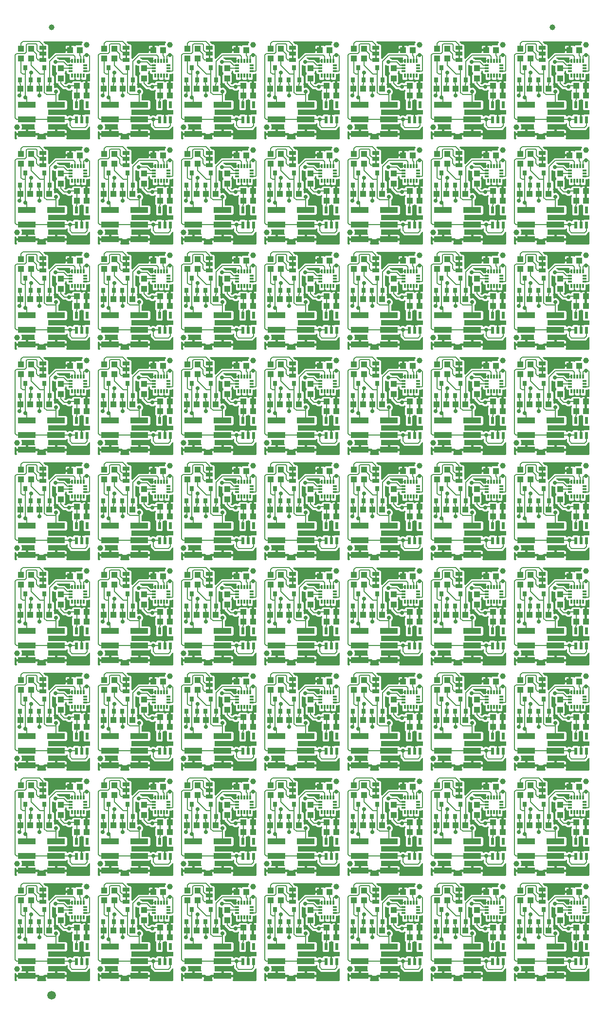
<source format=gtl>
G04 EAGLE Gerber RS-274X export*
G75*
%MOMM*%
%FSLAX34Y34*%
%LPD*%
%INTop Copper*%
%IPPOS*%
%AMOC8*
5,1,8,0,0,1.08239X$1,22.5*%
G01*
%ADD10R,1.100000X1.000000*%
%ADD11R,1.000000X1.100000*%
%ADD12R,0.550000X1.200000*%
%ADD13R,3.170000X1.000000*%
%ADD14C,1.000000*%
%ADD15R,0.800000X0.900000*%
%ADD16R,1.270000X0.660400*%
%ADD17R,0.800000X0.300000*%
%ADD18R,0.300000X0.800000*%
%ADD19C,1.500000*%
%ADD20C,0.736600*%
%ADD21C,0.177800*%
%ADD22C,0.203200*%

G36*
X151950Y186949D02*
X151950Y186949D01*
X151979Y186946D01*
X152090Y186969D01*
X152203Y186985D01*
X152229Y186997D01*
X152258Y187002D01*
X152359Y187054D01*
X152462Y187101D01*
X152484Y187120D01*
X152510Y187133D01*
X152593Y187211D01*
X152679Y187284D01*
X152695Y187309D01*
X152717Y187329D01*
X152774Y187427D01*
X152837Y187521D01*
X152845Y187549D01*
X152860Y187574D01*
X152888Y187684D01*
X152922Y187792D01*
X152923Y187821D01*
X152930Y187850D01*
X152927Y187963D01*
X152930Y188076D01*
X152922Y188105D01*
X152921Y188134D01*
X152886Y188242D01*
X152858Y188351D01*
X152843Y188377D01*
X152834Y188405D01*
X152788Y188469D01*
X152713Y188596D01*
X152667Y188639D01*
X152639Y188678D01*
X152297Y189020D01*
X151962Y189599D01*
X151789Y190246D01*
X151789Y193549D01*
X169164Y193549D01*
X169222Y193557D01*
X169280Y193555D01*
X169362Y193577D01*
X169445Y193589D01*
X169499Y193613D01*
X169555Y193627D01*
X169628Y193670D01*
X169705Y193705D01*
X169749Y193743D01*
X169800Y193773D01*
X169857Y193834D01*
X169922Y193889D01*
X169954Y193937D01*
X169994Y193980D01*
X170033Y194055D01*
X170079Y194125D01*
X170097Y194181D01*
X170124Y194233D01*
X170135Y194301D01*
X170165Y194396D01*
X170168Y194496D01*
X170179Y194564D01*
X170179Y195581D01*
X170181Y195581D01*
X170181Y194564D01*
X170189Y194506D01*
X170188Y194448D01*
X170209Y194366D01*
X170221Y194283D01*
X170245Y194229D01*
X170259Y194173D01*
X170302Y194100D01*
X170337Y194023D01*
X170375Y193978D01*
X170405Y193928D01*
X170466Y193870D01*
X170521Y193806D01*
X170569Y193774D01*
X170612Y193734D01*
X170687Y193695D01*
X170757Y193649D01*
X170813Y193631D01*
X170865Y193604D01*
X170933Y193593D01*
X171028Y193563D01*
X171128Y193560D01*
X171196Y193549D01*
X188571Y193549D01*
X188571Y190246D01*
X188398Y189599D01*
X188063Y189020D01*
X187721Y188678D01*
X187703Y188654D01*
X187681Y188635D01*
X187618Y188541D01*
X187550Y188451D01*
X187540Y188423D01*
X187523Y188399D01*
X187489Y188291D01*
X187449Y188185D01*
X187446Y188156D01*
X187438Y188128D01*
X187435Y188015D01*
X187425Y187902D01*
X187431Y187873D01*
X187430Y187844D01*
X187459Y187734D01*
X187481Y187623D01*
X187495Y187597D01*
X187502Y187569D01*
X187560Y187471D01*
X187612Y187371D01*
X187632Y187349D01*
X187647Y187324D01*
X187730Y187247D01*
X187808Y187165D01*
X187833Y187150D01*
X187855Y187130D01*
X187956Y187078D01*
X188053Y187021D01*
X188082Y187014D01*
X188108Y187000D01*
X188185Y186987D01*
X188329Y186951D01*
X188391Y186953D01*
X188439Y186945D01*
X202721Y186945D01*
X202750Y186949D01*
X202779Y186946D01*
X202890Y186969D01*
X203003Y186985D01*
X203029Y186997D01*
X203058Y187002D01*
X203159Y187054D01*
X203262Y187101D01*
X203284Y187120D01*
X203310Y187133D01*
X203393Y187211D01*
X203479Y187284D01*
X203495Y187309D01*
X203517Y187329D01*
X203574Y187427D01*
X203637Y187521D01*
X203645Y187549D01*
X203660Y187574D01*
X203688Y187684D01*
X203722Y187792D01*
X203723Y187821D01*
X203730Y187850D01*
X203727Y187963D01*
X203730Y188076D01*
X203722Y188105D01*
X203721Y188134D01*
X203686Y188242D01*
X203658Y188351D01*
X203643Y188377D01*
X203634Y188405D01*
X203588Y188469D01*
X203513Y188596D01*
X203467Y188639D01*
X203439Y188678D01*
X203097Y189020D01*
X202762Y189599D01*
X202589Y190246D01*
X202589Y193549D01*
X219964Y193549D01*
X220022Y193557D01*
X220080Y193555D01*
X220162Y193577D01*
X220245Y193589D01*
X220299Y193613D01*
X220355Y193627D01*
X220428Y193670D01*
X220505Y193705D01*
X220549Y193743D01*
X220600Y193773D01*
X220657Y193834D01*
X220722Y193889D01*
X220754Y193937D01*
X220794Y193980D01*
X220833Y194055D01*
X220879Y194125D01*
X220897Y194181D01*
X220924Y194233D01*
X220935Y194301D01*
X220965Y194396D01*
X220968Y194496D01*
X220979Y194564D01*
X220979Y195581D01*
X220981Y195581D01*
X220981Y194564D01*
X220989Y194506D01*
X220988Y194448D01*
X221009Y194366D01*
X221021Y194283D01*
X221045Y194229D01*
X221059Y194173D01*
X221102Y194100D01*
X221137Y194023D01*
X221175Y193978D01*
X221205Y193928D01*
X221266Y193870D01*
X221321Y193806D01*
X221369Y193774D01*
X221412Y193734D01*
X221487Y193695D01*
X221557Y193649D01*
X221613Y193631D01*
X221665Y193604D01*
X221733Y193593D01*
X221828Y193563D01*
X221928Y193560D01*
X221996Y193549D01*
X239371Y193549D01*
X239371Y190246D01*
X239198Y189599D01*
X238863Y189020D01*
X238521Y188678D01*
X238503Y188654D01*
X238481Y188635D01*
X238418Y188541D01*
X238350Y188451D01*
X238340Y188423D01*
X238323Y188399D01*
X238289Y188291D01*
X238249Y188185D01*
X238246Y188156D01*
X238238Y188128D01*
X238235Y188015D01*
X238225Y187902D01*
X238231Y187873D01*
X238230Y187844D01*
X238259Y187734D01*
X238281Y187623D01*
X238295Y187597D01*
X238302Y187569D01*
X238360Y187471D01*
X238412Y187371D01*
X238432Y187349D01*
X238447Y187324D01*
X238530Y187247D01*
X238608Y187165D01*
X238633Y187150D01*
X238655Y187130D01*
X238756Y187078D01*
X238853Y187021D01*
X238882Y187014D01*
X238908Y187000D01*
X238985Y186987D01*
X239129Y186951D01*
X239191Y186953D01*
X239239Y186945D01*
X279400Y186945D01*
X279458Y186953D01*
X279516Y186951D01*
X279598Y186973D01*
X279682Y186985D01*
X279735Y187008D01*
X279791Y187023D01*
X279864Y187066D01*
X279941Y187101D01*
X279986Y187139D01*
X280036Y187168D01*
X280094Y187230D01*
X280158Y187284D01*
X280190Y187333D01*
X280230Y187376D01*
X280269Y187451D01*
X280316Y187521D01*
X280333Y187577D01*
X280360Y187629D01*
X280371Y187697D01*
X280401Y187792D01*
X280404Y187892D01*
X280415Y187960D01*
X280415Y207805D01*
X280411Y207834D01*
X280414Y207863D01*
X280391Y207974D01*
X280375Y208086D01*
X280363Y208113D01*
X280358Y208142D01*
X280306Y208242D01*
X280259Y208346D01*
X280240Y208368D01*
X280227Y208394D01*
X280149Y208476D01*
X280076Y208563D01*
X280051Y208579D01*
X280031Y208600D01*
X279933Y208658D01*
X279839Y208720D01*
X279811Y208729D01*
X279786Y208744D01*
X279676Y208772D01*
X279568Y208806D01*
X279538Y208807D01*
X279510Y208814D01*
X279397Y208811D01*
X279284Y208813D01*
X279255Y208806D01*
X279226Y208805D01*
X279118Y208770D01*
X279009Y208742D01*
X278983Y208727D01*
X278955Y208718D01*
X278892Y208672D01*
X278764Y208596D01*
X278721Y208551D01*
X278682Y208523D01*
X272975Y202815D01*
X247366Y202815D01*
X244688Y205494D01*
X243724Y206458D01*
X241045Y209136D01*
X241045Y213433D01*
X241041Y213462D01*
X241044Y213491D01*
X241021Y213602D01*
X241005Y213714D01*
X240993Y213741D01*
X240988Y213770D01*
X240935Y213870D01*
X240889Y213974D01*
X240870Y213996D01*
X240857Y214022D01*
X240779Y214104D01*
X240706Y214191D01*
X240681Y214207D01*
X240661Y214228D01*
X240563Y214285D01*
X240469Y214348D01*
X240441Y214357D01*
X240416Y214372D01*
X240306Y214400D01*
X240198Y214434D01*
X240168Y214435D01*
X240140Y214442D01*
X240027Y214438D01*
X239914Y214441D01*
X239885Y214434D01*
X239856Y214433D01*
X239748Y214398D01*
X239639Y214369D01*
X239613Y214355D01*
X239585Y214345D01*
X239521Y214300D01*
X239394Y214224D01*
X239351Y214179D01*
X239312Y214151D01*
X238093Y212931D01*
X208214Y212931D01*
X208101Y212915D01*
X207986Y212905D01*
X207960Y212895D01*
X207933Y212891D01*
X207828Y212844D01*
X207721Y212803D01*
X207699Y212787D01*
X207673Y212775D01*
X207586Y212701D01*
X207494Y212632D01*
X207478Y212609D01*
X207456Y212592D01*
X207393Y212496D01*
X207324Y212404D01*
X207314Y212378D01*
X207299Y212355D01*
X207264Y212245D01*
X207224Y212138D01*
X207221Y212110D01*
X207213Y212084D01*
X207210Y211969D01*
X207201Y211855D01*
X207206Y211830D01*
X207206Y211800D01*
X207273Y211543D01*
X207276Y211527D01*
X207629Y210677D01*
X207629Y205883D01*
X207066Y204525D01*
X207037Y204413D01*
X207003Y204304D01*
X207002Y204276D01*
X206995Y204249D01*
X206998Y204135D01*
X206995Y204020D01*
X207002Y203993D01*
X207003Y203965D01*
X207038Y203856D01*
X207067Y203745D01*
X207081Y203721D01*
X207090Y203694D01*
X207154Y203599D01*
X207212Y203500D01*
X207233Y203481D01*
X207248Y203458D01*
X207336Y203384D01*
X207420Y203306D01*
X207444Y203293D01*
X207466Y203275D01*
X207570Y203229D01*
X207673Y203176D01*
X207697Y203172D01*
X207725Y203160D01*
X207989Y203123D01*
X208004Y203121D01*
X218949Y203121D01*
X218949Y197611D01*
X201801Y197611D01*
X201796Y197613D01*
X201768Y197615D01*
X201742Y197624D01*
X201627Y197627D01*
X201513Y197636D01*
X201488Y197630D01*
X201458Y197631D01*
X201201Y197564D01*
X201185Y197560D01*
X197977Y196231D01*
X193183Y196231D01*
X189975Y197560D01*
X189863Y197589D01*
X189754Y197624D01*
X189726Y197624D01*
X189699Y197631D01*
X189585Y197628D01*
X189470Y197631D01*
X189443Y197624D01*
X189415Y197623D01*
X189377Y197611D01*
X172211Y197611D01*
X172211Y203121D01*
X183156Y203121D01*
X183270Y203137D01*
X183384Y203147D01*
X183410Y203157D01*
X183438Y203161D01*
X183542Y203208D01*
X183650Y203249D01*
X183672Y203265D01*
X183697Y203277D01*
X183785Y203351D01*
X183876Y203420D01*
X183893Y203443D01*
X183914Y203460D01*
X183978Y203556D01*
X184046Y203648D01*
X184056Y203674D01*
X184072Y203697D01*
X184106Y203807D01*
X184147Y203914D01*
X184149Y203942D01*
X184157Y203968D01*
X184160Y204083D01*
X184170Y204197D01*
X184164Y204222D01*
X184165Y204252D01*
X184098Y204509D01*
X184094Y204525D01*
X183531Y205883D01*
X183531Y210677D01*
X183884Y211527D01*
X183912Y211639D01*
X183947Y211748D01*
X183948Y211776D01*
X183955Y211803D01*
X183951Y211917D01*
X183954Y212032D01*
X183947Y212059D01*
X183946Y212087D01*
X183911Y212196D01*
X183882Y212307D01*
X183868Y212331D01*
X183860Y212358D01*
X183796Y212453D01*
X183737Y212552D01*
X183717Y212571D01*
X183702Y212594D01*
X183614Y212668D01*
X183530Y212746D01*
X183505Y212759D01*
X183484Y212777D01*
X183379Y212823D01*
X183277Y212876D01*
X183252Y212880D01*
X183224Y212892D01*
X182960Y212929D01*
X182946Y212931D01*
X161615Y212931D01*
X161502Y212915D01*
X161387Y212905D01*
X161361Y212895D01*
X161334Y212891D01*
X161229Y212844D01*
X161122Y212803D01*
X161100Y212787D01*
X161075Y212775D01*
X160987Y212701D01*
X160895Y212632D01*
X160879Y212609D01*
X160858Y212592D01*
X160794Y212496D01*
X160725Y212404D01*
X160715Y212378D01*
X160700Y212355D01*
X160665Y212245D01*
X160625Y212138D01*
X160623Y212110D01*
X160614Y212084D01*
X160611Y211969D01*
X160602Y211855D01*
X160608Y211830D01*
X160607Y211800D01*
X160674Y211543D01*
X160677Y211527D01*
X161465Y209627D01*
X161465Y206425D01*
X160677Y204525D01*
X160649Y204413D01*
X160614Y204304D01*
X160613Y204276D01*
X160607Y204249D01*
X160610Y204135D01*
X160607Y204020D01*
X160614Y203993D01*
X160615Y203965D01*
X160650Y203856D01*
X160679Y203745D01*
X160693Y203721D01*
X160701Y203694D01*
X160765Y203599D01*
X160824Y203500D01*
X160844Y203481D01*
X160860Y203458D01*
X160947Y203384D01*
X161031Y203306D01*
X161056Y203293D01*
X161077Y203275D01*
X161182Y203229D01*
X161284Y203176D01*
X161309Y203172D01*
X161337Y203160D01*
X161601Y203123D01*
X161615Y203121D01*
X168149Y203121D01*
X168149Y197611D01*
X151789Y197611D01*
X151789Y199310D01*
X151789Y199311D01*
X151789Y199313D01*
X151769Y199453D01*
X151749Y199591D01*
X151749Y199593D01*
X151749Y199594D01*
X151692Y199720D01*
X151633Y199850D01*
X151632Y199852D01*
X151631Y199853D01*
X151542Y199958D01*
X151450Y200067D01*
X151448Y200068D01*
X151447Y200070D01*
X151434Y200078D01*
X151213Y200225D01*
X151184Y200234D01*
X151163Y200248D01*
X150248Y200626D01*
X150138Y200655D01*
X150028Y200689D01*
X150000Y200690D01*
X149973Y200697D01*
X149859Y200694D01*
X149744Y200697D01*
X149717Y200690D01*
X149689Y200689D01*
X149579Y200654D01*
X149469Y200625D01*
X149445Y200611D01*
X149418Y200602D01*
X149323Y200538D01*
X149224Y200480D01*
X149205Y200459D01*
X149182Y200444D01*
X149108Y200356D01*
X149030Y200272D01*
X149017Y200248D01*
X148999Y200226D01*
X148952Y200121D01*
X148900Y200019D01*
X148896Y199995D01*
X148884Y199967D01*
X148847Y199703D01*
X148845Y199688D01*
X148845Y187960D01*
X148853Y187902D01*
X148851Y187844D01*
X148873Y187762D01*
X148885Y187678D01*
X148908Y187625D01*
X148923Y187569D01*
X148966Y187496D01*
X149001Y187419D01*
X149039Y187374D01*
X149068Y187324D01*
X149130Y187266D01*
X149184Y187202D01*
X149233Y187170D01*
X149276Y187130D01*
X149351Y187091D01*
X149421Y187044D01*
X149477Y187027D01*
X149529Y187000D01*
X149597Y186989D01*
X149692Y186959D01*
X149792Y186956D01*
X149860Y186945D01*
X151921Y186945D01*
X151950Y186949D01*
G37*
G36*
X296730Y1101349D02*
X296730Y1101349D01*
X296759Y1101346D01*
X296870Y1101369D01*
X296983Y1101385D01*
X297009Y1101397D01*
X297038Y1101402D01*
X297139Y1101454D01*
X297242Y1101501D01*
X297264Y1101520D01*
X297290Y1101533D01*
X297373Y1101611D01*
X297459Y1101684D01*
X297475Y1101709D01*
X297497Y1101729D01*
X297554Y1101827D01*
X297617Y1101921D01*
X297625Y1101949D01*
X297640Y1101974D01*
X297668Y1102084D01*
X297702Y1102192D01*
X297703Y1102221D01*
X297710Y1102250D01*
X297707Y1102363D01*
X297710Y1102476D01*
X297702Y1102505D01*
X297701Y1102534D01*
X297666Y1102642D01*
X297638Y1102751D01*
X297623Y1102777D01*
X297614Y1102805D01*
X297568Y1102869D01*
X297493Y1102996D01*
X297447Y1103039D01*
X297419Y1103078D01*
X297077Y1103420D01*
X296742Y1103999D01*
X296569Y1104646D01*
X296569Y1107949D01*
X313944Y1107949D01*
X314002Y1107957D01*
X314060Y1107955D01*
X314142Y1107977D01*
X314225Y1107989D01*
X314279Y1108013D01*
X314335Y1108027D01*
X314408Y1108070D01*
X314485Y1108105D01*
X314529Y1108143D01*
X314580Y1108173D01*
X314637Y1108234D01*
X314702Y1108289D01*
X314734Y1108337D01*
X314774Y1108380D01*
X314813Y1108455D01*
X314859Y1108525D01*
X314877Y1108581D01*
X314904Y1108633D01*
X314915Y1108701D01*
X314945Y1108796D01*
X314948Y1108896D01*
X314959Y1108964D01*
X314959Y1109981D01*
X314961Y1109981D01*
X314961Y1108964D01*
X314969Y1108906D01*
X314968Y1108848D01*
X314989Y1108766D01*
X315001Y1108683D01*
X315025Y1108629D01*
X315039Y1108573D01*
X315082Y1108500D01*
X315117Y1108423D01*
X315155Y1108378D01*
X315185Y1108328D01*
X315246Y1108270D01*
X315301Y1108206D01*
X315349Y1108174D01*
X315392Y1108134D01*
X315467Y1108095D01*
X315537Y1108049D01*
X315593Y1108031D01*
X315645Y1108004D01*
X315713Y1107993D01*
X315808Y1107963D01*
X315908Y1107960D01*
X315976Y1107949D01*
X333351Y1107949D01*
X333351Y1104646D01*
X333178Y1103999D01*
X332843Y1103420D01*
X332501Y1103078D01*
X332483Y1103054D01*
X332461Y1103035D01*
X332398Y1102941D01*
X332330Y1102851D01*
X332320Y1102823D01*
X332303Y1102799D01*
X332269Y1102691D01*
X332229Y1102585D01*
X332226Y1102556D01*
X332218Y1102528D01*
X332215Y1102415D01*
X332205Y1102302D01*
X332211Y1102273D01*
X332210Y1102244D01*
X332239Y1102134D01*
X332261Y1102023D01*
X332275Y1101997D01*
X332282Y1101969D01*
X332340Y1101871D01*
X332392Y1101771D01*
X332412Y1101749D01*
X332427Y1101724D01*
X332510Y1101647D01*
X332588Y1101565D01*
X332613Y1101550D01*
X332635Y1101530D01*
X332736Y1101478D01*
X332833Y1101421D01*
X332862Y1101414D01*
X332888Y1101400D01*
X332965Y1101387D01*
X333109Y1101351D01*
X333171Y1101353D01*
X333219Y1101345D01*
X347501Y1101345D01*
X347530Y1101349D01*
X347559Y1101346D01*
X347670Y1101369D01*
X347783Y1101385D01*
X347809Y1101397D01*
X347838Y1101402D01*
X347939Y1101454D01*
X348042Y1101501D01*
X348064Y1101520D01*
X348090Y1101533D01*
X348173Y1101611D01*
X348259Y1101684D01*
X348275Y1101709D01*
X348297Y1101729D01*
X348354Y1101827D01*
X348417Y1101921D01*
X348425Y1101949D01*
X348440Y1101974D01*
X348468Y1102084D01*
X348502Y1102192D01*
X348503Y1102221D01*
X348510Y1102250D01*
X348507Y1102363D01*
X348510Y1102476D01*
X348502Y1102505D01*
X348501Y1102534D01*
X348466Y1102642D01*
X348438Y1102751D01*
X348423Y1102777D01*
X348414Y1102805D01*
X348368Y1102869D01*
X348293Y1102996D01*
X348247Y1103039D01*
X348219Y1103078D01*
X347877Y1103420D01*
X347542Y1103999D01*
X347369Y1104646D01*
X347369Y1107949D01*
X364744Y1107949D01*
X364802Y1107957D01*
X364860Y1107955D01*
X364942Y1107977D01*
X365025Y1107989D01*
X365079Y1108013D01*
X365135Y1108027D01*
X365208Y1108070D01*
X365285Y1108105D01*
X365329Y1108143D01*
X365380Y1108173D01*
X365437Y1108234D01*
X365502Y1108289D01*
X365534Y1108337D01*
X365574Y1108380D01*
X365613Y1108455D01*
X365659Y1108525D01*
X365677Y1108581D01*
X365704Y1108633D01*
X365715Y1108701D01*
X365745Y1108796D01*
X365748Y1108896D01*
X365759Y1108964D01*
X365759Y1109981D01*
X365761Y1109981D01*
X365761Y1108964D01*
X365769Y1108906D01*
X365768Y1108848D01*
X365789Y1108766D01*
X365801Y1108683D01*
X365825Y1108629D01*
X365839Y1108573D01*
X365882Y1108500D01*
X365917Y1108423D01*
X365955Y1108378D01*
X365985Y1108328D01*
X366046Y1108270D01*
X366101Y1108206D01*
X366149Y1108174D01*
X366192Y1108134D01*
X366267Y1108095D01*
X366337Y1108049D01*
X366393Y1108031D01*
X366445Y1108004D01*
X366513Y1107993D01*
X366608Y1107963D01*
X366708Y1107960D01*
X366776Y1107949D01*
X384151Y1107949D01*
X384151Y1104646D01*
X383978Y1103999D01*
X383643Y1103420D01*
X383301Y1103078D01*
X383283Y1103054D01*
X383261Y1103035D01*
X383198Y1102941D01*
X383130Y1102851D01*
X383120Y1102823D01*
X383103Y1102799D01*
X383069Y1102691D01*
X383029Y1102585D01*
X383026Y1102556D01*
X383018Y1102528D01*
X383015Y1102415D01*
X383005Y1102302D01*
X383011Y1102273D01*
X383010Y1102244D01*
X383039Y1102134D01*
X383061Y1102023D01*
X383075Y1101997D01*
X383082Y1101969D01*
X383140Y1101871D01*
X383192Y1101771D01*
X383212Y1101749D01*
X383227Y1101724D01*
X383310Y1101647D01*
X383388Y1101565D01*
X383413Y1101550D01*
X383435Y1101530D01*
X383536Y1101478D01*
X383633Y1101421D01*
X383662Y1101414D01*
X383688Y1101400D01*
X383765Y1101387D01*
X383909Y1101351D01*
X383971Y1101353D01*
X384019Y1101345D01*
X424180Y1101345D01*
X424238Y1101353D01*
X424296Y1101351D01*
X424378Y1101373D01*
X424462Y1101385D01*
X424515Y1101408D01*
X424571Y1101423D01*
X424644Y1101466D01*
X424721Y1101501D01*
X424766Y1101539D01*
X424816Y1101568D01*
X424874Y1101630D01*
X424938Y1101684D01*
X424970Y1101733D01*
X425010Y1101776D01*
X425049Y1101851D01*
X425096Y1101921D01*
X425113Y1101977D01*
X425140Y1102029D01*
X425151Y1102097D01*
X425181Y1102192D01*
X425184Y1102292D01*
X425195Y1102360D01*
X425195Y1122205D01*
X425191Y1122234D01*
X425194Y1122263D01*
X425171Y1122374D01*
X425155Y1122486D01*
X425143Y1122513D01*
X425138Y1122542D01*
X425086Y1122642D01*
X425039Y1122746D01*
X425020Y1122768D01*
X425007Y1122794D01*
X424929Y1122876D01*
X424856Y1122963D01*
X424831Y1122979D01*
X424811Y1123000D01*
X424713Y1123058D01*
X424619Y1123120D01*
X424591Y1123129D01*
X424566Y1123144D01*
X424456Y1123172D01*
X424348Y1123206D01*
X424318Y1123207D01*
X424290Y1123214D01*
X424177Y1123211D01*
X424064Y1123213D01*
X424035Y1123206D01*
X424006Y1123205D01*
X423898Y1123170D01*
X423789Y1123142D01*
X423763Y1123127D01*
X423735Y1123118D01*
X423672Y1123072D01*
X423544Y1122996D01*
X423501Y1122951D01*
X423462Y1122923D01*
X417755Y1117215D01*
X392146Y1117215D01*
X389468Y1119894D01*
X388504Y1120858D01*
X385825Y1123536D01*
X385825Y1127833D01*
X385821Y1127862D01*
X385824Y1127891D01*
X385801Y1128002D01*
X385785Y1128114D01*
X385773Y1128141D01*
X385768Y1128170D01*
X385715Y1128270D01*
X385669Y1128374D01*
X385650Y1128396D01*
X385637Y1128422D01*
X385559Y1128504D01*
X385486Y1128591D01*
X385461Y1128607D01*
X385441Y1128628D01*
X385343Y1128685D01*
X385249Y1128748D01*
X385221Y1128757D01*
X385196Y1128772D01*
X385086Y1128800D01*
X384978Y1128834D01*
X384948Y1128835D01*
X384920Y1128842D01*
X384807Y1128838D01*
X384694Y1128841D01*
X384665Y1128834D01*
X384636Y1128833D01*
X384528Y1128798D01*
X384419Y1128769D01*
X384393Y1128755D01*
X384365Y1128745D01*
X384301Y1128700D01*
X384174Y1128624D01*
X384131Y1128579D01*
X384092Y1128551D01*
X382873Y1127331D01*
X352994Y1127331D01*
X352881Y1127315D01*
X352766Y1127305D01*
X352740Y1127295D01*
X352713Y1127291D01*
X352608Y1127244D01*
X352501Y1127203D01*
X352479Y1127187D01*
X352453Y1127175D01*
X352366Y1127101D01*
X352274Y1127032D01*
X352258Y1127009D01*
X352236Y1126992D01*
X352173Y1126896D01*
X352104Y1126804D01*
X352094Y1126778D01*
X352079Y1126755D01*
X352044Y1126645D01*
X352004Y1126538D01*
X352001Y1126510D01*
X351993Y1126484D01*
X351990Y1126369D01*
X351981Y1126255D01*
X351986Y1126230D01*
X351986Y1126200D01*
X352053Y1125943D01*
X352056Y1125927D01*
X352409Y1125077D01*
X352409Y1120283D01*
X351846Y1118925D01*
X351817Y1118813D01*
X351783Y1118704D01*
X351782Y1118676D01*
X351775Y1118649D01*
X351778Y1118535D01*
X351775Y1118420D01*
X351782Y1118393D01*
X351783Y1118365D01*
X351818Y1118256D01*
X351847Y1118145D01*
X351861Y1118121D01*
X351870Y1118094D01*
X351934Y1117999D01*
X351992Y1117900D01*
X352013Y1117881D01*
X352028Y1117858D01*
X352116Y1117784D01*
X352200Y1117706D01*
X352224Y1117693D01*
X352246Y1117675D01*
X352350Y1117629D01*
X352453Y1117576D01*
X352477Y1117572D01*
X352505Y1117560D01*
X352769Y1117523D01*
X352784Y1117521D01*
X363729Y1117521D01*
X363729Y1112011D01*
X346581Y1112011D01*
X346576Y1112013D01*
X346548Y1112015D01*
X346522Y1112024D01*
X346407Y1112027D01*
X346293Y1112036D01*
X346268Y1112030D01*
X346238Y1112031D01*
X345981Y1111964D01*
X345965Y1111960D01*
X342757Y1110631D01*
X337963Y1110631D01*
X334755Y1111960D01*
X334643Y1111989D01*
X334534Y1112024D01*
X334506Y1112024D01*
X334479Y1112031D01*
X334365Y1112028D01*
X334250Y1112031D01*
X334223Y1112024D01*
X334195Y1112023D01*
X334157Y1112011D01*
X316991Y1112011D01*
X316991Y1117521D01*
X327936Y1117521D01*
X328050Y1117537D01*
X328164Y1117547D01*
X328190Y1117557D01*
X328218Y1117561D01*
X328322Y1117608D01*
X328430Y1117649D01*
X328452Y1117665D01*
X328477Y1117677D01*
X328565Y1117751D01*
X328656Y1117820D01*
X328673Y1117843D01*
X328694Y1117860D01*
X328758Y1117956D01*
X328826Y1118048D01*
X328836Y1118074D01*
X328852Y1118097D01*
X328886Y1118207D01*
X328927Y1118314D01*
X328929Y1118342D01*
X328937Y1118368D01*
X328940Y1118483D01*
X328950Y1118597D01*
X328944Y1118622D01*
X328945Y1118652D01*
X328878Y1118909D01*
X328874Y1118925D01*
X328311Y1120283D01*
X328311Y1125077D01*
X328664Y1125927D01*
X328692Y1126039D01*
X328727Y1126148D01*
X328728Y1126176D01*
X328735Y1126203D01*
X328731Y1126317D01*
X328734Y1126432D01*
X328727Y1126459D01*
X328726Y1126487D01*
X328691Y1126596D01*
X328662Y1126707D01*
X328648Y1126731D01*
X328640Y1126758D01*
X328576Y1126853D01*
X328517Y1126952D01*
X328497Y1126971D01*
X328482Y1126994D01*
X328394Y1127068D01*
X328310Y1127146D01*
X328285Y1127159D01*
X328264Y1127177D01*
X328159Y1127223D01*
X328057Y1127276D01*
X328032Y1127280D01*
X328004Y1127292D01*
X327740Y1127329D01*
X327726Y1127331D01*
X306395Y1127331D01*
X306282Y1127315D01*
X306167Y1127305D01*
X306141Y1127295D01*
X306114Y1127291D01*
X306009Y1127244D01*
X305902Y1127203D01*
X305880Y1127187D01*
X305855Y1127175D01*
X305767Y1127101D01*
X305675Y1127032D01*
X305659Y1127009D01*
X305638Y1126992D01*
X305574Y1126896D01*
X305505Y1126804D01*
X305495Y1126778D01*
X305480Y1126755D01*
X305445Y1126645D01*
X305405Y1126538D01*
X305403Y1126510D01*
X305394Y1126484D01*
X305391Y1126369D01*
X305382Y1126255D01*
X305388Y1126230D01*
X305387Y1126200D01*
X305454Y1125943D01*
X305457Y1125927D01*
X306245Y1124027D01*
X306245Y1120825D01*
X305457Y1118925D01*
X305429Y1118813D01*
X305394Y1118704D01*
X305393Y1118676D01*
X305387Y1118649D01*
X305390Y1118535D01*
X305387Y1118420D01*
X305394Y1118393D01*
X305395Y1118365D01*
X305430Y1118256D01*
X305459Y1118145D01*
X305473Y1118121D01*
X305481Y1118094D01*
X305545Y1117999D01*
X305604Y1117900D01*
X305624Y1117881D01*
X305640Y1117858D01*
X305727Y1117784D01*
X305811Y1117706D01*
X305836Y1117693D01*
X305857Y1117675D01*
X305962Y1117629D01*
X306064Y1117576D01*
X306089Y1117572D01*
X306117Y1117560D01*
X306381Y1117523D01*
X306395Y1117521D01*
X312929Y1117521D01*
X312929Y1112011D01*
X296569Y1112011D01*
X296569Y1113710D01*
X296569Y1113711D01*
X296569Y1113713D01*
X296549Y1113853D01*
X296529Y1113991D01*
X296529Y1113993D01*
X296529Y1113994D01*
X296472Y1114120D01*
X296413Y1114250D01*
X296412Y1114252D01*
X296411Y1114253D01*
X296322Y1114358D01*
X296230Y1114467D01*
X296228Y1114468D01*
X296227Y1114470D01*
X296214Y1114478D01*
X295993Y1114625D01*
X295964Y1114634D01*
X295943Y1114648D01*
X295028Y1115026D01*
X294918Y1115055D01*
X294808Y1115089D01*
X294780Y1115090D01*
X294753Y1115097D01*
X294639Y1115094D01*
X294524Y1115097D01*
X294497Y1115090D01*
X294469Y1115089D01*
X294359Y1115054D01*
X294249Y1115025D01*
X294225Y1115011D01*
X294198Y1115002D01*
X294103Y1114938D01*
X294004Y1114880D01*
X293985Y1114859D01*
X293962Y1114844D01*
X293888Y1114756D01*
X293810Y1114672D01*
X293797Y1114648D01*
X293779Y1114626D01*
X293732Y1114521D01*
X293680Y1114419D01*
X293676Y1114395D01*
X293664Y1114367D01*
X293627Y1114103D01*
X293625Y1114088D01*
X293625Y1102360D01*
X293633Y1102302D01*
X293631Y1102244D01*
X293653Y1102162D01*
X293665Y1102078D01*
X293688Y1102025D01*
X293703Y1101969D01*
X293746Y1101896D01*
X293781Y1101819D01*
X293819Y1101774D01*
X293848Y1101724D01*
X293910Y1101666D01*
X293964Y1101602D01*
X294013Y1101570D01*
X294056Y1101530D01*
X294131Y1101491D01*
X294201Y1101444D01*
X294257Y1101427D01*
X294309Y1101400D01*
X294377Y1101389D01*
X294472Y1101359D01*
X294572Y1101356D01*
X294640Y1101345D01*
X296701Y1101345D01*
X296730Y1101349D01*
G37*
G36*
X7170Y1467109D02*
X7170Y1467109D01*
X7199Y1467106D01*
X7310Y1467129D01*
X7423Y1467145D01*
X7449Y1467157D01*
X7478Y1467162D01*
X7579Y1467214D01*
X7682Y1467261D01*
X7704Y1467280D01*
X7730Y1467293D01*
X7813Y1467371D01*
X7899Y1467444D01*
X7915Y1467469D01*
X7937Y1467489D01*
X7994Y1467587D01*
X8057Y1467681D01*
X8065Y1467709D01*
X8080Y1467734D01*
X8108Y1467844D01*
X8142Y1467952D01*
X8143Y1467981D01*
X8150Y1468010D01*
X8147Y1468123D01*
X8150Y1468236D01*
X8142Y1468265D01*
X8141Y1468294D01*
X8106Y1468402D01*
X8078Y1468511D01*
X8063Y1468537D01*
X8054Y1468565D01*
X8008Y1468629D01*
X7933Y1468756D01*
X7887Y1468799D01*
X7859Y1468838D01*
X7517Y1469180D01*
X7182Y1469759D01*
X7009Y1470406D01*
X7009Y1473709D01*
X24384Y1473709D01*
X24442Y1473717D01*
X24500Y1473715D01*
X24582Y1473737D01*
X24665Y1473749D01*
X24719Y1473773D01*
X24775Y1473787D01*
X24848Y1473830D01*
X24925Y1473865D01*
X24969Y1473903D01*
X25020Y1473933D01*
X25077Y1473994D01*
X25142Y1474049D01*
X25174Y1474097D01*
X25214Y1474140D01*
X25253Y1474215D01*
X25299Y1474285D01*
X25317Y1474341D01*
X25344Y1474393D01*
X25355Y1474461D01*
X25385Y1474556D01*
X25388Y1474656D01*
X25399Y1474724D01*
X25399Y1475741D01*
X25401Y1475741D01*
X25401Y1474724D01*
X25409Y1474666D01*
X25408Y1474608D01*
X25429Y1474526D01*
X25441Y1474443D01*
X25465Y1474389D01*
X25479Y1474333D01*
X25522Y1474260D01*
X25557Y1474183D01*
X25595Y1474138D01*
X25625Y1474088D01*
X25686Y1474030D01*
X25741Y1473966D01*
X25789Y1473934D01*
X25832Y1473894D01*
X25907Y1473855D01*
X25977Y1473809D01*
X26033Y1473791D01*
X26085Y1473764D01*
X26153Y1473753D01*
X26248Y1473723D01*
X26348Y1473720D01*
X26416Y1473709D01*
X43791Y1473709D01*
X43791Y1470406D01*
X43618Y1469759D01*
X43283Y1469180D01*
X42941Y1468838D01*
X42923Y1468814D01*
X42901Y1468795D01*
X42838Y1468701D01*
X42770Y1468611D01*
X42760Y1468583D01*
X42743Y1468559D01*
X42709Y1468451D01*
X42669Y1468345D01*
X42666Y1468316D01*
X42658Y1468288D01*
X42655Y1468175D01*
X42645Y1468062D01*
X42651Y1468033D01*
X42650Y1468004D01*
X42679Y1467894D01*
X42701Y1467783D01*
X42715Y1467757D01*
X42722Y1467729D01*
X42780Y1467631D01*
X42832Y1467531D01*
X42852Y1467509D01*
X42867Y1467484D01*
X42950Y1467407D01*
X43028Y1467325D01*
X43053Y1467310D01*
X43075Y1467290D01*
X43176Y1467238D01*
X43273Y1467181D01*
X43302Y1467174D01*
X43328Y1467160D01*
X43405Y1467147D01*
X43549Y1467111D01*
X43611Y1467113D01*
X43659Y1467105D01*
X57941Y1467105D01*
X57970Y1467109D01*
X57999Y1467106D01*
X58110Y1467129D01*
X58223Y1467145D01*
X58249Y1467157D01*
X58278Y1467162D01*
X58379Y1467214D01*
X58482Y1467261D01*
X58504Y1467280D01*
X58530Y1467293D01*
X58613Y1467371D01*
X58699Y1467444D01*
X58715Y1467469D01*
X58737Y1467489D01*
X58794Y1467587D01*
X58857Y1467681D01*
X58865Y1467709D01*
X58880Y1467734D01*
X58908Y1467844D01*
X58942Y1467952D01*
X58943Y1467981D01*
X58950Y1468010D01*
X58947Y1468123D01*
X58950Y1468236D01*
X58942Y1468265D01*
X58941Y1468294D01*
X58906Y1468402D01*
X58878Y1468511D01*
X58863Y1468537D01*
X58854Y1468565D01*
X58808Y1468629D01*
X58733Y1468756D01*
X58687Y1468799D01*
X58659Y1468838D01*
X58317Y1469180D01*
X57982Y1469759D01*
X57809Y1470406D01*
X57809Y1473709D01*
X75184Y1473709D01*
X75242Y1473717D01*
X75300Y1473715D01*
X75382Y1473737D01*
X75465Y1473749D01*
X75519Y1473773D01*
X75575Y1473787D01*
X75648Y1473830D01*
X75725Y1473865D01*
X75769Y1473903D01*
X75820Y1473933D01*
X75877Y1473994D01*
X75942Y1474049D01*
X75974Y1474097D01*
X76014Y1474140D01*
X76053Y1474215D01*
X76099Y1474285D01*
X76117Y1474341D01*
X76144Y1474393D01*
X76155Y1474461D01*
X76185Y1474556D01*
X76188Y1474656D01*
X76199Y1474724D01*
X76199Y1475741D01*
X76201Y1475741D01*
X76201Y1474724D01*
X76209Y1474666D01*
X76208Y1474608D01*
X76229Y1474526D01*
X76241Y1474443D01*
X76265Y1474389D01*
X76279Y1474333D01*
X76322Y1474260D01*
X76357Y1474183D01*
X76395Y1474138D01*
X76425Y1474088D01*
X76486Y1474030D01*
X76541Y1473966D01*
X76589Y1473934D01*
X76632Y1473894D01*
X76707Y1473855D01*
X76777Y1473809D01*
X76833Y1473791D01*
X76885Y1473764D01*
X76953Y1473753D01*
X77048Y1473723D01*
X77148Y1473720D01*
X77216Y1473709D01*
X94591Y1473709D01*
X94591Y1470406D01*
X94418Y1469759D01*
X94083Y1469180D01*
X93741Y1468838D01*
X93723Y1468814D01*
X93701Y1468795D01*
X93638Y1468701D01*
X93570Y1468611D01*
X93560Y1468583D01*
X93543Y1468559D01*
X93509Y1468451D01*
X93469Y1468345D01*
X93466Y1468316D01*
X93458Y1468288D01*
X93455Y1468175D01*
X93445Y1468062D01*
X93451Y1468033D01*
X93450Y1468004D01*
X93479Y1467894D01*
X93501Y1467783D01*
X93515Y1467757D01*
X93522Y1467729D01*
X93580Y1467631D01*
X93632Y1467531D01*
X93652Y1467509D01*
X93667Y1467484D01*
X93750Y1467407D01*
X93828Y1467325D01*
X93853Y1467310D01*
X93875Y1467290D01*
X93976Y1467238D01*
X94073Y1467181D01*
X94102Y1467174D01*
X94128Y1467160D01*
X94205Y1467147D01*
X94349Y1467111D01*
X94411Y1467113D01*
X94459Y1467105D01*
X134620Y1467105D01*
X134678Y1467113D01*
X134736Y1467111D01*
X134818Y1467133D01*
X134902Y1467145D01*
X134955Y1467168D01*
X135011Y1467183D01*
X135084Y1467226D01*
X135161Y1467261D01*
X135206Y1467299D01*
X135256Y1467328D01*
X135314Y1467390D01*
X135378Y1467444D01*
X135410Y1467493D01*
X135450Y1467536D01*
X135489Y1467611D01*
X135536Y1467681D01*
X135553Y1467737D01*
X135580Y1467789D01*
X135591Y1467857D01*
X135621Y1467952D01*
X135624Y1468052D01*
X135635Y1468120D01*
X135635Y1487965D01*
X135631Y1487994D01*
X135634Y1488023D01*
X135611Y1488134D01*
X135595Y1488246D01*
X135583Y1488273D01*
X135578Y1488302D01*
X135525Y1488402D01*
X135479Y1488506D01*
X135460Y1488528D01*
X135447Y1488554D01*
X135369Y1488636D01*
X135296Y1488723D01*
X135271Y1488739D01*
X135251Y1488760D01*
X135153Y1488818D01*
X135059Y1488880D01*
X135031Y1488889D01*
X135006Y1488904D01*
X134896Y1488932D01*
X134788Y1488966D01*
X134758Y1488967D01*
X134730Y1488974D01*
X134617Y1488971D01*
X134504Y1488973D01*
X134475Y1488966D01*
X134446Y1488965D01*
X134338Y1488930D01*
X134229Y1488902D01*
X134203Y1488887D01*
X134175Y1488878D01*
X134112Y1488832D01*
X133984Y1488756D01*
X133941Y1488711D01*
X133902Y1488683D01*
X130873Y1485654D01*
X128195Y1482975D01*
X102586Y1482975D01*
X96265Y1489296D01*
X96265Y1493593D01*
X96261Y1493622D01*
X96264Y1493651D01*
X96241Y1493762D01*
X96225Y1493874D01*
X96213Y1493901D01*
X96208Y1493930D01*
X96155Y1494030D01*
X96109Y1494134D01*
X96090Y1494156D01*
X96077Y1494182D01*
X95999Y1494264D01*
X95926Y1494351D01*
X95901Y1494367D01*
X95881Y1494388D01*
X95783Y1494445D01*
X95689Y1494508D01*
X95661Y1494517D01*
X95636Y1494532D01*
X95526Y1494560D01*
X95418Y1494594D01*
X95388Y1494595D01*
X95360Y1494602D01*
X95247Y1494598D01*
X95134Y1494601D01*
X95105Y1494594D01*
X95076Y1494593D01*
X94968Y1494558D01*
X94859Y1494529D01*
X94833Y1494515D01*
X94805Y1494505D01*
X94741Y1494460D01*
X94614Y1494384D01*
X94571Y1494339D01*
X94532Y1494311D01*
X93313Y1493091D01*
X63434Y1493091D01*
X63321Y1493075D01*
X63206Y1493065D01*
X63180Y1493055D01*
X63153Y1493051D01*
X63048Y1493004D01*
X62941Y1492963D01*
X62919Y1492947D01*
X62893Y1492935D01*
X62806Y1492861D01*
X62714Y1492792D01*
X62698Y1492769D01*
X62676Y1492752D01*
X62613Y1492656D01*
X62544Y1492564D01*
X62534Y1492538D01*
X62519Y1492515D01*
X62484Y1492405D01*
X62444Y1492298D01*
X62441Y1492270D01*
X62433Y1492244D01*
X62430Y1492129D01*
X62421Y1492015D01*
X62426Y1491990D01*
X62426Y1491960D01*
X62493Y1491703D01*
X62496Y1491687D01*
X62849Y1490837D01*
X62849Y1486043D01*
X62286Y1484685D01*
X62257Y1484573D01*
X62223Y1484464D01*
X62222Y1484436D01*
X62215Y1484409D01*
X62218Y1484295D01*
X62215Y1484180D01*
X62222Y1484153D01*
X62223Y1484125D01*
X62258Y1484016D01*
X62287Y1483905D01*
X62301Y1483881D01*
X62310Y1483854D01*
X62374Y1483759D01*
X62432Y1483660D01*
X62453Y1483641D01*
X62468Y1483618D01*
X62556Y1483544D01*
X62640Y1483466D01*
X62664Y1483453D01*
X62686Y1483435D01*
X62790Y1483389D01*
X62893Y1483336D01*
X62917Y1483332D01*
X62945Y1483320D01*
X63209Y1483283D01*
X63224Y1483281D01*
X74169Y1483281D01*
X74169Y1477771D01*
X57021Y1477771D01*
X57016Y1477773D01*
X56988Y1477775D01*
X56962Y1477784D01*
X56847Y1477787D01*
X56733Y1477796D01*
X56708Y1477790D01*
X56678Y1477791D01*
X56421Y1477724D01*
X56405Y1477720D01*
X53197Y1476391D01*
X48403Y1476391D01*
X45195Y1477720D01*
X45083Y1477749D01*
X44974Y1477784D01*
X44946Y1477784D01*
X44919Y1477791D01*
X44805Y1477788D01*
X44690Y1477791D01*
X44663Y1477784D01*
X44635Y1477783D01*
X44597Y1477771D01*
X27431Y1477771D01*
X27431Y1483281D01*
X38376Y1483281D01*
X38490Y1483297D01*
X38604Y1483307D01*
X38630Y1483317D01*
X38658Y1483321D01*
X38762Y1483368D01*
X38870Y1483409D01*
X38892Y1483425D01*
X38917Y1483437D01*
X39005Y1483511D01*
X39096Y1483580D01*
X39113Y1483603D01*
X39134Y1483620D01*
X39198Y1483716D01*
X39266Y1483808D01*
X39276Y1483834D01*
X39292Y1483857D01*
X39326Y1483967D01*
X39367Y1484074D01*
X39369Y1484102D01*
X39377Y1484128D01*
X39380Y1484243D01*
X39390Y1484357D01*
X39384Y1484382D01*
X39385Y1484412D01*
X39318Y1484669D01*
X39314Y1484685D01*
X38751Y1486043D01*
X38751Y1490837D01*
X39104Y1491687D01*
X39132Y1491799D01*
X39167Y1491908D01*
X39168Y1491936D01*
X39175Y1491963D01*
X39171Y1492077D01*
X39174Y1492192D01*
X39167Y1492219D01*
X39166Y1492247D01*
X39131Y1492356D01*
X39102Y1492467D01*
X39088Y1492491D01*
X39080Y1492518D01*
X39016Y1492613D01*
X38957Y1492712D01*
X38937Y1492731D01*
X38922Y1492754D01*
X38834Y1492828D01*
X38750Y1492906D01*
X38725Y1492919D01*
X38704Y1492937D01*
X38599Y1492983D01*
X38497Y1493036D01*
X38472Y1493040D01*
X38444Y1493052D01*
X38180Y1493089D01*
X38166Y1493091D01*
X16835Y1493091D01*
X16722Y1493075D01*
X16607Y1493065D01*
X16581Y1493055D01*
X16554Y1493051D01*
X16449Y1493004D01*
X16342Y1492963D01*
X16320Y1492947D01*
X16295Y1492935D01*
X16207Y1492861D01*
X16115Y1492792D01*
X16099Y1492769D01*
X16078Y1492752D01*
X16014Y1492656D01*
X15945Y1492564D01*
X15935Y1492538D01*
X15920Y1492515D01*
X15885Y1492405D01*
X15845Y1492298D01*
X15843Y1492270D01*
X15834Y1492244D01*
X15831Y1492129D01*
X15822Y1492015D01*
X15828Y1491990D01*
X15827Y1491960D01*
X15894Y1491703D01*
X15897Y1491687D01*
X16685Y1489787D01*
X16685Y1486585D01*
X15897Y1484685D01*
X15869Y1484573D01*
X15834Y1484464D01*
X15833Y1484436D01*
X15827Y1484409D01*
X15830Y1484295D01*
X15827Y1484180D01*
X15834Y1484153D01*
X15835Y1484125D01*
X15870Y1484016D01*
X15899Y1483905D01*
X15913Y1483881D01*
X15921Y1483854D01*
X15985Y1483759D01*
X16044Y1483660D01*
X16064Y1483641D01*
X16080Y1483618D01*
X16167Y1483544D01*
X16251Y1483466D01*
X16276Y1483453D01*
X16297Y1483435D01*
X16402Y1483389D01*
X16504Y1483336D01*
X16529Y1483332D01*
X16557Y1483320D01*
X16821Y1483283D01*
X16835Y1483281D01*
X23369Y1483281D01*
X23369Y1477771D01*
X7009Y1477771D01*
X7009Y1479470D01*
X7009Y1479471D01*
X7009Y1479473D01*
X6989Y1479612D01*
X6969Y1479751D01*
X6969Y1479753D01*
X6969Y1479754D01*
X6911Y1479882D01*
X6853Y1480010D01*
X6852Y1480012D01*
X6852Y1480013D01*
X6762Y1480118D01*
X6670Y1480227D01*
X6668Y1480228D01*
X6667Y1480230D01*
X6655Y1480237D01*
X6433Y1480385D01*
X6404Y1480394D01*
X6383Y1480408D01*
X5469Y1480786D01*
X5357Y1480815D01*
X5248Y1480849D01*
X5220Y1480850D01*
X5193Y1480857D01*
X5079Y1480854D01*
X4964Y1480857D01*
X4937Y1480850D01*
X4909Y1480849D01*
X4800Y1480814D01*
X4689Y1480785D01*
X4665Y1480771D01*
X4638Y1480762D01*
X4543Y1480698D01*
X4444Y1480640D01*
X4425Y1480620D01*
X4402Y1480604D01*
X4328Y1480516D01*
X4250Y1480432D01*
X4237Y1480408D01*
X4219Y1480386D01*
X4173Y1480282D01*
X4120Y1480179D01*
X4116Y1480155D01*
X4104Y1480127D01*
X4067Y1479863D01*
X4065Y1479848D01*
X4065Y1468120D01*
X4073Y1468062D01*
X4071Y1468004D01*
X4093Y1467922D01*
X4105Y1467838D01*
X4128Y1467785D01*
X4143Y1467729D01*
X4186Y1467656D01*
X4221Y1467579D01*
X4259Y1467534D01*
X4288Y1467484D01*
X4350Y1467426D01*
X4404Y1467362D01*
X4453Y1467330D01*
X4496Y1467290D01*
X4571Y1467251D01*
X4641Y1467204D01*
X4697Y1467187D01*
X4749Y1467160D01*
X4817Y1467149D01*
X4912Y1467119D01*
X5012Y1467116D01*
X5080Y1467105D01*
X7141Y1467105D01*
X7170Y1467109D01*
G37*
G36*
X875850Y369829D02*
X875850Y369829D01*
X875879Y369826D01*
X875990Y369849D01*
X876103Y369865D01*
X876129Y369877D01*
X876158Y369882D01*
X876259Y369934D01*
X876362Y369981D01*
X876384Y370000D01*
X876410Y370013D01*
X876493Y370091D01*
X876579Y370164D01*
X876595Y370189D01*
X876617Y370209D01*
X876674Y370307D01*
X876737Y370401D01*
X876745Y370429D01*
X876760Y370454D01*
X876788Y370564D01*
X876822Y370672D01*
X876823Y370701D01*
X876830Y370730D01*
X876827Y370843D01*
X876830Y370956D01*
X876822Y370985D01*
X876821Y371014D01*
X876786Y371122D01*
X876758Y371231D01*
X876743Y371257D01*
X876734Y371285D01*
X876688Y371349D01*
X876613Y371476D01*
X876567Y371519D01*
X876539Y371558D01*
X876197Y371900D01*
X875862Y372479D01*
X875689Y373126D01*
X875689Y376429D01*
X893064Y376429D01*
X893122Y376437D01*
X893180Y376435D01*
X893262Y376457D01*
X893345Y376469D01*
X893399Y376493D01*
X893455Y376507D01*
X893528Y376550D01*
X893605Y376585D01*
X893649Y376623D01*
X893700Y376653D01*
X893757Y376714D01*
X893822Y376769D01*
X893854Y376817D01*
X893894Y376860D01*
X893933Y376935D01*
X893979Y377005D01*
X893997Y377061D01*
X894024Y377113D01*
X894035Y377181D01*
X894065Y377276D01*
X894068Y377376D01*
X894079Y377444D01*
X894079Y378461D01*
X894081Y378461D01*
X894081Y377444D01*
X894089Y377386D01*
X894088Y377328D01*
X894109Y377246D01*
X894121Y377163D01*
X894145Y377109D01*
X894159Y377053D01*
X894202Y376980D01*
X894237Y376903D01*
X894275Y376858D01*
X894305Y376808D01*
X894366Y376750D01*
X894421Y376686D01*
X894469Y376654D01*
X894512Y376614D01*
X894587Y376575D01*
X894657Y376529D01*
X894713Y376511D01*
X894765Y376484D01*
X894833Y376473D01*
X894928Y376443D01*
X895028Y376440D01*
X895096Y376429D01*
X912471Y376429D01*
X912471Y373126D01*
X912298Y372479D01*
X911963Y371900D01*
X911621Y371558D01*
X911603Y371534D01*
X911581Y371515D01*
X911518Y371421D01*
X911450Y371331D01*
X911440Y371303D01*
X911423Y371279D01*
X911389Y371171D01*
X911349Y371065D01*
X911346Y371036D01*
X911338Y371008D01*
X911335Y370895D01*
X911325Y370782D01*
X911331Y370753D01*
X911330Y370724D01*
X911359Y370614D01*
X911381Y370503D01*
X911395Y370477D01*
X911402Y370449D01*
X911460Y370351D01*
X911512Y370251D01*
X911532Y370229D01*
X911547Y370204D01*
X911630Y370127D01*
X911708Y370045D01*
X911733Y370030D01*
X911755Y370010D01*
X911856Y369958D01*
X911953Y369901D01*
X911982Y369894D01*
X912008Y369880D01*
X912085Y369867D01*
X912229Y369831D01*
X912291Y369833D01*
X912339Y369825D01*
X926621Y369825D01*
X926650Y369829D01*
X926679Y369826D01*
X926790Y369849D01*
X926903Y369865D01*
X926929Y369877D01*
X926958Y369882D01*
X927059Y369934D01*
X927162Y369981D01*
X927184Y370000D01*
X927210Y370013D01*
X927293Y370091D01*
X927379Y370164D01*
X927395Y370189D01*
X927417Y370209D01*
X927474Y370307D01*
X927537Y370401D01*
X927545Y370429D01*
X927560Y370454D01*
X927588Y370564D01*
X927622Y370672D01*
X927623Y370701D01*
X927630Y370730D01*
X927627Y370843D01*
X927630Y370956D01*
X927622Y370985D01*
X927621Y371014D01*
X927586Y371122D01*
X927558Y371231D01*
X927543Y371257D01*
X927534Y371285D01*
X927488Y371349D01*
X927413Y371476D01*
X927367Y371519D01*
X927339Y371558D01*
X926997Y371900D01*
X926662Y372479D01*
X926489Y373126D01*
X926489Y376429D01*
X943864Y376429D01*
X943922Y376437D01*
X943980Y376435D01*
X944062Y376457D01*
X944145Y376469D01*
X944199Y376493D01*
X944255Y376507D01*
X944328Y376550D01*
X944405Y376585D01*
X944449Y376623D01*
X944500Y376653D01*
X944557Y376714D01*
X944622Y376769D01*
X944654Y376817D01*
X944694Y376860D01*
X944733Y376935D01*
X944779Y377005D01*
X944797Y377061D01*
X944824Y377113D01*
X944835Y377181D01*
X944865Y377276D01*
X944868Y377376D01*
X944879Y377444D01*
X944879Y378461D01*
X944881Y378461D01*
X944881Y377444D01*
X944889Y377386D01*
X944888Y377328D01*
X944909Y377246D01*
X944921Y377163D01*
X944945Y377109D01*
X944959Y377053D01*
X945002Y376980D01*
X945037Y376903D01*
X945075Y376858D01*
X945105Y376808D01*
X945166Y376750D01*
X945221Y376686D01*
X945269Y376654D01*
X945312Y376614D01*
X945387Y376575D01*
X945457Y376529D01*
X945513Y376511D01*
X945565Y376484D01*
X945633Y376473D01*
X945728Y376443D01*
X945828Y376440D01*
X945896Y376429D01*
X963271Y376429D01*
X963271Y373126D01*
X963098Y372479D01*
X962763Y371900D01*
X962421Y371558D01*
X962403Y371534D01*
X962381Y371515D01*
X962318Y371421D01*
X962250Y371331D01*
X962240Y371303D01*
X962223Y371279D01*
X962189Y371171D01*
X962149Y371065D01*
X962146Y371036D01*
X962138Y371008D01*
X962135Y370895D01*
X962125Y370782D01*
X962131Y370753D01*
X962130Y370724D01*
X962159Y370614D01*
X962181Y370503D01*
X962195Y370477D01*
X962202Y370449D01*
X962260Y370351D01*
X962312Y370251D01*
X962332Y370229D01*
X962347Y370204D01*
X962430Y370127D01*
X962508Y370045D01*
X962533Y370030D01*
X962555Y370010D01*
X962656Y369958D01*
X962753Y369901D01*
X962782Y369894D01*
X962808Y369880D01*
X962885Y369867D01*
X963029Y369831D01*
X963091Y369833D01*
X963139Y369825D01*
X1003300Y369825D01*
X1003358Y369833D01*
X1003416Y369831D01*
X1003498Y369853D01*
X1003582Y369865D01*
X1003635Y369888D01*
X1003691Y369903D01*
X1003764Y369946D01*
X1003841Y369981D01*
X1003886Y370019D01*
X1003936Y370048D01*
X1003994Y370110D01*
X1004058Y370164D01*
X1004090Y370213D01*
X1004130Y370256D01*
X1004169Y370331D01*
X1004216Y370401D01*
X1004233Y370457D01*
X1004260Y370509D01*
X1004271Y370577D01*
X1004301Y370672D01*
X1004304Y370772D01*
X1004315Y370840D01*
X1004315Y390685D01*
X1004311Y390714D01*
X1004314Y390743D01*
X1004291Y390854D01*
X1004275Y390966D01*
X1004263Y390993D01*
X1004258Y391022D01*
X1004205Y391122D01*
X1004159Y391226D01*
X1004140Y391248D01*
X1004127Y391274D01*
X1004049Y391356D01*
X1003976Y391443D01*
X1003951Y391459D01*
X1003931Y391480D01*
X1003833Y391538D01*
X1003739Y391600D01*
X1003711Y391609D01*
X1003686Y391624D01*
X1003576Y391652D01*
X1003468Y391686D01*
X1003438Y391687D01*
X1003410Y391694D01*
X1003297Y391691D01*
X1003184Y391693D01*
X1003155Y391686D01*
X1003126Y391685D01*
X1003018Y391650D01*
X1002909Y391622D01*
X1002883Y391607D01*
X1002855Y391598D01*
X1002792Y391552D01*
X1002664Y391476D01*
X1002621Y391431D01*
X1002582Y391403D01*
X999553Y388374D01*
X996875Y385695D01*
X971266Y385695D01*
X964945Y392016D01*
X964945Y396313D01*
X964941Y396342D01*
X964944Y396371D01*
X964921Y396482D01*
X964905Y396594D01*
X964893Y396621D01*
X964888Y396650D01*
X964835Y396750D01*
X964789Y396854D01*
X964770Y396876D01*
X964757Y396902D01*
X964679Y396984D01*
X964606Y397071D01*
X964581Y397087D01*
X964561Y397108D01*
X964463Y397165D01*
X964369Y397228D01*
X964341Y397237D01*
X964316Y397252D01*
X964206Y397280D01*
X964098Y397314D01*
X964068Y397315D01*
X964040Y397322D01*
X963927Y397318D01*
X963814Y397321D01*
X963785Y397314D01*
X963756Y397313D01*
X963648Y397278D01*
X963539Y397249D01*
X963513Y397235D01*
X963485Y397225D01*
X963421Y397180D01*
X963294Y397104D01*
X963251Y397059D01*
X963212Y397031D01*
X961993Y395811D01*
X932114Y395811D01*
X932001Y395795D01*
X931886Y395785D01*
X931860Y395775D01*
X931833Y395771D01*
X931728Y395724D01*
X931621Y395683D01*
X931599Y395667D01*
X931573Y395655D01*
X931486Y395581D01*
X931394Y395512D01*
X931378Y395489D01*
X931356Y395472D01*
X931293Y395376D01*
X931224Y395284D01*
X931214Y395258D01*
X931199Y395235D01*
X931164Y395125D01*
X931124Y395018D01*
X931121Y394990D01*
X931113Y394964D01*
X931110Y394849D01*
X931101Y394735D01*
X931106Y394710D01*
X931106Y394680D01*
X931173Y394423D01*
X931176Y394407D01*
X931529Y393557D01*
X931529Y388763D01*
X930966Y387405D01*
X930937Y387293D01*
X930903Y387184D01*
X930902Y387156D01*
X930895Y387129D01*
X930898Y387015D01*
X930895Y386900D01*
X930902Y386873D01*
X930903Y386845D01*
X930938Y386736D01*
X930967Y386625D01*
X930981Y386601D01*
X930990Y386574D01*
X931054Y386479D01*
X931112Y386380D01*
X931133Y386361D01*
X931148Y386338D01*
X931236Y386264D01*
X931320Y386186D01*
X931344Y386173D01*
X931366Y386155D01*
X931470Y386109D01*
X931573Y386056D01*
X931597Y386052D01*
X931625Y386040D01*
X931889Y386003D01*
X931904Y386001D01*
X942849Y386001D01*
X942849Y380491D01*
X925701Y380491D01*
X925696Y380493D01*
X925668Y380495D01*
X925642Y380504D01*
X925527Y380507D01*
X925413Y380516D01*
X925388Y380510D01*
X925358Y380511D01*
X925101Y380444D01*
X925085Y380440D01*
X921877Y379111D01*
X917083Y379111D01*
X913875Y380440D01*
X913763Y380469D01*
X913654Y380504D01*
X913626Y380504D01*
X913599Y380511D01*
X913485Y380508D01*
X913370Y380511D01*
X913343Y380504D01*
X913315Y380503D01*
X913277Y380491D01*
X896111Y380491D01*
X896111Y386001D01*
X907056Y386001D01*
X907170Y386017D01*
X907284Y386027D01*
X907310Y386037D01*
X907338Y386041D01*
X907442Y386088D01*
X907550Y386129D01*
X907572Y386145D01*
X907597Y386157D01*
X907685Y386231D01*
X907776Y386300D01*
X907793Y386323D01*
X907814Y386340D01*
X907878Y386436D01*
X907946Y386528D01*
X907956Y386554D01*
X907972Y386577D01*
X908006Y386687D01*
X908047Y386794D01*
X908049Y386822D01*
X908057Y386848D01*
X908060Y386963D01*
X908070Y387077D01*
X908064Y387102D01*
X908065Y387132D01*
X907998Y387389D01*
X907994Y387405D01*
X907431Y388763D01*
X907431Y393557D01*
X907784Y394407D01*
X907812Y394519D01*
X907847Y394628D01*
X907848Y394656D01*
X907855Y394683D01*
X907851Y394797D01*
X907854Y394912D01*
X907847Y394939D01*
X907846Y394967D01*
X907811Y395076D01*
X907782Y395187D01*
X907768Y395211D01*
X907760Y395238D01*
X907696Y395333D01*
X907637Y395432D01*
X907617Y395451D01*
X907602Y395474D01*
X907514Y395548D01*
X907430Y395626D01*
X907405Y395639D01*
X907384Y395657D01*
X907279Y395703D01*
X907177Y395756D01*
X907152Y395760D01*
X907124Y395772D01*
X906860Y395809D01*
X906846Y395811D01*
X885515Y395811D01*
X885402Y395795D01*
X885287Y395785D01*
X885261Y395775D01*
X885234Y395771D01*
X885129Y395724D01*
X885022Y395683D01*
X885000Y395667D01*
X884975Y395655D01*
X884887Y395581D01*
X884795Y395512D01*
X884779Y395489D01*
X884758Y395472D01*
X884694Y395376D01*
X884625Y395284D01*
X884615Y395258D01*
X884600Y395235D01*
X884565Y395125D01*
X884525Y395018D01*
X884523Y394990D01*
X884514Y394964D01*
X884511Y394849D01*
X884502Y394735D01*
X884508Y394710D01*
X884507Y394680D01*
X884574Y394423D01*
X884577Y394407D01*
X885365Y392507D01*
X885365Y389305D01*
X884577Y387405D01*
X884549Y387293D01*
X884514Y387184D01*
X884513Y387156D01*
X884507Y387129D01*
X884510Y387015D01*
X884507Y386900D01*
X884514Y386873D01*
X884515Y386845D01*
X884550Y386736D01*
X884579Y386625D01*
X884593Y386601D01*
X884601Y386574D01*
X884665Y386479D01*
X884724Y386380D01*
X884744Y386361D01*
X884760Y386338D01*
X884847Y386264D01*
X884931Y386186D01*
X884956Y386173D01*
X884977Y386155D01*
X885082Y386109D01*
X885184Y386056D01*
X885209Y386052D01*
X885237Y386040D01*
X885501Y386003D01*
X885515Y386001D01*
X892049Y386001D01*
X892049Y380491D01*
X875689Y380491D01*
X875689Y382190D01*
X875689Y382191D01*
X875689Y382193D01*
X875669Y382332D01*
X875649Y382471D01*
X875649Y382473D01*
X875649Y382474D01*
X875591Y382602D01*
X875533Y382730D01*
X875532Y382732D01*
X875532Y382733D01*
X875442Y382838D01*
X875350Y382947D01*
X875348Y382948D01*
X875347Y382950D01*
X875335Y382957D01*
X875113Y383105D01*
X875084Y383114D01*
X875063Y383128D01*
X874149Y383506D01*
X874037Y383535D01*
X873928Y383569D01*
X873900Y383570D01*
X873873Y383577D01*
X873759Y383574D01*
X873644Y383577D01*
X873617Y383570D01*
X873589Y383569D01*
X873480Y383534D01*
X873369Y383505D01*
X873345Y383491D01*
X873318Y383482D01*
X873223Y383418D01*
X873124Y383360D01*
X873105Y383340D01*
X873082Y383324D01*
X873008Y383236D01*
X872930Y383152D01*
X872917Y383128D01*
X872899Y383106D01*
X872853Y383002D01*
X872800Y382899D01*
X872796Y382875D01*
X872784Y382847D01*
X872747Y382583D01*
X872745Y382568D01*
X872745Y370840D01*
X872753Y370782D01*
X872751Y370724D01*
X872773Y370642D01*
X872785Y370558D01*
X872808Y370505D01*
X872823Y370449D01*
X872866Y370376D01*
X872901Y370299D01*
X872939Y370254D01*
X872968Y370204D01*
X873030Y370146D01*
X873084Y370082D01*
X873133Y370050D01*
X873176Y370010D01*
X873251Y369971D01*
X873321Y369924D01*
X873377Y369907D01*
X873429Y369880D01*
X873497Y369869D01*
X873592Y369839D01*
X873692Y369836D01*
X873760Y369825D01*
X875821Y369825D01*
X875850Y369829D01*
G37*
G36*
X151950Y735589D02*
X151950Y735589D01*
X151979Y735586D01*
X152090Y735609D01*
X152203Y735625D01*
X152229Y735637D01*
X152258Y735642D01*
X152359Y735694D01*
X152462Y735741D01*
X152484Y735760D01*
X152510Y735773D01*
X152593Y735851D01*
X152679Y735924D01*
X152695Y735949D01*
X152717Y735969D01*
X152774Y736067D01*
X152837Y736161D01*
X152845Y736189D01*
X152860Y736214D01*
X152888Y736324D01*
X152922Y736432D01*
X152923Y736461D01*
X152930Y736490D01*
X152927Y736603D01*
X152930Y736716D01*
X152922Y736745D01*
X152921Y736774D01*
X152886Y736882D01*
X152858Y736991D01*
X152843Y737017D01*
X152834Y737045D01*
X152788Y737109D01*
X152713Y737236D01*
X152667Y737279D01*
X152639Y737318D01*
X152297Y737660D01*
X151962Y738239D01*
X151789Y738886D01*
X151789Y742189D01*
X169164Y742189D01*
X169222Y742197D01*
X169280Y742195D01*
X169362Y742217D01*
X169445Y742229D01*
X169499Y742253D01*
X169555Y742267D01*
X169628Y742310D01*
X169705Y742345D01*
X169749Y742383D01*
X169800Y742413D01*
X169857Y742474D01*
X169922Y742529D01*
X169954Y742577D01*
X169994Y742620D01*
X170033Y742695D01*
X170079Y742765D01*
X170097Y742821D01*
X170124Y742873D01*
X170135Y742941D01*
X170165Y743036D01*
X170168Y743136D01*
X170179Y743204D01*
X170179Y744221D01*
X170181Y744221D01*
X170181Y743204D01*
X170189Y743146D01*
X170188Y743088D01*
X170209Y743006D01*
X170221Y742923D01*
X170245Y742869D01*
X170259Y742813D01*
X170302Y742740D01*
X170337Y742663D01*
X170375Y742618D01*
X170405Y742568D01*
X170466Y742510D01*
X170521Y742446D01*
X170569Y742414D01*
X170612Y742374D01*
X170687Y742335D01*
X170757Y742289D01*
X170813Y742271D01*
X170865Y742244D01*
X170933Y742233D01*
X171028Y742203D01*
X171128Y742200D01*
X171196Y742189D01*
X188571Y742189D01*
X188571Y738886D01*
X188398Y738239D01*
X188063Y737660D01*
X187721Y737318D01*
X187703Y737294D01*
X187681Y737275D01*
X187618Y737181D01*
X187550Y737091D01*
X187540Y737063D01*
X187523Y737039D01*
X187489Y736931D01*
X187449Y736825D01*
X187446Y736796D01*
X187438Y736768D01*
X187435Y736655D01*
X187425Y736542D01*
X187431Y736513D01*
X187430Y736484D01*
X187459Y736374D01*
X187481Y736263D01*
X187495Y736237D01*
X187502Y736209D01*
X187560Y736111D01*
X187612Y736011D01*
X187632Y735989D01*
X187647Y735964D01*
X187730Y735887D01*
X187808Y735805D01*
X187833Y735790D01*
X187855Y735770D01*
X187956Y735718D01*
X188053Y735661D01*
X188082Y735654D01*
X188108Y735640D01*
X188185Y735627D01*
X188329Y735591D01*
X188391Y735593D01*
X188439Y735585D01*
X202721Y735585D01*
X202750Y735589D01*
X202779Y735586D01*
X202890Y735609D01*
X203003Y735625D01*
X203029Y735637D01*
X203058Y735642D01*
X203159Y735694D01*
X203262Y735741D01*
X203284Y735760D01*
X203310Y735773D01*
X203393Y735851D01*
X203479Y735924D01*
X203495Y735949D01*
X203517Y735969D01*
X203574Y736067D01*
X203637Y736161D01*
X203645Y736189D01*
X203660Y736214D01*
X203688Y736324D01*
X203722Y736432D01*
X203723Y736461D01*
X203730Y736490D01*
X203727Y736603D01*
X203730Y736716D01*
X203722Y736745D01*
X203721Y736774D01*
X203686Y736882D01*
X203658Y736991D01*
X203643Y737017D01*
X203634Y737045D01*
X203588Y737109D01*
X203513Y737236D01*
X203467Y737279D01*
X203439Y737318D01*
X203097Y737660D01*
X202762Y738239D01*
X202589Y738886D01*
X202589Y742189D01*
X219964Y742189D01*
X220022Y742197D01*
X220080Y742195D01*
X220162Y742217D01*
X220245Y742229D01*
X220299Y742253D01*
X220355Y742267D01*
X220428Y742310D01*
X220505Y742345D01*
X220549Y742383D01*
X220600Y742413D01*
X220657Y742474D01*
X220722Y742529D01*
X220754Y742577D01*
X220794Y742620D01*
X220833Y742695D01*
X220879Y742765D01*
X220897Y742821D01*
X220924Y742873D01*
X220935Y742941D01*
X220965Y743036D01*
X220968Y743136D01*
X220979Y743204D01*
X220979Y744221D01*
X220981Y744221D01*
X220981Y743204D01*
X220989Y743146D01*
X220988Y743088D01*
X221009Y743006D01*
X221021Y742923D01*
X221045Y742869D01*
X221059Y742813D01*
X221102Y742740D01*
X221137Y742663D01*
X221175Y742618D01*
X221205Y742568D01*
X221266Y742510D01*
X221321Y742446D01*
X221369Y742414D01*
X221412Y742374D01*
X221487Y742335D01*
X221557Y742289D01*
X221613Y742271D01*
X221665Y742244D01*
X221733Y742233D01*
X221828Y742203D01*
X221928Y742200D01*
X221996Y742189D01*
X239371Y742189D01*
X239371Y738886D01*
X239198Y738239D01*
X238863Y737660D01*
X238521Y737318D01*
X238503Y737294D01*
X238481Y737275D01*
X238418Y737181D01*
X238350Y737091D01*
X238340Y737063D01*
X238323Y737039D01*
X238289Y736931D01*
X238249Y736825D01*
X238246Y736796D01*
X238238Y736768D01*
X238235Y736655D01*
X238225Y736542D01*
X238231Y736513D01*
X238230Y736484D01*
X238259Y736374D01*
X238281Y736263D01*
X238295Y736237D01*
X238302Y736209D01*
X238360Y736111D01*
X238412Y736011D01*
X238432Y735989D01*
X238447Y735964D01*
X238530Y735887D01*
X238608Y735805D01*
X238633Y735790D01*
X238655Y735770D01*
X238756Y735718D01*
X238853Y735661D01*
X238882Y735654D01*
X238908Y735640D01*
X238985Y735627D01*
X239129Y735591D01*
X239191Y735593D01*
X239239Y735585D01*
X279400Y735585D01*
X279458Y735593D01*
X279516Y735591D01*
X279598Y735613D01*
X279682Y735625D01*
X279735Y735648D01*
X279791Y735663D01*
X279864Y735706D01*
X279941Y735741D01*
X279986Y735779D01*
X280036Y735808D01*
X280094Y735870D01*
X280158Y735924D01*
X280190Y735973D01*
X280230Y736016D01*
X280269Y736091D01*
X280316Y736161D01*
X280333Y736217D01*
X280360Y736269D01*
X280371Y736337D01*
X280401Y736432D01*
X280404Y736532D01*
X280415Y736600D01*
X280415Y756445D01*
X280411Y756474D01*
X280414Y756503D01*
X280391Y756614D01*
X280375Y756726D01*
X280363Y756753D01*
X280358Y756782D01*
X280305Y756882D01*
X280259Y756986D01*
X280240Y757008D01*
X280227Y757034D01*
X280149Y757116D01*
X280076Y757203D01*
X280051Y757219D01*
X280031Y757240D01*
X279933Y757298D01*
X279839Y757360D01*
X279811Y757369D01*
X279786Y757384D01*
X279676Y757412D01*
X279568Y757446D01*
X279538Y757447D01*
X279510Y757454D01*
X279397Y757451D01*
X279284Y757453D01*
X279255Y757446D01*
X279226Y757445D01*
X279118Y757410D01*
X279009Y757382D01*
X278983Y757367D01*
X278955Y757358D01*
X278892Y757312D01*
X278764Y757236D01*
X278721Y757191D01*
X278682Y757163D01*
X275653Y754134D01*
X272975Y751455D01*
X247366Y751455D01*
X241045Y757776D01*
X241045Y762073D01*
X241041Y762102D01*
X241044Y762131D01*
X241021Y762242D01*
X241005Y762354D01*
X240993Y762381D01*
X240988Y762410D01*
X240935Y762510D01*
X240889Y762614D01*
X240870Y762636D01*
X240857Y762662D01*
X240779Y762744D01*
X240706Y762831D01*
X240681Y762847D01*
X240661Y762868D01*
X240563Y762925D01*
X240469Y762988D01*
X240441Y762997D01*
X240416Y763012D01*
X240306Y763040D01*
X240198Y763074D01*
X240168Y763075D01*
X240140Y763082D01*
X240027Y763078D01*
X239914Y763081D01*
X239885Y763074D01*
X239856Y763073D01*
X239748Y763038D01*
X239639Y763009D01*
X239613Y762995D01*
X239585Y762985D01*
X239521Y762940D01*
X239394Y762864D01*
X239351Y762819D01*
X239312Y762791D01*
X238093Y761571D01*
X208214Y761571D01*
X208101Y761555D01*
X207986Y761545D01*
X207960Y761535D01*
X207933Y761531D01*
X207828Y761484D01*
X207721Y761443D01*
X207699Y761427D01*
X207673Y761415D01*
X207586Y761341D01*
X207494Y761272D01*
X207478Y761249D01*
X207456Y761232D01*
X207393Y761136D01*
X207324Y761044D01*
X207314Y761018D01*
X207299Y760995D01*
X207264Y760885D01*
X207224Y760778D01*
X207221Y760750D01*
X207213Y760724D01*
X207210Y760609D01*
X207201Y760495D01*
X207206Y760470D01*
X207206Y760440D01*
X207273Y760183D01*
X207276Y760167D01*
X207629Y759317D01*
X207629Y754523D01*
X207066Y753165D01*
X207037Y753053D01*
X207003Y752944D01*
X207002Y752916D01*
X206995Y752889D01*
X206998Y752775D01*
X206995Y752660D01*
X207002Y752633D01*
X207003Y752605D01*
X207038Y752496D01*
X207067Y752385D01*
X207081Y752361D01*
X207090Y752334D01*
X207154Y752239D01*
X207212Y752140D01*
X207233Y752121D01*
X207248Y752098D01*
X207336Y752024D01*
X207420Y751946D01*
X207444Y751933D01*
X207466Y751915D01*
X207570Y751869D01*
X207673Y751816D01*
X207697Y751812D01*
X207725Y751800D01*
X207989Y751763D01*
X208004Y751761D01*
X218949Y751761D01*
X218949Y746251D01*
X201801Y746251D01*
X201796Y746253D01*
X201768Y746255D01*
X201742Y746264D01*
X201627Y746267D01*
X201513Y746276D01*
X201488Y746270D01*
X201458Y746271D01*
X201201Y746204D01*
X201185Y746200D01*
X197977Y744871D01*
X193183Y744871D01*
X189975Y746200D01*
X189863Y746229D01*
X189754Y746264D01*
X189726Y746264D01*
X189699Y746271D01*
X189585Y746268D01*
X189470Y746271D01*
X189443Y746264D01*
X189415Y746263D01*
X189377Y746251D01*
X172211Y746251D01*
X172211Y751761D01*
X183156Y751761D01*
X183270Y751777D01*
X183384Y751787D01*
X183410Y751797D01*
X183438Y751801D01*
X183542Y751848D01*
X183650Y751889D01*
X183672Y751905D01*
X183697Y751917D01*
X183785Y751991D01*
X183876Y752060D01*
X183893Y752083D01*
X183914Y752100D01*
X183978Y752196D01*
X184046Y752288D01*
X184056Y752314D01*
X184072Y752337D01*
X184106Y752447D01*
X184147Y752554D01*
X184149Y752582D01*
X184157Y752608D01*
X184160Y752723D01*
X184170Y752837D01*
X184164Y752862D01*
X184165Y752892D01*
X184098Y753149D01*
X184094Y753165D01*
X183531Y754523D01*
X183531Y759317D01*
X183884Y760167D01*
X183912Y760279D01*
X183947Y760388D01*
X183948Y760416D01*
X183955Y760443D01*
X183951Y760557D01*
X183954Y760672D01*
X183947Y760699D01*
X183946Y760727D01*
X183911Y760836D01*
X183882Y760947D01*
X183868Y760971D01*
X183860Y760998D01*
X183796Y761093D01*
X183737Y761192D01*
X183717Y761211D01*
X183702Y761234D01*
X183614Y761308D01*
X183530Y761386D01*
X183505Y761399D01*
X183484Y761417D01*
X183379Y761463D01*
X183277Y761516D01*
X183252Y761520D01*
X183224Y761532D01*
X182960Y761569D01*
X182946Y761571D01*
X161615Y761571D01*
X161502Y761555D01*
X161387Y761545D01*
X161361Y761535D01*
X161334Y761531D01*
X161229Y761484D01*
X161122Y761443D01*
X161100Y761427D01*
X161075Y761415D01*
X160987Y761341D01*
X160895Y761272D01*
X160879Y761249D01*
X160858Y761232D01*
X160794Y761136D01*
X160725Y761044D01*
X160715Y761018D01*
X160700Y760995D01*
X160665Y760885D01*
X160625Y760778D01*
X160623Y760750D01*
X160614Y760724D01*
X160611Y760609D01*
X160602Y760495D01*
X160608Y760470D01*
X160607Y760440D01*
X160674Y760183D01*
X160677Y760167D01*
X161465Y758267D01*
X161465Y755065D01*
X160677Y753165D01*
X160649Y753053D01*
X160614Y752944D01*
X160613Y752916D01*
X160607Y752889D01*
X160610Y752775D01*
X160607Y752660D01*
X160614Y752633D01*
X160615Y752605D01*
X160650Y752496D01*
X160679Y752385D01*
X160693Y752361D01*
X160701Y752334D01*
X160765Y752239D01*
X160824Y752140D01*
X160844Y752121D01*
X160860Y752098D01*
X160947Y752024D01*
X161031Y751946D01*
X161056Y751933D01*
X161077Y751915D01*
X161182Y751869D01*
X161284Y751816D01*
X161309Y751812D01*
X161337Y751800D01*
X161601Y751763D01*
X161615Y751761D01*
X168149Y751761D01*
X168149Y746251D01*
X151789Y746251D01*
X151789Y747950D01*
X151789Y747951D01*
X151789Y747953D01*
X151769Y748092D01*
X151749Y748231D01*
X151749Y748233D01*
X151749Y748234D01*
X151691Y748362D01*
X151633Y748490D01*
X151632Y748492D01*
X151632Y748493D01*
X151542Y748598D01*
X151450Y748707D01*
X151448Y748708D01*
X151447Y748710D01*
X151435Y748717D01*
X151213Y748865D01*
X151184Y748874D01*
X151163Y748888D01*
X150249Y749266D01*
X150137Y749295D01*
X150028Y749329D01*
X150000Y749330D01*
X149973Y749337D01*
X149859Y749334D01*
X149744Y749337D01*
X149717Y749330D01*
X149689Y749329D01*
X149580Y749294D01*
X149469Y749265D01*
X149445Y749251D01*
X149418Y749242D01*
X149323Y749178D01*
X149224Y749120D01*
X149205Y749100D01*
X149182Y749084D01*
X149108Y748996D01*
X149030Y748912D01*
X149017Y748888D01*
X148999Y748866D01*
X148953Y748762D01*
X148900Y748659D01*
X148896Y748635D01*
X148884Y748607D01*
X148847Y748343D01*
X148845Y748328D01*
X148845Y736600D01*
X148853Y736542D01*
X148851Y736484D01*
X148873Y736402D01*
X148885Y736318D01*
X148908Y736265D01*
X148923Y736209D01*
X148966Y736136D01*
X149001Y736059D01*
X149039Y736014D01*
X149068Y735964D01*
X149130Y735906D01*
X149184Y735842D01*
X149233Y735810D01*
X149276Y735770D01*
X149351Y735731D01*
X149421Y735684D01*
X149477Y735667D01*
X149529Y735640D01*
X149597Y735629D01*
X149692Y735599D01*
X149792Y735596D01*
X149860Y735585D01*
X151921Y735585D01*
X151950Y735589D01*
G37*
G36*
X586290Y186949D02*
X586290Y186949D01*
X586319Y186946D01*
X586430Y186969D01*
X586543Y186985D01*
X586569Y186997D01*
X586598Y187002D01*
X586699Y187054D01*
X586802Y187101D01*
X586824Y187120D01*
X586850Y187133D01*
X586933Y187211D01*
X587019Y187284D01*
X587035Y187309D01*
X587057Y187329D01*
X587114Y187427D01*
X587177Y187521D01*
X587185Y187549D01*
X587200Y187574D01*
X587228Y187684D01*
X587262Y187792D01*
X587263Y187821D01*
X587270Y187850D01*
X587267Y187963D01*
X587270Y188076D01*
X587262Y188105D01*
X587261Y188134D01*
X587226Y188242D01*
X587198Y188351D01*
X587183Y188377D01*
X587174Y188405D01*
X587128Y188469D01*
X587053Y188596D01*
X587007Y188639D01*
X586979Y188678D01*
X586637Y189020D01*
X586302Y189599D01*
X586129Y190246D01*
X586129Y193549D01*
X603504Y193549D01*
X603562Y193557D01*
X603620Y193555D01*
X603702Y193577D01*
X603785Y193589D01*
X603839Y193613D01*
X603895Y193627D01*
X603968Y193670D01*
X604045Y193705D01*
X604089Y193743D01*
X604140Y193773D01*
X604197Y193834D01*
X604262Y193889D01*
X604294Y193937D01*
X604334Y193980D01*
X604373Y194055D01*
X604419Y194125D01*
X604437Y194181D01*
X604464Y194233D01*
X604475Y194301D01*
X604505Y194396D01*
X604508Y194496D01*
X604519Y194564D01*
X604519Y195581D01*
X604521Y195581D01*
X604521Y194564D01*
X604529Y194506D01*
X604528Y194448D01*
X604549Y194366D01*
X604561Y194283D01*
X604585Y194229D01*
X604599Y194173D01*
X604642Y194100D01*
X604677Y194023D01*
X604715Y193978D01*
X604745Y193928D01*
X604806Y193870D01*
X604861Y193806D01*
X604909Y193774D01*
X604952Y193734D01*
X605027Y193695D01*
X605097Y193649D01*
X605153Y193631D01*
X605205Y193604D01*
X605273Y193593D01*
X605368Y193563D01*
X605468Y193560D01*
X605536Y193549D01*
X622911Y193549D01*
X622911Y190246D01*
X622738Y189599D01*
X622403Y189020D01*
X622061Y188678D01*
X622043Y188654D01*
X622021Y188635D01*
X621958Y188541D01*
X621890Y188451D01*
X621880Y188423D01*
X621863Y188399D01*
X621829Y188291D01*
X621789Y188185D01*
X621786Y188156D01*
X621778Y188128D01*
X621775Y188015D01*
X621765Y187902D01*
X621771Y187873D01*
X621770Y187844D01*
X621799Y187734D01*
X621821Y187623D01*
X621835Y187597D01*
X621842Y187569D01*
X621900Y187471D01*
X621952Y187371D01*
X621972Y187349D01*
X621987Y187324D01*
X622070Y187247D01*
X622148Y187165D01*
X622173Y187150D01*
X622195Y187130D01*
X622296Y187078D01*
X622393Y187021D01*
X622422Y187014D01*
X622448Y187000D01*
X622525Y186987D01*
X622669Y186951D01*
X622731Y186953D01*
X622779Y186945D01*
X637061Y186945D01*
X637090Y186949D01*
X637119Y186946D01*
X637230Y186969D01*
X637343Y186985D01*
X637369Y186997D01*
X637398Y187002D01*
X637499Y187054D01*
X637602Y187101D01*
X637624Y187120D01*
X637650Y187133D01*
X637733Y187211D01*
X637819Y187284D01*
X637835Y187309D01*
X637857Y187329D01*
X637914Y187427D01*
X637977Y187521D01*
X637985Y187549D01*
X638000Y187574D01*
X638028Y187684D01*
X638062Y187792D01*
X638063Y187821D01*
X638070Y187850D01*
X638067Y187963D01*
X638070Y188076D01*
X638062Y188105D01*
X638061Y188134D01*
X638026Y188242D01*
X637998Y188351D01*
X637983Y188377D01*
X637974Y188405D01*
X637928Y188469D01*
X637853Y188596D01*
X637807Y188639D01*
X637779Y188678D01*
X637437Y189020D01*
X637102Y189599D01*
X636929Y190246D01*
X636929Y193549D01*
X654304Y193549D01*
X654362Y193557D01*
X654420Y193555D01*
X654502Y193577D01*
X654585Y193589D01*
X654639Y193613D01*
X654695Y193627D01*
X654768Y193670D01*
X654845Y193705D01*
X654889Y193743D01*
X654940Y193773D01*
X654997Y193834D01*
X655062Y193889D01*
X655094Y193937D01*
X655134Y193980D01*
X655173Y194055D01*
X655219Y194125D01*
X655237Y194181D01*
X655264Y194233D01*
X655275Y194301D01*
X655305Y194396D01*
X655308Y194496D01*
X655319Y194564D01*
X655319Y195581D01*
X655321Y195581D01*
X655321Y194564D01*
X655329Y194506D01*
X655328Y194448D01*
X655349Y194366D01*
X655361Y194283D01*
X655385Y194229D01*
X655399Y194173D01*
X655442Y194100D01*
X655477Y194023D01*
X655515Y193978D01*
X655545Y193928D01*
X655606Y193870D01*
X655661Y193806D01*
X655709Y193774D01*
X655752Y193734D01*
X655827Y193695D01*
X655897Y193649D01*
X655953Y193631D01*
X656005Y193604D01*
X656073Y193593D01*
X656168Y193563D01*
X656268Y193560D01*
X656336Y193549D01*
X673711Y193549D01*
X673711Y190246D01*
X673538Y189599D01*
X673203Y189020D01*
X672861Y188678D01*
X672843Y188654D01*
X672821Y188635D01*
X672758Y188541D01*
X672690Y188451D01*
X672680Y188423D01*
X672663Y188399D01*
X672629Y188291D01*
X672589Y188185D01*
X672586Y188156D01*
X672578Y188128D01*
X672575Y188015D01*
X672565Y187902D01*
X672571Y187873D01*
X672570Y187844D01*
X672599Y187734D01*
X672621Y187623D01*
X672635Y187597D01*
X672642Y187569D01*
X672700Y187471D01*
X672752Y187371D01*
X672772Y187349D01*
X672787Y187324D01*
X672870Y187247D01*
X672948Y187165D01*
X672973Y187150D01*
X672995Y187130D01*
X673096Y187078D01*
X673193Y187021D01*
X673222Y187014D01*
X673248Y187000D01*
X673325Y186987D01*
X673469Y186951D01*
X673531Y186953D01*
X673579Y186945D01*
X713740Y186945D01*
X713798Y186953D01*
X713856Y186951D01*
X713938Y186973D01*
X714022Y186985D01*
X714075Y187008D01*
X714131Y187023D01*
X714204Y187066D01*
X714281Y187101D01*
X714326Y187139D01*
X714376Y187168D01*
X714434Y187230D01*
X714498Y187284D01*
X714530Y187333D01*
X714570Y187376D01*
X714609Y187451D01*
X714656Y187521D01*
X714673Y187577D01*
X714700Y187629D01*
X714711Y187697D01*
X714741Y187792D01*
X714744Y187892D01*
X714755Y187960D01*
X714755Y207805D01*
X714751Y207834D01*
X714754Y207863D01*
X714731Y207974D01*
X714715Y208086D01*
X714703Y208113D01*
X714698Y208142D01*
X714645Y208242D01*
X714599Y208346D01*
X714580Y208368D01*
X714567Y208394D01*
X714489Y208476D01*
X714416Y208563D01*
X714391Y208579D01*
X714371Y208600D01*
X714273Y208658D01*
X714179Y208720D01*
X714151Y208729D01*
X714126Y208744D01*
X714016Y208772D01*
X713908Y208806D01*
X713878Y208807D01*
X713850Y208814D01*
X713737Y208811D01*
X713624Y208813D01*
X713595Y208806D01*
X713566Y208805D01*
X713458Y208770D01*
X713349Y208742D01*
X713323Y208727D01*
X713295Y208718D01*
X713232Y208672D01*
X713104Y208596D01*
X713061Y208551D01*
X713022Y208523D01*
X709993Y205494D01*
X707315Y202815D01*
X681706Y202815D01*
X675385Y209136D01*
X675385Y213433D01*
X675381Y213462D01*
X675384Y213491D01*
X675361Y213602D01*
X675345Y213714D01*
X675333Y213741D01*
X675328Y213770D01*
X675275Y213870D01*
X675229Y213974D01*
X675210Y213996D01*
X675197Y214022D01*
X675119Y214104D01*
X675046Y214191D01*
X675021Y214207D01*
X675001Y214228D01*
X674903Y214285D01*
X674809Y214348D01*
X674781Y214357D01*
X674756Y214372D01*
X674646Y214400D01*
X674538Y214434D01*
X674508Y214435D01*
X674480Y214442D01*
X674367Y214438D01*
X674254Y214441D01*
X674225Y214434D01*
X674196Y214433D01*
X674088Y214398D01*
X673979Y214369D01*
X673953Y214355D01*
X673925Y214345D01*
X673861Y214300D01*
X673734Y214224D01*
X673691Y214179D01*
X673652Y214151D01*
X672433Y212931D01*
X642554Y212931D01*
X642441Y212915D01*
X642326Y212905D01*
X642300Y212895D01*
X642273Y212891D01*
X642168Y212844D01*
X642061Y212803D01*
X642039Y212787D01*
X642013Y212775D01*
X641926Y212701D01*
X641834Y212632D01*
X641818Y212609D01*
X641796Y212592D01*
X641733Y212496D01*
X641664Y212404D01*
X641654Y212378D01*
X641639Y212355D01*
X641604Y212245D01*
X641564Y212138D01*
X641561Y212110D01*
X641553Y212084D01*
X641550Y211969D01*
X641541Y211855D01*
X641546Y211830D01*
X641546Y211800D01*
X641613Y211543D01*
X641616Y211527D01*
X641969Y210677D01*
X641969Y205883D01*
X641406Y204525D01*
X641377Y204413D01*
X641343Y204304D01*
X641342Y204276D01*
X641335Y204249D01*
X641338Y204135D01*
X641335Y204020D01*
X641342Y203993D01*
X641343Y203965D01*
X641378Y203856D01*
X641407Y203745D01*
X641421Y203721D01*
X641430Y203694D01*
X641494Y203599D01*
X641552Y203500D01*
X641573Y203481D01*
X641588Y203458D01*
X641676Y203384D01*
X641760Y203306D01*
X641784Y203293D01*
X641806Y203275D01*
X641910Y203229D01*
X642013Y203176D01*
X642037Y203172D01*
X642065Y203160D01*
X642329Y203123D01*
X642344Y203121D01*
X653289Y203121D01*
X653289Y197611D01*
X636141Y197611D01*
X636136Y197613D01*
X636108Y197615D01*
X636082Y197624D01*
X635967Y197627D01*
X635853Y197636D01*
X635828Y197630D01*
X635798Y197631D01*
X635541Y197564D01*
X635525Y197560D01*
X632317Y196231D01*
X627523Y196231D01*
X624315Y197560D01*
X624203Y197589D01*
X624094Y197624D01*
X624066Y197624D01*
X624039Y197631D01*
X623925Y197628D01*
X623810Y197631D01*
X623783Y197624D01*
X623755Y197623D01*
X623717Y197611D01*
X606551Y197611D01*
X606551Y203121D01*
X617496Y203121D01*
X617610Y203137D01*
X617724Y203147D01*
X617750Y203157D01*
X617778Y203161D01*
X617882Y203208D01*
X617990Y203249D01*
X618012Y203265D01*
X618037Y203277D01*
X618125Y203351D01*
X618216Y203420D01*
X618233Y203443D01*
X618254Y203460D01*
X618318Y203556D01*
X618386Y203648D01*
X618396Y203674D01*
X618412Y203697D01*
X618446Y203807D01*
X618487Y203914D01*
X618489Y203942D01*
X618497Y203968D01*
X618500Y204083D01*
X618510Y204197D01*
X618504Y204222D01*
X618505Y204252D01*
X618438Y204509D01*
X618434Y204525D01*
X617871Y205883D01*
X617871Y210677D01*
X618224Y211527D01*
X618252Y211639D01*
X618287Y211748D01*
X618288Y211776D01*
X618295Y211803D01*
X618291Y211917D01*
X618294Y212032D01*
X618287Y212059D01*
X618286Y212087D01*
X618251Y212196D01*
X618222Y212307D01*
X618208Y212331D01*
X618200Y212358D01*
X618136Y212453D01*
X618077Y212552D01*
X618057Y212571D01*
X618042Y212594D01*
X617954Y212668D01*
X617870Y212746D01*
X617845Y212759D01*
X617824Y212777D01*
X617719Y212823D01*
X617617Y212876D01*
X617592Y212880D01*
X617564Y212892D01*
X617300Y212929D01*
X617286Y212931D01*
X595955Y212931D01*
X595842Y212915D01*
X595727Y212905D01*
X595701Y212895D01*
X595674Y212891D01*
X595569Y212844D01*
X595462Y212803D01*
X595440Y212787D01*
X595415Y212775D01*
X595327Y212701D01*
X595235Y212632D01*
X595219Y212609D01*
X595198Y212592D01*
X595134Y212496D01*
X595065Y212404D01*
X595055Y212378D01*
X595040Y212355D01*
X595005Y212245D01*
X594965Y212138D01*
X594963Y212110D01*
X594954Y212084D01*
X594951Y211969D01*
X594942Y211855D01*
X594948Y211830D01*
X594947Y211800D01*
X595014Y211543D01*
X595017Y211527D01*
X595805Y209627D01*
X595805Y206425D01*
X595017Y204525D01*
X594989Y204413D01*
X594954Y204304D01*
X594953Y204276D01*
X594947Y204249D01*
X594950Y204135D01*
X594947Y204020D01*
X594954Y203993D01*
X594955Y203965D01*
X594990Y203856D01*
X595019Y203745D01*
X595033Y203721D01*
X595041Y203694D01*
X595105Y203599D01*
X595164Y203500D01*
X595184Y203481D01*
X595200Y203458D01*
X595287Y203384D01*
X595371Y203306D01*
X595396Y203293D01*
X595417Y203275D01*
X595522Y203229D01*
X595624Y203176D01*
X595649Y203172D01*
X595677Y203160D01*
X595941Y203123D01*
X595955Y203121D01*
X602489Y203121D01*
X602489Y197611D01*
X586129Y197611D01*
X586129Y199310D01*
X586129Y199311D01*
X586129Y199313D01*
X586109Y199452D01*
X586089Y199591D01*
X586089Y199593D01*
X586089Y199594D01*
X586031Y199722D01*
X585973Y199850D01*
X585972Y199852D01*
X585972Y199853D01*
X585882Y199958D01*
X585790Y200067D01*
X585788Y200068D01*
X585787Y200070D01*
X585775Y200077D01*
X585553Y200225D01*
X585524Y200234D01*
X585503Y200248D01*
X584589Y200626D01*
X584477Y200655D01*
X584368Y200689D01*
X584340Y200690D01*
X584313Y200697D01*
X584199Y200694D01*
X584084Y200697D01*
X584057Y200690D01*
X584029Y200689D01*
X583920Y200654D01*
X583809Y200625D01*
X583785Y200611D01*
X583758Y200602D01*
X583663Y200538D01*
X583564Y200480D01*
X583545Y200460D01*
X583522Y200444D01*
X583448Y200356D01*
X583370Y200272D01*
X583357Y200248D01*
X583339Y200226D01*
X583293Y200122D01*
X583240Y200019D01*
X583236Y199995D01*
X583224Y199967D01*
X583187Y199703D01*
X583185Y199688D01*
X583185Y187960D01*
X583193Y187902D01*
X583191Y187844D01*
X583213Y187762D01*
X583225Y187678D01*
X583248Y187625D01*
X583263Y187569D01*
X583306Y187496D01*
X583341Y187419D01*
X583379Y187374D01*
X583408Y187324D01*
X583470Y187266D01*
X583524Y187202D01*
X583573Y187170D01*
X583616Y187130D01*
X583691Y187091D01*
X583761Y187044D01*
X583817Y187027D01*
X583869Y187000D01*
X583937Y186989D01*
X584032Y186959D01*
X584132Y186956D01*
X584200Y186945D01*
X586261Y186945D01*
X586290Y186949D01*
G37*
G36*
X731070Y1101349D02*
X731070Y1101349D01*
X731099Y1101346D01*
X731210Y1101369D01*
X731323Y1101385D01*
X731349Y1101397D01*
X731378Y1101402D01*
X731479Y1101454D01*
X731582Y1101501D01*
X731604Y1101520D01*
X731630Y1101533D01*
X731713Y1101611D01*
X731799Y1101684D01*
X731815Y1101709D01*
X731837Y1101729D01*
X731894Y1101827D01*
X731957Y1101921D01*
X731965Y1101949D01*
X731980Y1101974D01*
X732008Y1102084D01*
X732042Y1102192D01*
X732043Y1102221D01*
X732050Y1102250D01*
X732047Y1102363D01*
X732050Y1102476D01*
X732042Y1102505D01*
X732041Y1102534D01*
X732006Y1102642D01*
X731978Y1102751D01*
X731963Y1102777D01*
X731954Y1102805D01*
X731908Y1102869D01*
X731833Y1102996D01*
X731787Y1103039D01*
X731759Y1103078D01*
X731417Y1103420D01*
X731082Y1103999D01*
X730909Y1104646D01*
X730909Y1107949D01*
X748284Y1107949D01*
X748342Y1107957D01*
X748400Y1107955D01*
X748482Y1107977D01*
X748565Y1107989D01*
X748619Y1108013D01*
X748675Y1108027D01*
X748748Y1108070D01*
X748825Y1108105D01*
X748869Y1108143D01*
X748920Y1108173D01*
X748977Y1108234D01*
X749042Y1108289D01*
X749074Y1108337D01*
X749114Y1108380D01*
X749153Y1108455D01*
X749199Y1108525D01*
X749217Y1108581D01*
X749244Y1108633D01*
X749255Y1108701D01*
X749285Y1108796D01*
X749288Y1108896D01*
X749299Y1108964D01*
X749299Y1109981D01*
X749301Y1109981D01*
X749301Y1108964D01*
X749309Y1108906D01*
X749308Y1108848D01*
X749329Y1108766D01*
X749341Y1108683D01*
X749365Y1108629D01*
X749379Y1108573D01*
X749422Y1108500D01*
X749457Y1108423D01*
X749495Y1108378D01*
X749525Y1108328D01*
X749586Y1108270D01*
X749641Y1108206D01*
X749689Y1108174D01*
X749732Y1108134D01*
X749807Y1108095D01*
X749877Y1108049D01*
X749933Y1108031D01*
X749985Y1108004D01*
X750053Y1107993D01*
X750148Y1107963D01*
X750248Y1107960D01*
X750316Y1107949D01*
X767691Y1107949D01*
X767691Y1104646D01*
X767518Y1103999D01*
X767183Y1103420D01*
X766841Y1103078D01*
X766823Y1103054D01*
X766801Y1103035D01*
X766738Y1102941D01*
X766670Y1102851D01*
X766660Y1102823D01*
X766643Y1102799D01*
X766609Y1102691D01*
X766569Y1102585D01*
X766566Y1102556D01*
X766558Y1102528D01*
X766555Y1102415D01*
X766545Y1102302D01*
X766551Y1102273D01*
X766550Y1102244D01*
X766579Y1102134D01*
X766601Y1102023D01*
X766615Y1101997D01*
X766622Y1101969D01*
X766680Y1101871D01*
X766732Y1101771D01*
X766752Y1101749D01*
X766767Y1101724D01*
X766850Y1101647D01*
X766928Y1101565D01*
X766953Y1101550D01*
X766975Y1101530D01*
X767076Y1101478D01*
X767173Y1101421D01*
X767202Y1101414D01*
X767228Y1101400D01*
X767305Y1101387D01*
X767449Y1101351D01*
X767511Y1101353D01*
X767559Y1101345D01*
X781841Y1101345D01*
X781870Y1101349D01*
X781899Y1101346D01*
X782010Y1101369D01*
X782123Y1101385D01*
X782149Y1101397D01*
X782178Y1101402D01*
X782279Y1101454D01*
X782382Y1101501D01*
X782404Y1101520D01*
X782430Y1101533D01*
X782513Y1101611D01*
X782599Y1101684D01*
X782615Y1101709D01*
X782637Y1101729D01*
X782694Y1101827D01*
X782757Y1101921D01*
X782765Y1101949D01*
X782780Y1101974D01*
X782808Y1102084D01*
X782842Y1102192D01*
X782843Y1102221D01*
X782850Y1102250D01*
X782847Y1102363D01*
X782850Y1102476D01*
X782842Y1102505D01*
X782841Y1102534D01*
X782806Y1102642D01*
X782778Y1102751D01*
X782763Y1102777D01*
X782754Y1102805D01*
X782708Y1102869D01*
X782633Y1102996D01*
X782587Y1103039D01*
X782559Y1103078D01*
X782217Y1103420D01*
X781882Y1103999D01*
X781709Y1104646D01*
X781709Y1107949D01*
X799084Y1107949D01*
X799142Y1107957D01*
X799200Y1107955D01*
X799282Y1107977D01*
X799365Y1107989D01*
X799419Y1108013D01*
X799475Y1108027D01*
X799548Y1108070D01*
X799625Y1108105D01*
X799669Y1108143D01*
X799720Y1108173D01*
X799777Y1108234D01*
X799842Y1108289D01*
X799874Y1108337D01*
X799914Y1108380D01*
X799953Y1108455D01*
X799999Y1108525D01*
X800017Y1108581D01*
X800044Y1108633D01*
X800055Y1108701D01*
X800085Y1108796D01*
X800088Y1108896D01*
X800099Y1108964D01*
X800099Y1109981D01*
X800101Y1109981D01*
X800101Y1108964D01*
X800109Y1108906D01*
X800108Y1108848D01*
X800129Y1108766D01*
X800141Y1108683D01*
X800165Y1108629D01*
X800179Y1108573D01*
X800222Y1108500D01*
X800257Y1108423D01*
X800295Y1108378D01*
X800325Y1108328D01*
X800386Y1108270D01*
X800441Y1108206D01*
X800489Y1108174D01*
X800532Y1108134D01*
X800607Y1108095D01*
X800677Y1108049D01*
X800733Y1108031D01*
X800785Y1108004D01*
X800853Y1107993D01*
X800948Y1107963D01*
X801048Y1107960D01*
X801116Y1107949D01*
X818491Y1107949D01*
X818491Y1104646D01*
X818318Y1103999D01*
X817983Y1103420D01*
X817641Y1103078D01*
X817623Y1103054D01*
X817601Y1103035D01*
X817538Y1102941D01*
X817470Y1102851D01*
X817460Y1102823D01*
X817443Y1102799D01*
X817409Y1102691D01*
X817369Y1102585D01*
X817366Y1102556D01*
X817358Y1102528D01*
X817355Y1102415D01*
X817345Y1102302D01*
X817351Y1102273D01*
X817350Y1102244D01*
X817379Y1102134D01*
X817401Y1102023D01*
X817415Y1101997D01*
X817422Y1101969D01*
X817480Y1101871D01*
X817532Y1101771D01*
X817552Y1101749D01*
X817567Y1101724D01*
X817650Y1101647D01*
X817728Y1101565D01*
X817753Y1101550D01*
X817775Y1101530D01*
X817876Y1101478D01*
X817973Y1101421D01*
X818002Y1101414D01*
X818028Y1101400D01*
X818105Y1101387D01*
X818249Y1101351D01*
X818311Y1101353D01*
X818359Y1101345D01*
X858520Y1101345D01*
X858578Y1101353D01*
X858636Y1101351D01*
X858718Y1101373D01*
X858802Y1101385D01*
X858855Y1101408D01*
X858911Y1101423D01*
X858984Y1101466D01*
X859061Y1101501D01*
X859106Y1101539D01*
X859156Y1101568D01*
X859214Y1101630D01*
X859278Y1101684D01*
X859310Y1101733D01*
X859350Y1101776D01*
X859389Y1101851D01*
X859436Y1101921D01*
X859453Y1101977D01*
X859480Y1102029D01*
X859491Y1102097D01*
X859521Y1102192D01*
X859524Y1102292D01*
X859535Y1102360D01*
X859535Y1122205D01*
X859531Y1122234D01*
X859534Y1122263D01*
X859511Y1122374D01*
X859495Y1122486D01*
X859483Y1122513D01*
X859478Y1122542D01*
X859425Y1122642D01*
X859379Y1122746D01*
X859360Y1122768D01*
X859347Y1122794D01*
X859269Y1122876D01*
X859196Y1122963D01*
X859171Y1122979D01*
X859151Y1123000D01*
X859053Y1123058D01*
X858959Y1123120D01*
X858931Y1123129D01*
X858906Y1123144D01*
X858796Y1123172D01*
X858688Y1123206D01*
X858658Y1123207D01*
X858630Y1123214D01*
X858517Y1123211D01*
X858404Y1123213D01*
X858375Y1123206D01*
X858346Y1123205D01*
X858238Y1123170D01*
X858129Y1123142D01*
X858103Y1123127D01*
X858075Y1123118D01*
X858012Y1123072D01*
X857884Y1122996D01*
X857841Y1122951D01*
X857802Y1122923D01*
X854773Y1119894D01*
X852095Y1117215D01*
X826486Y1117215D01*
X820165Y1123536D01*
X820165Y1127833D01*
X820161Y1127862D01*
X820164Y1127891D01*
X820141Y1128002D01*
X820125Y1128114D01*
X820113Y1128141D01*
X820108Y1128170D01*
X820055Y1128270D01*
X820009Y1128374D01*
X819990Y1128396D01*
X819977Y1128422D01*
X819899Y1128504D01*
X819826Y1128591D01*
X819801Y1128607D01*
X819781Y1128628D01*
X819683Y1128685D01*
X819589Y1128748D01*
X819561Y1128757D01*
X819536Y1128772D01*
X819426Y1128800D01*
X819318Y1128834D01*
X819288Y1128835D01*
X819260Y1128842D01*
X819147Y1128838D01*
X819034Y1128841D01*
X819005Y1128834D01*
X818976Y1128833D01*
X818868Y1128798D01*
X818759Y1128769D01*
X818733Y1128755D01*
X818705Y1128745D01*
X818641Y1128700D01*
X818514Y1128624D01*
X818471Y1128579D01*
X818432Y1128551D01*
X817213Y1127331D01*
X787334Y1127331D01*
X787221Y1127315D01*
X787106Y1127305D01*
X787080Y1127295D01*
X787053Y1127291D01*
X786948Y1127244D01*
X786841Y1127203D01*
X786819Y1127187D01*
X786793Y1127175D01*
X786706Y1127101D01*
X786614Y1127032D01*
X786598Y1127009D01*
X786576Y1126992D01*
X786513Y1126896D01*
X786444Y1126804D01*
X786434Y1126778D01*
X786419Y1126755D01*
X786384Y1126645D01*
X786344Y1126538D01*
X786341Y1126510D01*
X786333Y1126484D01*
X786330Y1126369D01*
X786321Y1126255D01*
X786326Y1126230D01*
X786326Y1126200D01*
X786393Y1125943D01*
X786396Y1125927D01*
X786749Y1125077D01*
X786749Y1120283D01*
X786186Y1118925D01*
X786157Y1118813D01*
X786123Y1118704D01*
X786122Y1118676D01*
X786115Y1118649D01*
X786118Y1118535D01*
X786115Y1118420D01*
X786122Y1118393D01*
X786123Y1118365D01*
X786158Y1118256D01*
X786187Y1118145D01*
X786201Y1118121D01*
X786210Y1118094D01*
X786274Y1117999D01*
X786332Y1117900D01*
X786353Y1117881D01*
X786368Y1117858D01*
X786456Y1117784D01*
X786540Y1117706D01*
X786564Y1117693D01*
X786586Y1117675D01*
X786690Y1117629D01*
X786793Y1117576D01*
X786817Y1117572D01*
X786845Y1117560D01*
X787109Y1117523D01*
X787124Y1117521D01*
X798069Y1117521D01*
X798069Y1112011D01*
X780921Y1112011D01*
X780916Y1112013D01*
X780888Y1112015D01*
X780862Y1112024D01*
X780747Y1112027D01*
X780633Y1112036D01*
X780608Y1112030D01*
X780578Y1112031D01*
X780321Y1111964D01*
X780305Y1111960D01*
X777097Y1110631D01*
X772303Y1110631D01*
X769095Y1111960D01*
X768983Y1111989D01*
X768874Y1112024D01*
X768846Y1112024D01*
X768819Y1112031D01*
X768705Y1112028D01*
X768590Y1112031D01*
X768563Y1112024D01*
X768535Y1112023D01*
X768497Y1112011D01*
X751331Y1112011D01*
X751331Y1117521D01*
X762276Y1117521D01*
X762390Y1117537D01*
X762504Y1117547D01*
X762530Y1117557D01*
X762558Y1117561D01*
X762662Y1117608D01*
X762770Y1117649D01*
X762792Y1117665D01*
X762817Y1117677D01*
X762905Y1117751D01*
X762996Y1117820D01*
X763013Y1117843D01*
X763034Y1117860D01*
X763098Y1117956D01*
X763166Y1118048D01*
X763176Y1118074D01*
X763192Y1118097D01*
X763226Y1118207D01*
X763267Y1118314D01*
X763269Y1118342D01*
X763277Y1118368D01*
X763280Y1118483D01*
X763290Y1118597D01*
X763284Y1118622D01*
X763285Y1118652D01*
X763218Y1118909D01*
X763214Y1118925D01*
X762651Y1120283D01*
X762651Y1125077D01*
X763004Y1125927D01*
X763032Y1126039D01*
X763067Y1126148D01*
X763068Y1126176D01*
X763075Y1126203D01*
X763071Y1126317D01*
X763074Y1126432D01*
X763067Y1126459D01*
X763066Y1126487D01*
X763031Y1126596D01*
X763002Y1126707D01*
X762988Y1126731D01*
X762980Y1126758D01*
X762916Y1126853D01*
X762857Y1126952D01*
X762837Y1126971D01*
X762822Y1126994D01*
X762734Y1127068D01*
X762650Y1127146D01*
X762625Y1127159D01*
X762604Y1127177D01*
X762499Y1127223D01*
X762397Y1127276D01*
X762372Y1127280D01*
X762344Y1127292D01*
X762080Y1127329D01*
X762066Y1127331D01*
X740735Y1127331D01*
X740622Y1127315D01*
X740507Y1127305D01*
X740481Y1127295D01*
X740454Y1127291D01*
X740349Y1127244D01*
X740242Y1127203D01*
X740220Y1127187D01*
X740195Y1127175D01*
X740107Y1127101D01*
X740015Y1127032D01*
X739999Y1127009D01*
X739978Y1126992D01*
X739914Y1126896D01*
X739845Y1126804D01*
X739835Y1126778D01*
X739820Y1126755D01*
X739785Y1126645D01*
X739745Y1126538D01*
X739743Y1126510D01*
X739734Y1126484D01*
X739731Y1126369D01*
X739722Y1126255D01*
X739728Y1126230D01*
X739727Y1126200D01*
X739794Y1125943D01*
X739797Y1125927D01*
X740585Y1124027D01*
X740585Y1120825D01*
X739797Y1118925D01*
X739769Y1118813D01*
X739734Y1118704D01*
X739733Y1118676D01*
X739727Y1118649D01*
X739730Y1118535D01*
X739727Y1118420D01*
X739734Y1118393D01*
X739735Y1118365D01*
X739770Y1118256D01*
X739799Y1118145D01*
X739813Y1118121D01*
X739821Y1118094D01*
X739885Y1117999D01*
X739944Y1117900D01*
X739964Y1117881D01*
X739980Y1117858D01*
X740067Y1117784D01*
X740151Y1117706D01*
X740176Y1117693D01*
X740197Y1117675D01*
X740302Y1117629D01*
X740404Y1117576D01*
X740429Y1117572D01*
X740457Y1117560D01*
X740721Y1117523D01*
X740735Y1117521D01*
X747269Y1117521D01*
X747269Y1112011D01*
X730909Y1112011D01*
X730909Y1113710D01*
X730909Y1113711D01*
X730909Y1113713D01*
X730889Y1113852D01*
X730869Y1113991D01*
X730869Y1113993D01*
X730869Y1113994D01*
X730811Y1114122D01*
X730753Y1114250D01*
X730752Y1114252D01*
X730752Y1114253D01*
X730662Y1114358D01*
X730570Y1114467D01*
X730568Y1114468D01*
X730567Y1114470D01*
X730555Y1114477D01*
X730333Y1114625D01*
X730304Y1114634D01*
X730283Y1114648D01*
X729369Y1115026D01*
X729257Y1115055D01*
X729148Y1115089D01*
X729120Y1115090D01*
X729093Y1115097D01*
X728979Y1115094D01*
X728864Y1115097D01*
X728837Y1115090D01*
X728809Y1115089D01*
X728700Y1115054D01*
X728589Y1115025D01*
X728565Y1115011D01*
X728538Y1115002D01*
X728443Y1114938D01*
X728344Y1114880D01*
X728325Y1114860D01*
X728302Y1114844D01*
X728228Y1114756D01*
X728150Y1114672D01*
X728137Y1114648D01*
X728119Y1114626D01*
X728073Y1114522D01*
X728020Y1114419D01*
X728016Y1114395D01*
X728004Y1114367D01*
X727967Y1114103D01*
X727965Y1114088D01*
X727965Y1102360D01*
X727973Y1102302D01*
X727971Y1102244D01*
X727993Y1102162D01*
X728005Y1102078D01*
X728028Y1102025D01*
X728043Y1101969D01*
X728086Y1101896D01*
X728121Y1101819D01*
X728159Y1101774D01*
X728188Y1101724D01*
X728250Y1101666D01*
X728304Y1101602D01*
X728353Y1101570D01*
X728396Y1101530D01*
X728471Y1101491D01*
X728541Y1101444D01*
X728597Y1101427D01*
X728649Y1101400D01*
X728717Y1101389D01*
X728812Y1101359D01*
X728912Y1101356D01*
X728980Y1101345D01*
X731041Y1101345D01*
X731070Y1101349D01*
G37*
G36*
X7170Y918469D02*
X7170Y918469D01*
X7199Y918466D01*
X7310Y918489D01*
X7423Y918505D01*
X7449Y918517D01*
X7478Y918522D01*
X7579Y918574D01*
X7682Y918621D01*
X7704Y918640D01*
X7730Y918653D01*
X7813Y918731D01*
X7899Y918804D01*
X7915Y918829D01*
X7937Y918849D01*
X7994Y918947D01*
X8057Y919041D01*
X8065Y919069D01*
X8080Y919094D01*
X8108Y919204D01*
X8142Y919312D01*
X8143Y919341D01*
X8150Y919370D01*
X8147Y919483D01*
X8150Y919596D01*
X8142Y919625D01*
X8141Y919654D01*
X8106Y919762D01*
X8078Y919871D01*
X8063Y919897D01*
X8054Y919925D01*
X8008Y919989D01*
X7933Y920116D01*
X7887Y920159D01*
X7859Y920198D01*
X7517Y920540D01*
X7182Y921119D01*
X7009Y921766D01*
X7009Y925069D01*
X24384Y925069D01*
X24442Y925077D01*
X24500Y925075D01*
X24582Y925097D01*
X24665Y925109D01*
X24719Y925133D01*
X24775Y925147D01*
X24848Y925190D01*
X24925Y925225D01*
X24969Y925263D01*
X25020Y925293D01*
X25077Y925354D01*
X25142Y925409D01*
X25174Y925457D01*
X25214Y925500D01*
X25253Y925575D01*
X25299Y925645D01*
X25317Y925701D01*
X25344Y925753D01*
X25355Y925821D01*
X25385Y925916D01*
X25388Y926016D01*
X25399Y926084D01*
X25399Y927101D01*
X25401Y927101D01*
X25401Y926084D01*
X25409Y926026D01*
X25408Y925968D01*
X25429Y925886D01*
X25441Y925803D01*
X25465Y925749D01*
X25479Y925693D01*
X25522Y925620D01*
X25557Y925543D01*
X25595Y925498D01*
X25625Y925448D01*
X25686Y925390D01*
X25741Y925326D01*
X25789Y925294D01*
X25832Y925254D01*
X25907Y925215D01*
X25977Y925169D01*
X26033Y925151D01*
X26085Y925124D01*
X26153Y925113D01*
X26248Y925083D01*
X26348Y925080D01*
X26416Y925069D01*
X43791Y925069D01*
X43791Y921766D01*
X43618Y921119D01*
X43283Y920540D01*
X42941Y920198D01*
X42923Y920174D01*
X42901Y920155D01*
X42838Y920061D01*
X42770Y919971D01*
X42760Y919943D01*
X42743Y919919D01*
X42709Y919811D01*
X42669Y919705D01*
X42666Y919676D01*
X42658Y919648D01*
X42655Y919535D01*
X42645Y919422D01*
X42651Y919393D01*
X42650Y919364D01*
X42679Y919254D01*
X42701Y919143D01*
X42715Y919117D01*
X42722Y919089D01*
X42780Y918991D01*
X42832Y918891D01*
X42852Y918869D01*
X42867Y918844D01*
X42950Y918767D01*
X43028Y918685D01*
X43053Y918670D01*
X43075Y918650D01*
X43176Y918598D01*
X43273Y918541D01*
X43302Y918534D01*
X43328Y918520D01*
X43405Y918507D01*
X43549Y918471D01*
X43611Y918473D01*
X43659Y918465D01*
X57941Y918465D01*
X57970Y918469D01*
X57999Y918466D01*
X58110Y918489D01*
X58223Y918505D01*
X58249Y918517D01*
X58278Y918522D01*
X58379Y918574D01*
X58482Y918621D01*
X58504Y918640D01*
X58530Y918653D01*
X58613Y918731D01*
X58699Y918804D01*
X58715Y918829D01*
X58737Y918849D01*
X58794Y918947D01*
X58857Y919041D01*
X58865Y919069D01*
X58880Y919094D01*
X58908Y919204D01*
X58942Y919312D01*
X58943Y919341D01*
X58950Y919370D01*
X58947Y919483D01*
X58950Y919596D01*
X58942Y919625D01*
X58941Y919654D01*
X58906Y919762D01*
X58878Y919871D01*
X58863Y919897D01*
X58854Y919925D01*
X58808Y919989D01*
X58733Y920116D01*
X58687Y920159D01*
X58659Y920198D01*
X58317Y920540D01*
X57982Y921119D01*
X57809Y921766D01*
X57809Y925069D01*
X75184Y925069D01*
X75242Y925077D01*
X75300Y925075D01*
X75382Y925097D01*
X75465Y925109D01*
X75519Y925133D01*
X75575Y925147D01*
X75648Y925190D01*
X75725Y925225D01*
X75769Y925263D01*
X75820Y925293D01*
X75877Y925354D01*
X75942Y925409D01*
X75974Y925457D01*
X76014Y925500D01*
X76053Y925575D01*
X76099Y925645D01*
X76117Y925701D01*
X76144Y925753D01*
X76155Y925821D01*
X76185Y925916D01*
X76188Y926016D01*
X76199Y926084D01*
X76199Y927101D01*
X76201Y927101D01*
X76201Y926084D01*
X76209Y926026D01*
X76208Y925968D01*
X76229Y925886D01*
X76241Y925803D01*
X76265Y925749D01*
X76279Y925693D01*
X76322Y925620D01*
X76357Y925543D01*
X76395Y925498D01*
X76425Y925448D01*
X76486Y925390D01*
X76541Y925326D01*
X76589Y925294D01*
X76632Y925254D01*
X76707Y925215D01*
X76777Y925169D01*
X76833Y925151D01*
X76885Y925124D01*
X76953Y925113D01*
X77048Y925083D01*
X77148Y925080D01*
X77216Y925069D01*
X94591Y925069D01*
X94591Y921766D01*
X94418Y921119D01*
X94083Y920540D01*
X93741Y920198D01*
X93723Y920174D01*
X93701Y920155D01*
X93638Y920061D01*
X93570Y919971D01*
X93560Y919943D01*
X93543Y919919D01*
X93509Y919811D01*
X93469Y919705D01*
X93466Y919676D01*
X93458Y919648D01*
X93455Y919535D01*
X93445Y919422D01*
X93451Y919393D01*
X93450Y919364D01*
X93479Y919254D01*
X93501Y919143D01*
X93515Y919117D01*
X93522Y919089D01*
X93580Y918991D01*
X93632Y918891D01*
X93652Y918869D01*
X93667Y918844D01*
X93750Y918767D01*
X93828Y918685D01*
X93853Y918670D01*
X93875Y918650D01*
X93976Y918598D01*
X94073Y918541D01*
X94102Y918534D01*
X94128Y918520D01*
X94205Y918507D01*
X94349Y918471D01*
X94411Y918473D01*
X94459Y918465D01*
X134620Y918465D01*
X134678Y918473D01*
X134736Y918471D01*
X134818Y918493D01*
X134902Y918505D01*
X134955Y918528D01*
X135011Y918543D01*
X135084Y918586D01*
X135161Y918621D01*
X135206Y918659D01*
X135256Y918688D01*
X135314Y918750D01*
X135378Y918804D01*
X135410Y918853D01*
X135450Y918896D01*
X135489Y918971D01*
X135536Y919041D01*
X135553Y919097D01*
X135580Y919149D01*
X135591Y919217D01*
X135621Y919312D01*
X135624Y919412D01*
X135635Y919480D01*
X135635Y939325D01*
X135631Y939354D01*
X135634Y939383D01*
X135611Y939494D01*
X135595Y939606D01*
X135583Y939633D01*
X135578Y939662D01*
X135525Y939762D01*
X135479Y939866D01*
X135460Y939888D01*
X135447Y939914D01*
X135369Y939996D01*
X135296Y940083D01*
X135271Y940099D01*
X135251Y940120D01*
X135153Y940178D01*
X135059Y940240D01*
X135031Y940249D01*
X135006Y940264D01*
X134896Y940292D01*
X134788Y940326D01*
X134758Y940327D01*
X134730Y940334D01*
X134617Y940331D01*
X134504Y940333D01*
X134475Y940326D01*
X134446Y940325D01*
X134338Y940290D01*
X134229Y940262D01*
X134203Y940247D01*
X134175Y940238D01*
X134112Y940192D01*
X133984Y940116D01*
X133941Y940071D01*
X133902Y940043D01*
X130873Y937014D01*
X128195Y934335D01*
X102586Y934335D01*
X96265Y940656D01*
X96265Y944953D01*
X96261Y944982D01*
X96264Y945011D01*
X96241Y945122D01*
X96225Y945234D01*
X96213Y945261D01*
X96208Y945290D01*
X96155Y945390D01*
X96109Y945494D01*
X96090Y945516D01*
X96077Y945542D01*
X95999Y945624D01*
X95926Y945711D01*
X95901Y945727D01*
X95881Y945748D01*
X95783Y945805D01*
X95689Y945868D01*
X95661Y945877D01*
X95636Y945892D01*
X95526Y945920D01*
X95418Y945954D01*
X95388Y945955D01*
X95360Y945962D01*
X95247Y945958D01*
X95134Y945961D01*
X95105Y945954D01*
X95076Y945953D01*
X94968Y945918D01*
X94859Y945889D01*
X94833Y945875D01*
X94805Y945865D01*
X94741Y945820D01*
X94614Y945744D01*
X94571Y945699D01*
X94532Y945671D01*
X93313Y944451D01*
X63434Y944451D01*
X63321Y944435D01*
X63206Y944425D01*
X63180Y944415D01*
X63153Y944411D01*
X63048Y944364D01*
X62941Y944323D01*
X62919Y944307D01*
X62893Y944295D01*
X62806Y944221D01*
X62714Y944152D01*
X62698Y944129D01*
X62676Y944112D01*
X62613Y944016D01*
X62544Y943924D01*
X62534Y943898D01*
X62519Y943875D01*
X62484Y943765D01*
X62444Y943658D01*
X62441Y943630D01*
X62433Y943604D01*
X62430Y943489D01*
X62421Y943375D01*
X62426Y943350D01*
X62426Y943320D01*
X62493Y943063D01*
X62496Y943047D01*
X62849Y942197D01*
X62849Y937403D01*
X62286Y936045D01*
X62257Y935933D01*
X62223Y935824D01*
X62222Y935796D01*
X62215Y935769D01*
X62218Y935655D01*
X62215Y935540D01*
X62222Y935513D01*
X62223Y935485D01*
X62258Y935376D01*
X62287Y935265D01*
X62301Y935241D01*
X62310Y935214D01*
X62374Y935119D01*
X62432Y935020D01*
X62453Y935001D01*
X62468Y934978D01*
X62556Y934904D01*
X62640Y934826D01*
X62664Y934813D01*
X62686Y934795D01*
X62790Y934749D01*
X62893Y934696D01*
X62917Y934692D01*
X62945Y934680D01*
X63209Y934643D01*
X63224Y934641D01*
X74169Y934641D01*
X74169Y929131D01*
X57021Y929131D01*
X57016Y929133D01*
X56988Y929135D01*
X56962Y929144D01*
X56847Y929147D01*
X56733Y929156D01*
X56708Y929150D01*
X56678Y929151D01*
X56421Y929084D01*
X56405Y929080D01*
X53197Y927751D01*
X48403Y927751D01*
X45195Y929080D01*
X45083Y929109D01*
X44974Y929144D01*
X44946Y929144D01*
X44919Y929151D01*
X44805Y929148D01*
X44690Y929151D01*
X44663Y929144D01*
X44635Y929143D01*
X44597Y929131D01*
X27431Y929131D01*
X27431Y934641D01*
X38376Y934641D01*
X38490Y934657D01*
X38604Y934667D01*
X38630Y934677D01*
X38658Y934681D01*
X38762Y934728D01*
X38870Y934769D01*
X38892Y934785D01*
X38917Y934797D01*
X39005Y934871D01*
X39096Y934940D01*
X39113Y934963D01*
X39134Y934980D01*
X39198Y935076D01*
X39266Y935168D01*
X39276Y935194D01*
X39292Y935217D01*
X39326Y935327D01*
X39367Y935434D01*
X39369Y935462D01*
X39377Y935488D01*
X39380Y935603D01*
X39390Y935717D01*
X39384Y935742D01*
X39385Y935772D01*
X39318Y936029D01*
X39314Y936045D01*
X38751Y937403D01*
X38751Y942197D01*
X39104Y943047D01*
X39132Y943159D01*
X39167Y943268D01*
X39168Y943296D01*
X39175Y943323D01*
X39171Y943437D01*
X39174Y943552D01*
X39167Y943579D01*
X39166Y943607D01*
X39131Y943716D01*
X39102Y943827D01*
X39088Y943851D01*
X39080Y943878D01*
X39016Y943973D01*
X38957Y944072D01*
X38937Y944091D01*
X38922Y944114D01*
X38834Y944188D01*
X38750Y944266D01*
X38725Y944279D01*
X38704Y944297D01*
X38599Y944343D01*
X38497Y944396D01*
X38472Y944400D01*
X38444Y944412D01*
X38180Y944449D01*
X38166Y944451D01*
X16835Y944451D01*
X16722Y944435D01*
X16607Y944425D01*
X16581Y944415D01*
X16554Y944411D01*
X16449Y944364D01*
X16342Y944323D01*
X16320Y944307D01*
X16295Y944295D01*
X16207Y944221D01*
X16115Y944152D01*
X16099Y944129D01*
X16078Y944112D01*
X16014Y944016D01*
X15945Y943924D01*
X15935Y943898D01*
X15920Y943875D01*
X15885Y943765D01*
X15845Y943658D01*
X15843Y943630D01*
X15834Y943604D01*
X15831Y943489D01*
X15822Y943375D01*
X15828Y943350D01*
X15827Y943320D01*
X15894Y943063D01*
X15897Y943047D01*
X16685Y941147D01*
X16685Y937945D01*
X15897Y936045D01*
X15869Y935933D01*
X15834Y935824D01*
X15833Y935796D01*
X15827Y935769D01*
X15830Y935655D01*
X15827Y935540D01*
X15834Y935513D01*
X15835Y935485D01*
X15870Y935376D01*
X15899Y935265D01*
X15913Y935241D01*
X15921Y935214D01*
X15985Y935119D01*
X16044Y935020D01*
X16064Y935001D01*
X16080Y934978D01*
X16167Y934904D01*
X16251Y934826D01*
X16276Y934813D01*
X16297Y934795D01*
X16402Y934749D01*
X16504Y934696D01*
X16529Y934692D01*
X16557Y934680D01*
X16821Y934643D01*
X16835Y934641D01*
X23369Y934641D01*
X23369Y929131D01*
X7009Y929131D01*
X7009Y930830D01*
X7009Y930831D01*
X7009Y930833D01*
X6989Y930973D01*
X6969Y931111D01*
X6969Y931113D01*
X6969Y931114D01*
X6912Y931240D01*
X6853Y931370D01*
X6852Y931372D01*
X6851Y931373D01*
X6762Y931478D01*
X6670Y931587D01*
X6668Y931588D01*
X6667Y931590D01*
X6654Y931598D01*
X6433Y931745D01*
X6404Y931754D01*
X6383Y931768D01*
X5468Y932146D01*
X5358Y932175D01*
X5248Y932209D01*
X5220Y932210D01*
X5193Y932217D01*
X5079Y932214D01*
X4964Y932217D01*
X4937Y932210D01*
X4909Y932209D01*
X4799Y932174D01*
X4689Y932145D01*
X4665Y932131D01*
X4638Y932122D01*
X4543Y932058D01*
X4444Y932000D01*
X4425Y931979D01*
X4402Y931964D01*
X4328Y931876D01*
X4250Y931792D01*
X4237Y931768D01*
X4219Y931746D01*
X4172Y931641D01*
X4120Y931539D01*
X4116Y931515D01*
X4104Y931487D01*
X4067Y931223D01*
X4065Y931208D01*
X4065Y919480D01*
X4073Y919422D01*
X4071Y919364D01*
X4093Y919282D01*
X4105Y919198D01*
X4128Y919145D01*
X4143Y919089D01*
X4186Y919016D01*
X4221Y918939D01*
X4259Y918894D01*
X4288Y918844D01*
X4350Y918786D01*
X4404Y918722D01*
X4453Y918690D01*
X4496Y918650D01*
X4571Y918611D01*
X4641Y918564D01*
X4697Y918547D01*
X4749Y918520D01*
X4817Y918509D01*
X4912Y918479D01*
X5012Y918476D01*
X5080Y918465D01*
X7141Y918465D01*
X7170Y918469D01*
G37*
G36*
X7170Y369829D02*
X7170Y369829D01*
X7199Y369826D01*
X7310Y369849D01*
X7423Y369865D01*
X7449Y369877D01*
X7478Y369882D01*
X7579Y369934D01*
X7682Y369981D01*
X7704Y370000D01*
X7730Y370013D01*
X7813Y370091D01*
X7899Y370164D01*
X7915Y370189D01*
X7937Y370209D01*
X7994Y370307D01*
X8057Y370401D01*
X8065Y370429D01*
X8080Y370454D01*
X8108Y370564D01*
X8142Y370672D01*
X8143Y370701D01*
X8150Y370730D01*
X8147Y370843D01*
X8150Y370956D01*
X8142Y370985D01*
X8141Y371014D01*
X8106Y371122D01*
X8078Y371231D01*
X8063Y371257D01*
X8054Y371285D01*
X8008Y371349D01*
X7933Y371476D01*
X7887Y371519D01*
X7859Y371558D01*
X7517Y371900D01*
X7182Y372479D01*
X7009Y373126D01*
X7009Y376429D01*
X24384Y376429D01*
X24442Y376437D01*
X24500Y376435D01*
X24582Y376457D01*
X24665Y376469D01*
X24719Y376493D01*
X24775Y376507D01*
X24848Y376550D01*
X24925Y376585D01*
X24969Y376623D01*
X25020Y376653D01*
X25077Y376714D01*
X25142Y376769D01*
X25174Y376817D01*
X25214Y376860D01*
X25253Y376935D01*
X25299Y377005D01*
X25317Y377061D01*
X25344Y377113D01*
X25355Y377181D01*
X25385Y377276D01*
X25388Y377376D01*
X25399Y377444D01*
X25399Y378461D01*
X25401Y378461D01*
X25401Y377444D01*
X25409Y377386D01*
X25408Y377328D01*
X25429Y377246D01*
X25441Y377163D01*
X25465Y377109D01*
X25479Y377053D01*
X25522Y376980D01*
X25557Y376903D01*
X25595Y376858D01*
X25625Y376808D01*
X25686Y376750D01*
X25741Y376686D01*
X25789Y376654D01*
X25832Y376614D01*
X25907Y376575D01*
X25977Y376529D01*
X26033Y376511D01*
X26085Y376484D01*
X26153Y376473D01*
X26248Y376443D01*
X26348Y376440D01*
X26416Y376429D01*
X43791Y376429D01*
X43791Y373126D01*
X43618Y372479D01*
X43283Y371900D01*
X42941Y371558D01*
X42923Y371534D01*
X42901Y371515D01*
X42838Y371421D01*
X42770Y371331D01*
X42760Y371303D01*
X42743Y371279D01*
X42709Y371171D01*
X42669Y371065D01*
X42666Y371036D01*
X42658Y371008D01*
X42655Y370895D01*
X42645Y370782D01*
X42651Y370753D01*
X42650Y370724D01*
X42679Y370614D01*
X42701Y370503D01*
X42715Y370477D01*
X42722Y370449D01*
X42780Y370351D01*
X42832Y370251D01*
X42852Y370229D01*
X42867Y370204D01*
X42950Y370127D01*
X43028Y370045D01*
X43053Y370030D01*
X43075Y370010D01*
X43176Y369958D01*
X43273Y369901D01*
X43302Y369894D01*
X43328Y369880D01*
X43405Y369867D01*
X43549Y369831D01*
X43611Y369833D01*
X43659Y369825D01*
X57941Y369825D01*
X57970Y369829D01*
X57999Y369826D01*
X58110Y369849D01*
X58223Y369865D01*
X58249Y369877D01*
X58278Y369882D01*
X58379Y369934D01*
X58482Y369981D01*
X58504Y370000D01*
X58530Y370013D01*
X58613Y370091D01*
X58699Y370164D01*
X58715Y370189D01*
X58737Y370209D01*
X58794Y370307D01*
X58857Y370401D01*
X58865Y370429D01*
X58880Y370454D01*
X58908Y370564D01*
X58942Y370672D01*
X58943Y370701D01*
X58950Y370730D01*
X58947Y370843D01*
X58950Y370956D01*
X58942Y370985D01*
X58941Y371014D01*
X58906Y371122D01*
X58878Y371231D01*
X58863Y371257D01*
X58854Y371285D01*
X58808Y371349D01*
X58733Y371476D01*
X58687Y371519D01*
X58659Y371558D01*
X58317Y371900D01*
X57982Y372479D01*
X57809Y373126D01*
X57809Y376429D01*
X75184Y376429D01*
X75242Y376437D01*
X75300Y376435D01*
X75382Y376457D01*
X75465Y376469D01*
X75519Y376493D01*
X75575Y376507D01*
X75648Y376550D01*
X75725Y376585D01*
X75769Y376623D01*
X75820Y376653D01*
X75877Y376714D01*
X75942Y376769D01*
X75974Y376817D01*
X76014Y376860D01*
X76053Y376935D01*
X76099Y377005D01*
X76117Y377061D01*
X76144Y377113D01*
X76155Y377181D01*
X76185Y377276D01*
X76188Y377376D01*
X76199Y377444D01*
X76199Y378461D01*
X76201Y378461D01*
X76201Y377444D01*
X76209Y377386D01*
X76208Y377328D01*
X76229Y377246D01*
X76241Y377163D01*
X76265Y377109D01*
X76279Y377053D01*
X76322Y376980D01*
X76357Y376903D01*
X76395Y376858D01*
X76425Y376808D01*
X76486Y376750D01*
X76541Y376686D01*
X76589Y376654D01*
X76632Y376614D01*
X76707Y376575D01*
X76777Y376529D01*
X76833Y376511D01*
X76885Y376484D01*
X76953Y376473D01*
X77048Y376443D01*
X77148Y376440D01*
X77216Y376429D01*
X94591Y376429D01*
X94591Y373126D01*
X94418Y372479D01*
X94083Y371900D01*
X93741Y371558D01*
X93723Y371534D01*
X93701Y371515D01*
X93638Y371421D01*
X93570Y371331D01*
X93560Y371303D01*
X93543Y371279D01*
X93509Y371171D01*
X93469Y371065D01*
X93466Y371036D01*
X93458Y371008D01*
X93455Y370895D01*
X93445Y370782D01*
X93451Y370753D01*
X93450Y370724D01*
X93479Y370614D01*
X93501Y370503D01*
X93515Y370477D01*
X93522Y370449D01*
X93580Y370351D01*
X93632Y370251D01*
X93652Y370229D01*
X93667Y370204D01*
X93750Y370127D01*
X93828Y370045D01*
X93853Y370030D01*
X93875Y370010D01*
X93976Y369958D01*
X94073Y369901D01*
X94102Y369894D01*
X94128Y369880D01*
X94205Y369867D01*
X94349Y369831D01*
X94411Y369833D01*
X94459Y369825D01*
X134620Y369825D01*
X134678Y369833D01*
X134736Y369831D01*
X134818Y369853D01*
X134902Y369865D01*
X134955Y369888D01*
X135011Y369903D01*
X135084Y369946D01*
X135161Y369981D01*
X135206Y370019D01*
X135256Y370048D01*
X135314Y370110D01*
X135378Y370164D01*
X135410Y370213D01*
X135450Y370256D01*
X135489Y370331D01*
X135536Y370401D01*
X135553Y370457D01*
X135580Y370509D01*
X135591Y370577D01*
X135621Y370672D01*
X135624Y370772D01*
X135635Y370840D01*
X135635Y390685D01*
X135631Y390714D01*
X135634Y390743D01*
X135611Y390854D01*
X135595Y390966D01*
X135583Y390993D01*
X135578Y391022D01*
X135525Y391122D01*
X135479Y391226D01*
X135460Y391248D01*
X135447Y391274D01*
X135369Y391356D01*
X135296Y391443D01*
X135271Y391459D01*
X135251Y391480D01*
X135153Y391538D01*
X135059Y391600D01*
X135031Y391609D01*
X135006Y391624D01*
X134896Y391652D01*
X134788Y391686D01*
X134758Y391687D01*
X134730Y391694D01*
X134617Y391691D01*
X134504Y391693D01*
X134475Y391686D01*
X134446Y391685D01*
X134338Y391650D01*
X134229Y391622D01*
X134203Y391607D01*
X134175Y391598D01*
X134112Y391552D01*
X133984Y391476D01*
X133941Y391431D01*
X133902Y391403D01*
X130873Y388374D01*
X128195Y385695D01*
X102586Y385695D01*
X96265Y392016D01*
X96265Y396313D01*
X96261Y396342D01*
X96264Y396371D01*
X96241Y396482D01*
X96225Y396594D01*
X96213Y396621D01*
X96208Y396650D01*
X96155Y396750D01*
X96109Y396854D01*
X96090Y396876D01*
X96077Y396902D01*
X95999Y396984D01*
X95926Y397071D01*
X95901Y397087D01*
X95881Y397108D01*
X95783Y397165D01*
X95689Y397228D01*
X95661Y397237D01*
X95636Y397252D01*
X95526Y397280D01*
X95418Y397314D01*
X95388Y397315D01*
X95360Y397322D01*
X95247Y397318D01*
X95134Y397321D01*
X95105Y397314D01*
X95076Y397313D01*
X94968Y397278D01*
X94859Y397249D01*
X94833Y397235D01*
X94805Y397225D01*
X94741Y397180D01*
X94614Y397104D01*
X94571Y397059D01*
X94532Y397031D01*
X93313Y395811D01*
X63434Y395811D01*
X63321Y395795D01*
X63206Y395785D01*
X63180Y395775D01*
X63153Y395771D01*
X63048Y395724D01*
X62941Y395683D01*
X62919Y395667D01*
X62893Y395655D01*
X62806Y395581D01*
X62714Y395512D01*
X62698Y395489D01*
X62676Y395472D01*
X62613Y395376D01*
X62544Y395284D01*
X62534Y395258D01*
X62519Y395235D01*
X62484Y395125D01*
X62444Y395018D01*
X62441Y394990D01*
X62433Y394964D01*
X62430Y394849D01*
X62421Y394735D01*
X62426Y394710D01*
X62426Y394680D01*
X62493Y394423D01*
X62496Y394407D01*
X62849Y393557D01*
X62849Y388763D01*
X62286Y387405D01*
X62257Y387293D01*
X62223Y387184D01*
X62222Y387156D01*
X62215Y387129D01*
X62218Y387015D01*
X62215Y386900D01*
X62222Y386873D01*
X62223Y386845D01*
X62258Y386736D01*
X62287Y386625D01*
X62301Y386601D01*
X62310Y386574D01*
X62374Y386479D01*
X62432Y386380D01*
X62453Y386361D01*
X62468Y386338D01*
X62556Y386264D01*
X62640Y386186D01*
X62664Y386173D01*
X62686Y386155D01*
X62790Y386109D01*
X62893Y386056D01*
X62917Y386052D01*
X62945Y386040D01*
X63209Y386003D01*
X63224Y386001D01*
X74169Y386001D01*
X74169Y380491D01*
X57021Y380491D01*
X57016Y380493D01*
X56988Y380495D01*
X56962Y380504D01*
X56847Y380507D01*
X56733Y380516D01*
X56708Y380510D01*
X56678Y380511D01*
X56421Y380444D01*
X56405Y380440D01*
X53197Y379111D01*
X48403Y379111D01*
X45195Y380440D01*
X45083Y380469D01*
X44974Y380504D01*
X44946Y380504D01*
X44919Y380511D01*
X44805Y380508D01*
X44690Y380511D01*
X44663Y380504D01*
X44635Y380503D01*
X44597Y380491D01*
X27431Y380491D01*
X27431Y386001D01*
X38376Y386001D01*
X38490Y386017D01*
X38604Y386027D01*
X38630Y386037D01*
X38658Y386041D01*
X38762Y386088D01*
X38870Y386129D01*
X38892Y386145D01*
X38917Y386157D01*
X39005Y386231D01*
X39096Y386300D01*
X39113Y386323D01*
X39134Y386340D01*
X39198Y386436D01*
X39266Y386528D01*
X39276Y386554D01*
X39292Y386577D01*
X39326Y386687D01*
X39367Y386794D01*
X39369Y386822D01*
X39377Y386848D01*
X39380Y386963D01*
X39390Y387077D01*
X39384Y387102D01*
X39385Y387132D01*
X39318Y387389D01*
X39314Y387405D01*
X38751Y388763D01*
X38751Y393557D01*
X39104Y394407D01*
X39132Y394519D01*
X39167Y394628D01*
X39168Y394656D01*
X39175Y394683D01*
X39171Y394797D01*
X39174Y394912D01*
X39167Y394939D01*
X39166Y394967D01*
X39131Y395076D01*
X39102Y395187D01*
X39088Y395211D01*
X39080Y395238D01*
X39016Y395333D01*
X38957Y395432D01*
X38937Y395451D01*
X38922Y395474D01*
X38834Y395548D01*
X38750Y395626D01*
X38725Y395639D01*
X38704Y395657D01*
X38599Y395703D01*
X38497Y395756D01*
X38472Y395760D01*
X38444Y395772D01*
X38180Y395809D01*
X38166Y395811D01*
X16835Y395811D01*
X16722Y395795D01*
X16607Y395785D01*
X16581Y395775D01*
X16554Y395771D01*
X16449Y395724D01*
X16342Y395683D01*
X16320Y395667D01*
X16295Y395655D01*
X16207Y395581D01*
X16115Y395512D01*
X16099Y395489D01*
X16078Y395472D01*
X16014Y395376D01*
X15945Y395284D01*
X15935Y395258D01*
X15920Y395235D01*
X15885Y395125D01*
X15845Y395018D01*
X15843Y394990D01*
X15834Y394964D01*
X15831Y394849D01*
X15822Y394735D01*
X15828Y394710D01*
X15827Y394680D01*
X15894Y394423D01*
X15897Y394407D01*
X16685Y392507D01*
X16685Y389305D01*
X15897Y387405D01*
X15869Y387293D01*
X15834Y387184D01*
X15833Y387156D01*
X15827Y387129D01*
X15830Y387015D01*
X15827Y386900D01*
X15834Y386873D01*
X15835Y386845D01*
X15870Y386736D01*
X15899Y386625D01*
X15913Y386601D01*
X15921Y386574D01*
X15985Y386479D01*
X16044Y386380D01*
X16064Y386361D01*
X16080Y386338D01*
X16167Y386264D01*
X16251Y386186D01*
X16276Y386173D01*
X16297Y386155D01*
X16402Y386109D01*
X16504Y386056D01*
X16529Y386052D01*
X16557Y386040D01*
X16821Y386003D01*
X16835Y386001D01*
X23369Y386001D01*
X23369Y380491D01*
X7009Y380491D01*
X7009Y382190D01*
X7009Y382191D01*
X7009Y382193D01*
X6989Y382333D01*
X6969Y382471D01*
X6969Y382473D01*
X6969Y382474D01*
X6912Y382600D01*
X6853Y382730D01*
X6852Y382732D01*
X6851Y382733D01*
X6762Y382838D01*
X6670Y382947D01*
X6668Y382948D01*
X6667Y382950D01*
X6654Y382958D01*
X6433Y383105D01*
X6404Y383114D01*
X6383Y383128D01*
X5468Y383506D01*
X5358Y383535D01*
X5248Y383569D01*
X5220Y383570D01*
X5193Y383577D01*
X5079Y383574D01*
X4964Y383577D01*
X4937Y383570D01*
X4909Y383569D01*
X4799Y383534D01*
X4689Y383505D01*
X4665Y383491D01*
X4638Y383482D01*
X4543Y383418D01*
X4444Y383360D01*
X4425Y383339D01*
X4402Y383324D01*
X4328Y383236D01*
X4250Y383152D01*
X4237Y383128D01*
X4219Y383106D01*
X4172Y383001D01*
X4120Y382899D01*
X4116Y382875D01*
X4104Y382847D01*
X4067Y382583D01*
X4065Y382568D01*
X4065Y370840D01*
X4073Y370782D01*
X4071Y370724D01*
X4093Y370642D01*
X4105Y370558D01*
X4128Y370505D01*
X4143Y370449D01*
X4186Y370376D01*
X4221Y370299D01*
X4259Y370254D01*
X4288Y370204D01*
X4350Y370146D01*
X4404Y370082D01*
X4453Y370050D01*
X4496Y370010D01*
X4571Y369971D01*
X4641Y369924D01*
X4697Y369907D01*
X4749Y369880D01*
X4817Y369869D01*
X4912Y369839D01*
X5012Y369836D01*
X5080Y369825D01*
X7141Y369825D01*
X7170Y369829D01*
G37*
G36*
X875850Y735589D02*
X875850Y735589D01*
X875879Y735586D01*
X875990Y735609D01*
X876103Y735625D01*
X876129Y735637D01*
X876158Y735642D01*
X876259Y735694D01*
X876362Y735741D01*
X876384Y735760D01*
X876410Y735773D01*
X876493Y735851D01*
X876579Y735924D01*
X876595Y735949D01*
X876617Y735969D01*
X876674Y736067D01*
X876737Y736161D01*
X876745Y736189D01*
X876760Y736214D01*
X876788Y736324D01*
X876822Y736432D01*
X876823Y736461D01*
X876830Y736490D01*
X876827Y736603D01*
X876830Y736716D01*
X876822Y736745D01*
X876821Y736774D01*
X876786Y736882D01*
X876758Y736991D01*
X876743Y737017D01*
X876734Y737045D01*
X876688Y737109D01*
X876613Y737236D01*
X876567Y737279D01*
X876539Y737318D01*
X876197Y737660D01*
X875862Y738239D01*
X875689Y738886D01*
X875689Y742189D01*
X893064Y742189D01*
X893122Y742197D01*
X893180Y742195D01*
X893262Y742217D01*
X893345Y742229D01*
X893399Y742253D01*
X893455Y742267D01*
X893528Y742310D01*
X893605Y742345D01*
X893649Y742383D01*
X893700Y742413D01*
X893757Y742474D01*
X893822Y742529D01*
X893854Y742577D01*
X893894Y742620D01*
X893933Y742695D01*
X893979Y742765D01*
X893997Y742821D01*
X894024Y742873D01*
X894035Y742941D01*
X894065Y743036D01*
X894068Y743136D01*
X894079Y743204D01*
X894079Y744221D01*
X894081Y744221D01*
X894081Y743204D01*
X894089Y743146D01*
X894088Y743088D01*
X894109Y743006D01*
X894121Y742923D01*
X894145Y742869D01*
X894159Y742813D01*
X894202Y742740D01*
X894237Y742663D01*
X894275Y742618D01*
X894305Y742568D01*
X894366Y742510D01*
X894421Y742446D01*
X894469Y742414D01*
X894512Y742374D01*
X894587Y742335D01*
X894657Y742289D01*
X894713Y742271D01*
X894765Y742244D01*
X894833Y742233D01*
X894928Y742203D01*
X895028Y742200D01*
X895096Y742189D01*
X912471Y742189D01*
X912471Y738886D01*
X912298Y738239D01*
X911963Y737660D01*
X911621Y737318D01*
X911603Y737294D01*
X911581Y737275D01*
X911518Y737181D01*
X911450Y737091D01*
X911440Y737063D01*
X911423Y737039D01*
X911389Y736931D01*
X911349Y736825D01*
X911346Y736796D01*
X911338Y736768D01*
X911335Y736655D01*
X911325Y736542D01*
X911331Y736513D01*
X911330Y736484D01*
X911359Y736374D01*
X911381Y736263D01*
X911395Y736237D01*
X911402Y736209D01*
X911460Y736111D01*
X911512Y736011D01*
X911532Y735989D01*
X911547Y735964D01*
X911630Y735887D01*
X911708Y735805D01*
X911733Y735790D01*
X911755Y735770D01*
X911856Y735718D01*
X911953Y735661D01*
X911982Y735654D01*
X912008Y735640D01*
X912085Y735627D01*
X912229Y735591D01*
X912291Y735593D01*
X912339Y735585D01*
X926621Y735585D01*
X926650Y735589D01*
X926679Y735586D01*
X926790Y735609D01*
X926903Y735625D01*
X926929Y735637D01*
X926958Y735642D01*
X927059Y735694D01*
X927162Y735741D01*
X927184Y735760D01*
X927210Y735773D01*
X927293Y735851D01*
X927379Y735924D01*
X927395Y735949D01*
X927417Y735969D01*
X927474Y736067D01*
X927537Y736161D01*
X927545Y736189D01*
X927560Y736214D01*
X927588Y736324D01*
X927622Y736432D01*
X927623Y736461D01*
X927630Y736490D01*
X927627Y736603D01*
X927630Y736716D01*
X927622Y736745D01*
X927621Y736774D01*
X927586Y736882D01*
X927558Y736991D01*
X927543Y737017D01*
X927534Y737045D01*
X927488Y737109D01*
X927413Y737236D01*
X927367Y737279D01*
X927339Y737318D01*
X926997Y737660D01*
X926662Y738239D01*
X926489Y738886D01*
X926489Y742189D01*
X943864Y742189D01*
X943922Y742197D01*
X943980Y742195D01*
X944062Y742217D01*
X944145Y742229D01*
X944199Y742253D01*
X944255Y742267D01*
X944328Y742310D01*
X944405Y742345D01*
X944449Y742383D01*
X944500Y742413D01*
X944557Y742474D01*
X944622Y742529D01*
X944654Y742577D01*
X944694Y742620D01*
X944733Y742695D01*
X944779Y742765D01*
X944797Y742821D01*
X944824Y742873D01*
X944835Y742941D01*
X944865Y743036D01*
X944868Y743136D01*
X944879Y743204D01*
X944879Y744221D01*
X944881Y744221D01*
X944881Y743204D01*
X944889Y743146D01*
X944888Y743088D01*
X944909Y743006D01*
X944921Y742923D01*
X944945Y742869D01*
X944959Y742813D01*
X945002Y742740D01*
X945037Y742663D01*
X945075Y742618D01*
X945105Y742568D01*
X945166Y742510D01*
X945221Y742446D01*
X945269Y742414D01*
X945312Y742374D01*
X945387Y742335D01*
X945457Y742289D01*
X945513Y742271D01*
X945565Y742244D01*
X945633Y742233D01*
X945728Y742203D01*
X945828Y742200D01*
X945896Y742189D01*
X963271Y742189D01*
X963271Y738886D01*
X963098Y738239D01*
X962763Y737660D01*
X962421Y737318D01*
X962403Y737294D01*
X962381Y737275D01*
X962318Y737181D01*
X962250Y737091D01*
X962240Y737063D01*
X962223Y737039D01*
X962189Y736931D01*
X962149Y736825D01*
X962146Y736796D01*
X962138Y736768D01*
X962135Y736655D01*
X962125Y736542D01*
X962131Y736513D01*
X962130Y736484D01*
X962159Y736374D01*
X962181Y736263D01*
X962195Y736237D01*
X962202Y736209D01*
X962260Y736111D01*
X962312Y736011D01*
X962332Y735989D01*
X962347Y735964D01*
X962430Y735887D01*
X962508Y735805D01*
X962533Y735790D01*
X962555Y735770D01*
X962656Y735718D01*
X962753Y735661D01*
X962782Y735654D01*
X962808Y735640D01*
X962885Y735627D01*
X963029Y735591D01*
X963091Y735593D01*
X963139Y735585D01*
X1003300Y735585D01*
X1003358Y735593D01*
X1003416Y735591D01*
X1003498Y735613D01*
X1003582Y735625D01*
X1003635Y735648D01*
X1003691Y735663D01*
X1003764Y735706D01*
X1003841Y735741D01*
X1003886Y735779D01*
X1003936Y735808D01*
X1003994Y735870D01*
X1004058Y735924D01*
X1004090Y735973D01*
X1004130Y736016D01*
X1004169Y736091D01*
X1004216Y736161D01*
X1004233Y736217D01*
X1004260Y736269D01*
X1004271Y736337D01*
X1004301Y736432D01*
X1004304Y736532D01*
X1004315Y736600D01*
X1004315Y756445D01*
X1004311Y756474D01*
X1004314Y756503D01*
X1004291Y756614D01*
X1004275Y756726D01*
X1004263Y756753D01*
X1004258Y756782D01*
X1004206Y756882D01*
X1004159Y756986D01*
X1004140Y757008D01*
X1004127Y757034D01*
X1004049Y757116D01*
X1003976Y757203D01*
X1003951Y757219D01*
X1003931Y757240D01*
X1003833Y757298D01*
X1003739Y757360D01*
X1003711Y757369D01*
X1003686Y757384D01*
X1003576Y757412D01*
X1003468Y757446D01*
X1003438Y757447D01*
X1003410Y757454D01*
X1003297Y757451D01*
X1003184Y757453D01*
X1003155Y757446D01*
X1003126Y757445D01*
X1003018Y757410D01*
X1002909Y757382D01*
X1002883Y757367D01*
X1002855Y757358D01*
X1002792Y757312D01*
X1002664Y757236D01*
X1002621Y757191D01*
X1002582Y757163D01*
X996875Y751455D01*
X971266Y751455D01*
X964945Y757776D01*
X964945Y762073D01*
X964941Y762102D01*
X964944Y762131D01*
X964921Y762242D01*
X964905Y762354D01*
X964893Y762381D01*
X964888Y762410D01*
X964835Y762510D01*
X964789Y762614D01*
X964770Y762636D01*
X964757Y762662D01*
X964679Y762744D01*
X964606Y762831D01*
X964581Y762847D01*
X964561Y762868D01*
X964463Y762925D01*
X964369Y762988D01*
X964341Y762997D01*
X964316Y763012D01*
X964206Y763040D01*
X964098Y763074D01*
X964068Y763075D01*
X964040Y763082D01*
X963927Y763078D01*
X963814Y763081D01*
X963785Y763074D01*
X963756Y763073D01*
X963648Y763038D01*
X963539Y763009D01*
X963513Y762995D01*
X963485Y762985D01*
X963421Y762940D01*
X963294Y762864D01*
X963251Y762819D01*
X963212Y762791D01*
X961993Y761571D01*
X932114Y761571D01*
X932001Y761555D01*
X931886Y761545D01*
X931860Y761535D01*
X931833Y761531D01*
X931728Y761484D01*
X931621Y761443D01*
X931599Y761427D01*
X931573Y761415D01*
X931486Y761341D01*
X931394Y761272D01*
X931378Y761249D01*
X931356Y761232D01*
X931293Y761136D01*
X931224Y761044D01*
X931214Y761018D01*
X931199Y760995D01*
X931164Y760885D01*
X931124Y760778D01*
X931121Y760750D01*
X931113Y760724D01*
X931110Y760609D01*
X931101Y760495D01*
X931106Y760470D01*
X931106Y760440D01*
X931173Y760183D01*
X931176Y760167D01*
X931529Y759317D01*
X931529Y754523D01*
X930966Y753165D01*
X930937Y753053D01*
X930903Y752944D01*
X930902Y752916D01*
X930895Y752889D01*
X930898Y752775D01*
X930895Y752660D01*
X930902Y752633D01*
X930903Y752605D01*
X930938Y752496D01*
X930967Y752385D01*
X930981Y752361D01*
X930990Y752334D01*
X931054Y752239D01*
X931112Y752140D01*
X931133Y752121D01*
X931148Y752098D01*
X931236Y752024D01*
X931320Y751946D01*
X931344Y751933D01*
X931366Y751915D01*
X931470Y751869D01*
X931573Y751816D01*
X931597Y751812D01*
X931625Y751800D01*
X931889Y751763D01*
X931904Y751761D01*
X942849Y751761D01*
X942849Y746251D01*
X925701Y746251D01*
X925696Y746253D01*
X925668Y746255D01*
X925642Y746264D01*
X925527Y746267D01*
X925413Y746276D01*
X925388Y746270D01*
X925358Y746271D01*
X925101Y746204D01*
X925085Y746200D01*
X921877Y744871D01*
X917083Y744871D01*
X913875Y746200D01*
X913763Y746229D01*
X913654Y746264D01*
X913626Y746264D01*
X913599Y746271D01*
X913485Y746268D01*
X913370Y746271D01*
X913343Y746264D01*
X913315Y746263D01*
X913277Y746251D01*
X896111Y746251D01*
X896111Y751761D01*
X907056Y751761D01*
X907170Y751777D01*
X907284Y751787D01*
X907310Y751797D01*
X907338Y751801D01*
X907442Y751848D01*
X907550Y751889D01*
X907572Y751905D01*
X907597Y751917D01*
X907685Y751991D01*
X907776Y752060D01*
X907793Y752083D01*
X907814Y752100D01*
X907878Y752196D01*
X907946Y752288D01*
X907956Y752314D01*
X907972Y752337D01*
X908006Y752447D01*
X908047Y752554D01*
X908049Y752582D01*
X908057Y752608D01*
X908060Y752723D01*
X908070Y752837D01*
X908064Y752862D01*
X908065Y752892D01*
X907998Y753149D01*
X907994Y753165D01*
X907431Y754523D01*
X907431Y759317D01*
X907784Y760167D01*
X907812Y760279D01*
X907847Y760388D01*
X907848Y760416D01*
X907855Y760443D01*
X907851Y760557D01*
X907854Y760672D01*
X907847Y760699D01*
X907846Y760727D01*
X907811Y760836D01*
X907782Y760947D01*
X907768Y760971D01*
X907760Y760998D01*
X907696Y761093D01*
X907637Y761192D01*
X907617Y761211D01*
X907602Y761234D01*
X907514Y761308D01*
X907430Y761386D01*
X907405Y761399D01*
X907384Y761417D01*
X907279Y761463D01*
X907177Y761516D01*
X907152Y761520D01*
X907124Y761532D01*
X906860Y761569D01*
X906846Y761571D01*
X885515Y761571D01*
X885402Y761555D01*
X885287Y761545D01*
X885262Y761535D01*
X885234Y761531D01*
X885129Y761484D01*
X885022Y761443D01*
X885000Y761427D01*
X884975Y761415D01*
X884887Y761341D01*
X884795Y761272D01*
X884779Y761249D01*
X884758Y761232D01*
X884694Y761136D01*
X884625Y761044D01*
X884615Y761018D01*
X884600Y760995D01*
X884565Y760885D01*
X884525Y760778D01*
X884523Y760750D01*
X884514Y760724D01*
X884511Y760609D01*
X884502Y760495D01*
X884508Y760470D01*
X884507Y760440D01*
X884574Y760183D01*
X884578Y760167D01*
X885365Y758267D01*
X885365Y755065D01*
X884577Y753165D01*
X884549Y753053D01*
X884514Y752944D01*
X884513Y752916D01*
X884507Y752889D01*
X884510Y752775D01*
X884507Y752660D01*
X884514Y752633D01*
X884515Y752605D01*
X884550Y752496D01*
X884579Y752385D01*
X884593Y752361D01*
X884601Y752334D01*
X884665Y752239D01*
X884724Y752140D01*
X884744Y752121D01*
X884760Y752098D01*
X884847Y752024D01*
X884931Y751946D01*
X884956Y751933D01*
X884977Y751915D01*
X885082Y751869D01*
X885184Y751816D01*
X885209Y751812D01*
X885237Y751800D01*
X885501Y751763D01*
X885515Y751761D01*
X892049Y751761D01*
X892049Y746251D01*
X875689Y746251D01*
X875689Y747950D01*
X875689Y747951D01*
X875689Y747953D01*
X875669Y748093D01*
X875649Y748231D01*
X875649Y748233D01*
X875649Y748234D01*
X875592Y748360D01*
X875533Y748490D01*
X875532Y748492D01*
X875531Y748493D01*
X875442Y748598D01*
X875350Y748707D01*
X875348Y748708D01*
X875347Y748710D01*
X875334Y748718D01*
X875113Y748865D01*
X875084Y748874D01*
X875063Y748888D01*
X874148Y749266D01*
X874038Y749295D01*
X873928Y749329D01*
X873900Y749330D01*
X873873Y749337D01*
X873759Y749334D01*
X873644Y749337D01*
X873617Y749330D01*
X873589Y749329D01*
X873479Y749294D01*
X873369Y749265D01*
X873345Y749251D01*
X873318Y749242D01*
X873223Y749178D01*
X873124Y749120D01*
X873105Y749099D01*
X873082Y749084D01*
X873008Y748996D01*
X872930Y748912D01*
X872917Y748888D01*
X872899Y748866D01*
X872852Y748761D01*
X872800Y748659D01*
X872796Y748635D01*
X872784Y748607D01*
X872747Y748343D01*
X872745Y748328D01*
X872745Y736600D01*
X872753Y736542D01*
X872751Y736484D01*
X872773Y736402D01*
X872785Y736318D01*
X872808Y736265D01*
X872823Y736209D01*
X872866Y736136D01*
X872901Y736059D01*
X872939Y736014D01*
X872968Y735964D01*
X873030Y735906D01*
X873084Y735842D01*
X873133Y735810D01*
X873176Y735770D01*
X873251Y735731D01*
X873321Y735684D01*
X873377Y735667D01*
X873429Y735640D01*
X873497Y735629D01*
X873592Y735599D01*
X873692Y735596D01*
X873760Y735585D01*
X875821Y735585D01*
X875850Y735589D01*
G37*
G36*
X7170Y552709D02*
X7170Y552709D01*
X7199Y552706D01*
X7310Y552729D01*
X7423Y552745D01*
X7449Y552757D01*
X7478Y552762D01*
X7579Y552814D01*
X7682Y552861D01*
X7704Y552880D01*
X7730Y552893D01*
X7813Y552971D01*
X7899Y553044D01*
X7915Y553069D01*
X7937Y553089D01*
X7994Y553187D01*
X8057Y553281D01*
X8065Y553309D01*
X8080Y553334D01*
X8108Y553444D01*
X8142Y553552D01*
X8143Y553581D01*
X8150Y553610D01*
X8147Y553723D01*
X8150Y553836D01*
X8142Y553865D01*
X8141Y553894D01*
X8106Y554002D01*
X8078Y554111D01*
X8063Y554137D01*
X8054Y554165D01*
X8008Y554229D01*
X7933Y554356D01*
X7887Y554399D01*
X7859Y554438D01*
X7517Y554780D01*
X7182Y555359D01*
X7009Y556006D01*
X7009Y559309D01*
X24384Y559309D01*
X24442Y559317D01*
X24500Y559315D01*
X24582Y559337D01*
X24665Y559349D01*
X24719Y559373D01*
X24775Y559387D01*
X24848Y559430D01*
X24925Y559465D01*
X24969Y559503D01*
X25020Y559533D01*
X25077Y559594D01*
X25142Y559649D01*
X25174Y559697D01*
X25214Y559740D01*
X25253Y559815D01*
X25299Y559885D01*
X25317Y559941D01*
X25344Y559993D01*
X25355Y560061D01*
X25385Y560156D01*
X25388Y560256D01*
X25399Y560324D01*
X25399Y561341D01*
X25401Y561341D01*
X25401Y560324D01*
X25409Y560266D01*
X25408Y560208D01*
X25429Y560126D01*
X25441Y560043D01*
X25465Y559989D01*
X25479Y559933D01*
X25522Y559860D01*
X25557Y559783D01*
X25595Y559738D01*
X25625Y559688D01*
X25686Y559630D01*
X25741Y559566D01*
X25789Y559534D01*
X25832Y559494D01*
X25907Y559455D01*
X25977Y559409D01*
X26033Y559391D01*
X26085Y559364D01*
X26153Y559353D01*
X26248Y559323D01*
X26348Y559320D01*
X26416Y559309D01*
X43791Y559309D01*
X43791Y556006D01*
X43618Y555359D01*
X43283Y554780D01*
X42941Y554438D01*
X42923Y554414D01*
X42901Y554395D01*
X42838Y554301D01*
X42770Y554211D01*
X42760Y554183D01*
X42743Y554159D01*
X42709Y554051D01*
X42669Y553945D01*
X42666Y553916D01*
X42658Y553888D01*
X42655Y553775D01*
X42645Y553662D01*
X42651Y553633D01*
X42650Y553604D01*
X42679Y553494D01*
X42701Y553383D01*
X42715Y553357D01*
X42722Y553329D01*
X42780Y553231D01*
X42832Y553131D01*
X42852Y553109D01*
X42867Y553084D01*
X42950Y553007D01*
X43028Y552925D01*
X43053Y552910D01*
X43075Y552890D01*
X43176Y552838D01*
X43273Y552781D01*
X43302Y552774D01*
X43328Y552760D01*
X43405Y552747D01*
X43549Y552711D01*
X43611Y552713D01*
X43659Y552705D01*
X57941Y552705D01*
X57970Y552709D01*
X57999Y552706D01*
X58110Y552729D01*
X58223Y552745D01*
X58249Y552757D01*
X58278Y552762D01*
X58379Y552814D01*
X58482Y552861D01*
X58504Y552880D01*
X58530Y552893D01*
X58613Y552971D01*
X58699Y553044D01*
X58715Y553069D01*
X58737Y553089D01*
X58794Y553187D01*
X58857Y553281D01*
X58865Y553309D01*
X58880Y553334D01*
X58908Y553444D01*
X58942Y553552D01*
X58943Y553581D01*
X58950Y553610D01*
X58947Y553723D01*
X58950Y553836D01*
X58942Y553865D01*
X58941Y553894D01*
X58906Y554002D01*
X58878Y554111D01*
X58863Y554137D01*
X58854Y554165D01*
X58808Y554229D01*
X58733Y554356D01*
X58687Y554399D01*
X58659Y554438D01*
X58317Y554780D01*
X57982Y555359D01*
X57809Y556006D01*
X57809Y559309D01*
X75184Y559309D01*
X75242Y559317D01*
X75300Y559315D01*
X75382Y559337D01*
X75465Y559349D01*
X75519Y559373D01*
X75575Y559387D01*
X75648Y559430D01*
X75725Y559465D01*
X75769Y559503D01*
X75820Y559533D01*
X75877Y559594D01*
X75942Y559649D01*
X75974Y559697D01*
X76014Y559740D01*
X76053Y559815D01*
X76099Y559885D01*
X76117Y559941D01*
X76144Y559993D01*
X76155Y560061D01*
X76185Y560156D01*
X76188Y560256D01*
X76199Y560324D01*
X76199Y561341D01*
X76201Y561341D01*
X76201Y560324D01*
X76209Y560266D01*
X76208Y560208D01*
X76229Y560126D01*
X76241Y560043D01*
X76265Y559989D01*
X76279Y559933D01*
X76322Y559860D01*
X76357Y559783D01*
X76395Y559738D01*
X76425Y559688D01*
X76486Y559630D01*
X76541Y559566D01*
X76589Y559534D01*
X76632Y559494D01*
X76707Y559455D01*
X76777Y559409D01*
X76833Y559391D01*
X76885Y559364D01*
X76953Y559353D01*
X77048Y559323D01*
X77148Y559320D01*
X77216Y559309D01*
X94591Y559309D01*
X94591Y556006D01*
X94418Y555359D01*
X94083Y554780D01*
X93741Y554438D01*
X93723Y554414D01*
X93701Y554395D01*
X93638Y554301D01*
X93570Y554211D01*
X93560Y554183D01*
X93543Y554159D01*
X93509Y554051D01*
X93469Y553945D01*
X93466Y553916D01*
X93458Y553888D01*
X93455Y553775D01*
X93445Y553662D01*
X93451Y553633D01*
X93450Y553604D01*
X93479Y553494D01*
X93501Y553383D01*
X93515Y553357D01*
X93522Y553329D01*
X93580Y553231D01*
X93632Y553131D01*
X93652Y553109D01*
X93667Y553084D01*
X93750Y553007D01*
X93828Y552925D01*
X93853Y552910D01*
X93875Y552890D01*
X93976Y552838D01*
X94073Y552781D01*
X94102Y552774D01*
X94128Y552760D01*
X94205Y552747D01*
X94349Y552711D01*
X94411Y552713D01*
X94459Y552705D01*
X134620Y552705D01*
X134678Y552713D01*
X134736Y552711D01*
X134818Y552733D01*
X134902Y552745D01*
X134955Y552768D01*
X135011Y552783D01*
X135084Y552826D01*
X135161Y552861D01*
X135206Y552899D01*
X135256Y552928D01*
X135314Y552990D01*
X135378Y553044D01*
X135410Y553093D01*
X135450Y553136D01*
X135489Y553211D01*
X135536Y553281D01*
X135553Y553337D01*
X135580Y553389D01*
X135591Y553457D01*
X135621Y553552D01*
X135624Y553652D01*
X135635Y553720D01*
X135635Y573565D01*
X135631Y573594D01*
X135634Y573623D01*
X135611Y573734D01*
X135595Y573846D01*
X135583Y573873D01*
X135578Y573902D01*
X135526Y574002D01*
X135479Y574106D01*
X135460Y574128D01*
X135447Y574154D01*
X135369Y574236D01*
X135296Y574323D01*
X135271Y574339D01*
X135251Y574360D01*
X135153Y574418D01*
X135059Y574480D01*
X135031Y574489D01*
X135006Y574504D01*
X134896Y574532D01*
X134788Y574566D01*
X134758Y574567D01*
X134730Y574574D01*
X134617Y574571D01*
X134504Y574573D01*
X134475Y574566D01*
X134446Y574565D01*
X134338Y574530D01*
X134229Y574502D01*
X134203Y574487D01*
X134175Y574478D01*
X134112Y574432D01*
X133984Y574356D01*
X133941Y574311D01*
X133902Y574283D01*
X128195Y568575D01*
X102586Y568575D01*
X96265Y574896D01*
X96265Y579193D01*
X96261Y579222D01*
X96264Y579251D01*
X96241Y579362D01*
X96225Y579474D01*
X96213Y579501D01*
X96208Y579530D01*
X96155Y579630D01*
X96109Y579734D01*
X96090Y579756D01*
X96077Y579782D01*
X95999Y579864D01*
X95926Y579951D01*
X95901Y579967D01*
X95881Y579988D01*
X95783Y580045D01*
X95689Y580108D01*
X95661Y580117D01*
X95636Y580132D01*
X95526Y580160D01*
X95418Y580194D01*
X95388Y580195D01*
X95360Y580202D01*
X95247Y580198D01*
X95134Y580201D01*
X95105Y580194D01*
X95076Y580193D01*
X94968Y580158D01*
X94859Y580129D01*
X94833Y580115D01*
X94805Y580105D01*
X94741Y580060D01*
X94614Y579984D01*
X94571Y579939D01*
X94532Y579911D01*
X93313Y578691D01*
X63434Y578691D01*
X63321Y578675D01*
X63206Y578665D01*
X63180Y578655D01*
X63153Y578651D01*
X63048Y578604D01*
X62941Y578563D01*
X62919Y578547D01*
X62893Y578535D01*
X62806Y578461D01*
X62714Y578392D01*
X62698Y578369D01*
X62676Y578352D01*
X62613Y578256D01*
X62544Y578164D01*
X62534Y578138D01*
X62519Y578115D01*
X62484Y578005D01*
X62444Y577898D01*
X62441Y577870D01*
X62433Y577844D01*
X62430Y577729D01*
X62421Y577615D01*
X62426Y577590D01*
X62426Y577560D01*
X62493Y577303D01*
X62496Y577287D01*
X62849Y576437D01*
X62849Y571643D01*
X62286Y570285D01*
X62257Y570173D01*
X62223Y570064D01*
X62222Y570036D01*
X62215Y570009D01*
X62218Y569895D01*
X62215Y569780D01*
X62222Y569753D01*
X62223Y569725D01*
X62258Y569616D01*
X62287Y569505D01*
X62301Y569481D01*
X62310Y569454D01*
X62374Y569359D01*
X62432Y569260D01*
X62453Y569241D01*
X62468Y569218D01*
X62556Y569144D01*
X62640Y569066D01*
X62664Y569053D01*
X62686Y569035D01*
X62790Y568989D01*
X62893Y568936D01*
X62917Y568932D01*
X62945Y568920D01*
X63209Y568883D01*
X63224Y568881D01*
X74169Y568881D01*
X74169Y563371D01*
X57021Y563371D01*
X57016Y563373D01*
X56988Y563375D01*
X56962Y563384D01*
X56847Y563387D01*
X56733Y563396D01*
X56708Y563390D01*
X56678Y563391D01*
X56421Y563324D01*
X56405Y563320D01*
X53197Y561991D01*
X48403Y561991D01*
X45195Y563320D01*
X45083Y563349D01*
X44974Y563384D01*
X44946Y563384D01*
X44919Y563391D01*
X44805Y563388D01*
X44690Y563391D01*
X44663Y563384D01*
X44635Y563383D01*
X44597Y563371D01*
X27431Y563371D01*
X27431Y568881D01*
X38376Y568881D01*
X38490Y568897D01*
X38604Y568907D01*
X38630Y568917D01*
X38658Y568921D01*
X38762Y568968D01*
X38870Y569009D01*
X38892Y569025D01*
X38917Y569037D01*
X39005Y569111D01*
X39096Y569180D01*
X39113Y569203D01*
X39134Y569220D01*
X39198Y569316D01*
X39266Y569408D01*
X39276Y569434D01*
X39292Y569457D01*
X39326Y569567D01*
X39367Y569674D01*
X39369Y569702D01*
X39377Y569728D01*
X39380Y569843D01*
X39390Y569957D01*
X39384Y569982D01*
X39385Y570012D01*
X39318Y570269D01*
X39314Y570285D01*
X38751Y571643D01*
X38751Y576437D01*
X39104Y577287D01*
X39132Y577399D01*
X39167Y577508D01*
X39168Y577536D01*
X39175Y577563D01*
X39171Y577677D01*
X39174Y577792D01*
X39167Y577819D01*
X39166Y577847D01*
X39131Y577956D01*
X39102Y578067D01*
X39088Y578091D01*
X39080Y578118D01*
X39016Y578213D01*
X38957Y578312D01*
X38937Y578331D01*
X38922Y578354D01*
X38834Y578428D01*
X38750Y578506D01*
X38725Y578519D01*
X38704Y578537D01*
X38599Y578583D01*
X38497Y578636D01*
X38472Y578640D01*
X38444Y578652D01*
X38180Y578689D01*
X38166Y578691D01*
X16835Y578691D01*
X16722Y578675D01*
X16607Y578665D01*
X16582Y578655D01*
X16554Y578651D01*
X16449Y578604D01*
X16342Y578563D01*
X16320Y578547D01*
X16295Y578535D01*
X16207Y578461D01*
X16115Y578392D01*
X16099Y578369D01*
X16078Y578352D01*
X16014Y578256D01*
X15945Y578164D01*
X15935Y578138D01*
X15920Y578115D01*
X15885Y578005D01*
X15845Y577898D01*
X15843Y577870D01*
X15834Y577844D01*
X15831Y577729D01*
X15822Y577615D01*
X15828Y577590D01*
X15827Y577560D01*
X15894Y577303D01*
X15898Y577287D01*
X16685Y575387D01*
X16685Y572185D01*
X15898Y570285D01*
X15869Y570173D01*
X15834Y570064D01*
X15833Y570036D01*
X15827Y570009D01*
X15830Y569895D01*
X15827Y569780D01*
X15834Y569753D01*
X15835Y569725D01*
X15870Y569616D01*
X15899Y569505D01*
X15913Y569481D01*
X15921Y569454D01*
X15985Y569359D01*
X16044Y569260D01*
X16064Y569241D01*
X16080Y569218D01*
X16167Y569144D01*
X16251Y569066D01*
X16276Y569053D01*
X16297Y569035D01*
X16402Y568989D01*
X16504Y568936D01*
X16529Y568932D01*
X16557Y568920D01*
X16821Y568883D01*
X16835Y568881D01*
X23369Y568881D01*
X23369Y563371D01*
X7009Y563371D01*
X7009Y565070D01*
X7009Y565071D01*
X7009Y565073D01*
X6989Y565213D01*
X6969Y565351D01*
X6969Y565353D01*
X6969Y565354D01*
X6912Y565480D01*
X6853Y565610D01*
X6852Y565612D01*
X6851Y565613D01*
X6762Y565718D01*
X6670Y565827D01*
X6668Y565828D01*
X6667Y565830D01*
X6654Y565838D01*
X6433Y565985D01*
X6404Y565994D01*
X6383Y566008D01*
X5468Y566386D01*
X5358Y566415D01*
X5248Y566449D01*
X5220Y566450D01*
X5193Y566457D01*
X5079Y566454D01*
X4964Y566457D01*
X4937Y566450D01*
X4909Y566449D01*
X4799Y566414D01*
X4689Y566385D01*
X4665Y566371D01*
X4638Y566362D01*
X4543Y566298D01*
X4444Y566240D01*
X4425Y566219D01*
X4402Y566204D01*
X4328Y566116D01*
X4250Y566032D01*
X4237Y566008D01*
X4219Y565986D01*
X4172Y565881D01*
X4120Y565779D01*
X4116Y565755D01*
X4104Y565727D01*
X4067Y565463D01*
X4065Y565448D01*
X4065Y553720D01*
X4073Y553662D01*
X4071Y553604D01*
X4093Y553522D01*
X4105Y553438D01*
X4128Y553385D01*
X4143Y553329D01*
X4186Y553256D01*
X4221Y553179D01*
X4259Y553134D01*
X4288Y553084D01*
X4350Y553026D01*
X4404Y552962D01*
X4453Y552930D01*
X4496Y552890D01*
X4571Y552851D01*
X4641Y552804D01*
X4697Y552787D01*
X4749Y552760D01*
X4817Y552749D01*
X4912Y552719D01*
X5012Y552716D01*
X5080Y552705D01*
X7141Y552705D01*
X7170Y552709D01*
G37*
G36*
X441510Y918469D02*
X441510Y918469D01*
X441539Y918466D01*
X441650Y918489D01*
X441763Y918505D01*
X441789Y918517D01*
X441818Y918522D01*
X441919Y918574D01*
X442022Y918621D01*
X442044Y918640D01*
X442070Y918653D01*
X442153Y918731D01*
X442239Y918804D01*
X442255Y918829D01*
X442277Y918849D01*
X442334Y918947D01*
X442397Y919041D01*
X442405Y919069D01*
X442420Y919094D01*
X442448Y919204D01*
X442482Y919312D01*
X442483Y919341D01*
X442490Y919370D01*
X442487Y919483D01*
X442490Y919596D01*
X442482Y919625D01*
X442481Y919654D01*
X442446Y919762D01*
X442418Y919871D01*
X442403Y919897D01*
X442394Y919925D01*
X442348Y919989D01*
X442273Y920116D01*
X442227Y920159D01*
X442199Y920198D01*
X441857Y920540D01*
X441522Y921119D01*
X441349Y921766D01*
X441349Y925069D01*
X458724Y925069D01*
X458782Y925077D01*
X458840Y925075D01*
X458922Y925097D01*
X459005Y925109D01*
X459059Y925133D01*
X459115Y925147D01*
X459188Y925190D01*
X459265Y925225D01*
X459309Y925263D01*
X459360Y925293D01*
X459417Y925354D01*
X459482Y925409D01*
X459514Y925457D01*
X459554Y925500D01*
X459593Y925575D01*
X459639Y925645D01*
X459657Y925701D01*
X459684Y925753D01*
X459695Y925821D01*
X459725Y925916D01*
X459728Y926016D01*
X459739Y926084D01*
X459739Y927101D01*
X459741Y927101D01*
X459741Y926084D01*
X459749Y926026D01*
X459748Y925968D01*
X459769Y925886D01*
X459781Y925803D01*
X459805Y925749D01*
X459819Y925693D01*
X459862Y925620D01*
X459897Y925543D01*
X459935Y925498D01*
X459965Y925448D01*
X460026Y925390D01*
X460081Y925326D01*
X460129Y925294D01*
X460172Y925254D01*
X460247Y925215D01*
X460317Y925169D01*
X460373Y925151D01*
X460425Y925124D01*
X460493Y925113D01*
X460588Y925083D01*
X460688Y925080D01*
X460756Y925069D01*
X478131Y925069D01*
X478131Y921766D01*
X477958Y921119D01*
X477623Y920540D01*
X477281Y920198D01*
X477263Y920174D01*
X477241Y920155D01*
X477178Y920061D01*
X477110Y919971D01*
X477100Y919943D01*
X477083Y919919D01*
X477049Y919811D01*
X477009Y919705D01*
X477006Y919676D01*
X476998Y919648D01*
X476995Y919535D01*
X476985Y919422D01*
X476991Y919393D01*
X476990Y919364D01*
X477019Y919254D01*
X477041Y919143D01*
X477055Y919117D01*
X477062Y919089D01*
X477120Y918991D01*
X477172Y918891D01*
X477192Y918869D01*
X477207Y918844D01*
X477290Y918767D01*
X477368Y918685D01*
X477393Y918670D01*
X477415Y918650D01*
X477516Y918598D01*
X477613Y918541D01*
X477642Y918534D01*
X477668Y918520D01*
X477745Y918507D01*
X477889Y918471D01*
X477951Y918473D01*
X477999Y918465D01*
X492281Y918465D01*
X492310Y918469D01*
X492339Y918466D01*
X492450Y918489D01*
X492563Y918505D01*
X492589Y918517D01*
X492618Y918522D01*
X492719Y918574D01*
X492822Y918621D01*
X492844Y918640D01*
X492870Y918653D01*
X492953Y918731D01*
X493039Y918804D01*
X493055Y918829D01*
X493077Y918849D01*
X493134Y918947D01*
X493197Y919041D01*
X493205Y919069D01*
X493220Y919094D01*
X493248Y919204D01*
X493282Y919312D01*
X493283Y919341D01*
X493290Y919370D01*
X493287Y919483D01*
X493290Y919596D01*
X493282Y919625D01*
X493281Y919654D01*
X493246Y919762D01*
X493218Y919871D01*
X493203Y919897D01*
X493194Y919925D01*
X493148Y919989D01*
X493073Y920116D01*
X493027Y920159D01*
X492999Y920198D01*
X492657Y920540D01*
X492322Y921119D01*
X492149Y921766D01*
X492149Y925069D01*
X509524Y925069D01*
X509582Y925077D01*
X509640Y925075D01*
X509722Y925097D01*
X509805Y925109D01*
X509859Y925133D01*
X509915Y925147D01*
X509988Y925190D01*
X510065Y925225D01*
X510109Y925263D01*
X510160Y925293D01*
X510217Y925354D01*
X510282Y925409D01*
X510314Y925457D01*
X510354Y925500D01*
X510393Y925575D01*
X510439Y925645D01*
X510457Y925701D01*
X510484Y925753D01*
X510495Y925821D01*
X510525Y925916D01*
X510528Y926016D01*
X510539Y926084D01*
X510539Y927101D01*
X510541Y927101D01*
X510541Y926084D01*
X510549Y926026D01*
X510548Y925968D01*
X510569Y925886D01*
X510581Y925803D01*
X510605Y925749D01*
X510619Y925693D01*
X510662Y925620D01*
X510697Y925543D01*
X510735Y925498D01*
X510765Y925448D01*
X510826Y925390D01*
X510881Y925326D01*
X510929Y925294D01*
X510972Y925254D01*
X511047Y925215D01*
X511117Y925169D01*
X511173Y925151D01*
X511225Y925124D01*
X511293Y925113D01*
X511388Y925083D01*
X511488Y925080D01*
X511556Y925069D01*
X528931Y925069D01*
X528931Y921766D01*
X528758Y921119D01*
X528423Y920540D01*
X528081Y920198D01*
X528063Y920174D01*
X528041Y920155D01*
X527978Y920061D01*
X527910Y919971D01*
X527900Y919943D01*
X527883Y919919D01*
X527849Y919811D01*
X527809Y919705D01*
X527806Y919676D01*
X527798Y919648D01*
X527795Y919535D01*
X527785Y919422D01*
X527791Y919393D01*
X527790Y919364D01*
X527819Y919254D01*
X527841Y919143D01*
X527855Y919117D01*
X527862Y919089D01*
X527920Y918991D01*
X527972Y918891D01*
X527992Y918869D01*
X528007Y918844D01*
X528090Y918767D01*
X528168Y918685D01*
X528193Y918670D01*
X528215Y918650D01*
X528316Y918598D01*
X528413Y918541D01*
X528442Y918534D01*
X528468Y918520D01*
X528545Y918507D01*
X528689Y918471D01*
X528751Y918473D01*
X528799Y918465D01*
X568960Y918465D01*
X569018Y918473D01*
X569076Y918471D01*
X569158Y918493D01*
X569242Y918505D01*
X569295Y918528D01*
X569351Y918543D01*
X569424Y918586D01*
X569501Y918621D01*
X569546Y918659D01*
X569596Y918688D01*
X569654Y918750D01*
X569718Y918804D01*
X569750Y918853D01*
X569790Y918896D01*
X569829Y918971D01*
X569876Y919041D01*
X569893Y919097D01*
X569920Y919149D01*
X569931Y919217D01*
X569961Y919312D01*
X569964Y919412D01*
X569975Y919480D01*
X569975Y939325D01*
X569971Y939354D01*
X569974Y939383D01*
X569951Y939494D01*
X569935Y939606D01*
X569923Y939633D01*
X569918Y939662D01*
X569866Y939762D01*
X569819Y939866D01*
X569800Y939888D01*
X569787Y939914D01*
X569709Y939996D01*
X569636Y940083D01*
X569611Y940099D01*
X569591Y940120D01*
X569493Y940178D01*
X569399Y940240D01*
X569371Y940249D01*
X569346Y940264D01*
X569236Y940292D01*
X569128Y940326D01*
X569098Y940327D01*
X569070Y940334D01*
X568957Y940331D01*
X568844Y940333D01*
X568815Y940326D01*
X568786Y940325D01*
X568678Y940290D01*
X568569Y940262D01*
X568543Y940247D01*
X568515Y940238D01*
X568452Y940192D01*
X568324Y940116D01*
X568281Y940071D01*
X568242Y940043D01*
X565213Y937014D01*
X562535Y934335D01*
X536926Y934335D01*
X530605Y940656D01*
X530605Y944953D01*
X530601Y944982D01*
X530604Y945011D01*
X530581Y945122D01*
X530565Y945234D01*
X530553Y945261D01*
X530548Y945290D01*
X530495Y945390D01*
X530449Y945494D01*
X530430Y945516D01*
X530417Y945542D01*
X530339Y945624D01*
X530266Y945711D01*
X530241Y945727D01*
X530221Y945748D01*
X530123Y945805D01*
X530029Y945868D01*
X530001Y945877D01*
X529976Y945892D01*
X529866Y945920D01*
X529758Y945954D01*
X529728Y945955D01*
X529700Y945962D01*
X529587Y945958D01*
X529474Y945961D01*
X529445Y945954D01*
X529416Y945953D01*
X529308Y945918D01*
X529199Y945889D01*
X529173Y945875D01*
X529145Y945865D01*
X529081Y945820D01*
X528954Y945744D01*
X528911Y945699D01*
X528872Y945671D01*
X527653Y944451D01*
X497774Y944451D01*
X497661Y944435D01*
X497546Y944425D01*
X497520Y944415D01*
X497493Y944411D01*
X497388Y944364D01*
X497281Y944323D01*
X497259Y944307D01*
X497233Y944295D01*
X497146Y944221D01*
X497054Y944152D01*
X497038Y944129D01*
X497016Y944112D01*
X496953Y944016D01*
X496884Y943924D01*
X496874Y943898D01*
X496859Y943875D01*
X496824Y943765D01*
X496784Y943658D01*
X496781Y943630D01*
X496773Y943604D01*
X496770Y943489D01*
X496761Y943375D01*
X496766Y943350D01*
X496766Y943320D01*
X496833Y943063D01*
X496836Y943047D01*
X497189Y942197D01*
X497189Y937403D01*
X496626Y936045D01*
X496597Y935933D01*
X496563Y935824D01*
X496562Y935796D01*
X496555Y935769D01*
X496558Y935655D01*
X496555Y935540D01*
X496562Y935513D01*
X496563Y935485D01*
X496598Y935376D01*
X496627Y935265D01*
X496641Y935241D01*
X496650Y935214D01*
X496714Y935119D01*
X496772Y935020D01*
X496793Y935001D01*
X496808Y934978D01*
X496896Y934904D01*
X496980Y934826D01*
X497004Y934813D01*
X497026Y934795D01*
X497130Y934749D01*
X497233Y934696D01*
X497257Y934692D01*
X497285Y934680D01*
X497549Y934643D01*
X497564Y934641D01*
X508509Y934641D01*
X508509Y929131D01*
X491361Y929131D01*
X491356Y929133D01*
X491328Y929135D01*
X491302Y929144D01*
X491187Y929147D01*
X491073Y929156D01*
X491048Y929150D01*
X491018Y929151D01*
X490761Y929084D01*
X490745Y929080D01*
X487537Y927751D01*
X482743Y927751D01*
X479535Y929080D01*
X479423Y929109D01*
X479314Y929144D01*
X479286Y929144D01*
X479259Y929151D01*
X479145Y929148D01*
X479030Y929151D01*
X479003Y929144D01*
X478975Y929143D01*
X478937Y929131D01*
X461771Y929131D01*
X461771Y934641D01*
X472716Y934641D01*
X472830Y934657D01*
X472944Y934667D01*
X472970Y934677D01*
X472998Y934681D01*
X473102Y934728D01*
X473210Y934769D01*
X473232Y934785D01*
X473257Y934797D01*
X473345Y934871D01*
X473436Y934940D01*
X473453Y934963D01*
X473474Y934980D01*
X473538Y935076D01*
X473606Y935168D01*
X473616Y935194D01*
X473632Y935217D01*
X473666Y935327D01*
X473707Y935434D01*
X473709Y935462D01*
X473717Y935488D01*
X473720Y935603D01*
X473730Y935717D01*
X473724Y935742D01*
X473725Y935772D01*
X473658Y936029D01*
X473654Y936045D01*
X473091Y937403D01*
X473091Y942197D01*
X473444Y943047D01*
X473472Y943159D01*
X473507Y943268D01*
X473508Y943296D01*
X473515Y943323D01*
X473511Y943437D01*
X473514Y943552D01*
X473507Y943579D01*
X473506Y943607D01*
X473471Y943716D01*
X473442Y943827D01*
X473428Y943851D01*
X473420Y943878D01*
X473356Y943973D01*
X473297Y944072D01*
X473277Y944091D01*
X473262Y944114D01*
X473174Y944188D01*
X473090Y944266D01*
X473065Y944279D01*
X473044Y944297D01*
X472939Y944343D01*
X472837Y944396D01*
X472812Y944400D01*
X472784Y944412D01*
X472520Y944449D01*
X472506Y944451D01*
X451175Y944451D01*
X451062Y944435D01*
X450947Y944425D01*
X450921Y944415D01*
X450894Y944411D01*
X450789Y944364D01*
X450682Y944323D01*
X450660Y944307D01*
X450635Y944295D01*
X450547Y944221D01*
X450455Y944152D01*
X450439Y944129D01*
X450418Y944112D01*
X450354Y944016D01*
X450285Y943924D01*
X450275Y943898D01*
X450260Y943875D01*
X450225Y943765D01*
X450185Y943658D01*
X450183Y943630D01*
X450174Y943604D01*
X450171Y943489D01*
X450162Y943375D01*
X450168Y943350D01*
X450167Y943320D01*
X450234Y943063D01*
X450237Y943047D01*
X451025Y941147D01*
X451025Y937945D01*
X450237Y936045D01*
X450209Y935933D01*
X450174Y935824D01*
X450173Y935796D01*
X450167Y935769D01*
X450170Y935655D01*
X450167Y935540D01*
X450174Y935513D01*
X450175Y935485D01*
X450210Y935376D01*
X450239Y935265D01*
X450253Y935241D01*
X450261Y935214D01*
X450325Y935119D01*
X450384Y935020D01*
X450404Y935001D01*
X450420Y934978D01*
X450507Y934904D01*
X450591Y934826D01*
X450616Y934813D01*
X450637Y934795D01*
X450742Y934749D01*
X450844Y934696D01*
X450869Y934692D01*
X450897Y934680D01*
X451161Y934643D01*
X451175Y934641D01*
X457709Y934641D01*
X457709Y929131D01*
X441349Y929131D01*
X441349Y930830D01*
X441349Y930831D01*
X441349Y930833D01*
X441329Y930972D01*
X441309Y931111D01*
X441309Y931113D01*
X441309Y931114D01*
X441251Y931242D01*
X441193Y931370D01*
X441192Y931372D01*
X441192Y931373D01*
X441102Y931478D01*
X441010Y931587D01*
X441008Y931588D01*
X441007Y931590D01*
X440995Y931597D01*
X440773Y931745D01*
X440744Y931754D01*
X440723Y931768D01*
X439809Y932146D01*
X439697Y932175D01*
X439588Y932209D01*
X439560Y932210D01*
X439533Y932217D01*
X439419Y932214D01*
X439304Y932217D01*
X439277Y932210D01*
X439249Y932209D01*
X439140Y932174D01*
X439029Y932145D01*
X439005Y932131D01*
X438978Y932122D01*
X438883Y932058D01*
X438784Y932000D01*
X438765Y931980D01*
X438742Y931964D01*
X438668Y931876D01*
X438590Y931792D01*
X438577Y931768D01*
X438559Y931746D01*
X438513Y931642D01*
X438460Y931539D01*
X438456Y931515D01*
X438444Y931487D01*
X438407Y931223D01*
X438405Y931208D01*
X438405Y919480D01*
X438413Y919422D01*
X438411Y919364D01*
X438433Y919282D01*
X438445Y919198D01*
X438468Y919145D01*
X438483Y919089D01*
X438526Y919016D01*
X438561Y918939D01*
X438599Y918894D01*
X438628Y918844D01*
X438690Y918786D01*
X438744Y918722D01*
X438793Y918690D01*
X438836Y918650D01*
X438911Y918611D01*
X438981Y918564D01*
X439037Y918547D01*
X439089Y918520D01*
X439157Y918509D01*
X439252Y918479D01*
X439352Y918476D01*
X439420Y918465D01*
X441481Y918465D01*
X441510Y918469D01*
G37*
G36*
X296730Y4069D02*
X296730Y4069D01*
X296759Y4066D01*
X296870Y4089D01*
X296983Y4105D01*
X297009Y4117D01*
X297038Y4122D01*
X297139Y4174D01*
X297242Y4221D01*
X297264Y4240D01*
X297290Y4253D01*
X297373Y4331D01*
X297459Y4404D01*
X297475Y4429D01*
X297497Y4449D01*
X297554Y4547D01*
X297617Y4641D01*
X297625Y4669D01*
X297640Y4694D01*
X297668Y4804D01*
X297702Y4912D01*
X297703Y4941D01*
X297710Y4970D01*
X297707Y5083D01*
X297710Y5196D01*
X297702Y5225D01*
X297701Y5254D01*
X297666Y5362D01*
X297638Y5471D01*
X297623Y5497D01*
X297614Y5525D01*
X297568Y5589D01*
X297493Y5716D01*
X297447Y5759D01*
X297419Y5798D01*
X297077Y6140D01*
X296742Y6719D01*
X296569Y7366D01*
X296569Y10669D01*
X313944Y10669D01*
X314002Y10677D01*
X314060Y10675D01*
X314142Y10697D01*
X314225Y10709D01*
X314279Y10733D01*
X314335Y10747D01*
X314408Y10790D01*
X314485Y10825D01*
X314529Y10863D01*
X314580Y10893D01*
X314637Y10954D01*
X314702Y11009D01*
X314734Y11057D01*
X314774Y11100D01*
X314813Y11175D01*
X314859Y11245D01*
X314877Y11301D01*
X314904Y11353D01*
X314915Y11421D01*
X314945Y11516D01*
X314948Y11616D01*
X314959Y11684D01*
X314959Y12701D01*
X314961Y12701D01*
X314961Y11684D01*
X314969Y11626D01*
X314968Y11568D01*
X314989Y11486D01*
X315001Y11403D01*
X315025Y11349D01*
X315039Y11293D01*
X315082Y11220D01*
X315117Y11143D01*
X315155Y11098D01*
X315185Y11048D01*
X315246Y10990D01*
X315301Y10926D01*
X315349Y10894D01*
X315392Y10854D01*
X315467Y10815D01*
X315537Y10769D01*
X315593Y10751D01*
X315645Y10724D01*
X315713Y10713D01*
X315808Y10683D01*
X315908Y10680D01*
X315976Y10669D01*
X333351Y10669D01*
X333351Y7366D01*
X333178Y6719D01*
X332843Y6140D01*
X332501Y5798D01*
X332483Y5774D01*
X332461Y5755D01*
X332398Y5661D01*
X332330Y5571D01*
X332320Y5543D01*
X332303Y5519D01*
X332269Y5411D01*
X332229Y5305D01*
X332226Y5276D01*
X332218Y5248D01*
X332215Y5135D01*
X332205Y5022D01*
X332211Y4993D01*
X332210Y4964D01*
X332239Y4854D01*
X332261Y4743D01*
X332275Y4717D01*
X332282Y4689D01*
X332340Y4591D01*
X332392Y4491D01*
X332412Y4469D01*
X332427Y4444D01*
X332510Y4367D01*
X332588Y4285D01*
X332613Y4270D01*
X332635Y4250D01*
X332736Y4198D01*
X332833Y4141D01*
X332862Y4134D01*
X332888Y4120D01*
X332965Y4107D01*
X333109Y4071D01*
X333171Y4073D01*
X333219Y4065D01*
X347501Y4065D01*
X347530Y4069D01*
X347559Y4066D01*
X347670Y4089D01*
X347783Y4105D01*
X347809Y4117D01*
X347838Y4122D01*
X347939Y4174D01*
X348042Y4221D01*
X348064Y4240D01*
X348090Y4253D01*
X348173Y4331D01*
X348259Y4404D01*
X348275Y4429D01*
X348297Y4449D01*
X348354Y4547D01*
X348417Y4641D01*
X348425Y4669D01*
X348440Y4694D01*
X348468Y4804D01*
X348502Y4912D01*
X348503Y4941D01*
X348510Y4970D01*
X348507Y5083D01*
X348510Y5196D01*
X348502Y5225D01*
X348501Y5254D01*
X348466Y5362D01*
X348438Y5471D01*
X348423Y5497D01*
X348414Y5525D01*
X348368Y5589D01*
X348293Y5716D01*
X348247Y5759D01*
X348219Y5798D01*
X347877Y6140D01*
X347542Y6719D01*
X347369Y7366D01*
X347369Y10669D01*
X364744Y10669D01*
X364802Y10677D01*
X364860Y10675D01*
X364942Y10697D01*
X365025Y10709D01*
X365079Y10733D01*
X365135Y10747D01*
X365208Y10790D01*
X365285Y10825D01*
X365329Y10863D01*
X365380Y10893D01*
X365437Y10954D01*
X365502Y11009D01*
X365534Y11057D01*
X365574Y11100D01*
X365613Y11175D01*
X365659Y11245D01*
X365677Y11301D01*
X365704Y11353D01*
X365715Y11421D01*
X365745Y11516D01*
X365748Y11616D01*
X365759Y11684D01*
X365759Y12701D01*
X365761Y12701D01*
X365761Y11684D01*
X365769Y11626D01*
X365768Y11568D01*
X365789Y11486D01*
X365801Y11403D01*
X365825Y11349D01*
X365839Y11293D01*
X365882Y11220D01*
X365917Y11143D01*
X365955Y11098D01*
X365985Y11048D01*
X366046Y10990D01*
X366101Y10926D01*
X366149Y10894D01*
X366192Y10854D01*
X366267Y10815D01*
X366337Y10769D01*
X366393Y10751D01*
X366445Y10724D01*
X366513Y10713D01*
X366608Y10683D01*
X366708Y10680D01*
X366776Y10669D01*
X384151Y10669D01*
X384151Y7366D01*
X383978Y6719D01*
X383643Y6140D01*
X383301Y5798D01*
X383283Y5774D01*
X383261Y5755D01*
X383198Y5661D01*
X383130Y5571D01*
X383120Y5543D01*
X383103Y5519D01*
X383069Y5411D01*
X383029Y5305D01*
X383026Y5276D01*
X383018Y5248D01*
X383015Y5135D01*
X383005Y5022D01*
X383011Y4993D01*
X383010Y4964D01*
X383039Y4854D01*
X383061Y4743D01*
X383075Y4717D01*
X383082Y4689D01*
X383140Y4591D01*
X383192Y4491D01*
X383212Y4469D01*
X383227Y4444D01*
X383310Y4367D01*
X383388Y4285D01*
X383413Y4270D01*
X383435Y4250D01*
X383536Y4198D01*
X383633Y4141D01*
X383662Y4134D01*
X383688Y4120D01*
X383765Y4107D01*
X383909Y4071D01*
X383971Y4073D01*
X384019Y4065D01*
X424180Y4065D01*
X424238Y4073D01*
X424296Y4071D01*
X424378Y4093D01*
X424462Y4105D01*
X424515Y4128D01*
X424571Y4143D01*
X424644Y4186D01*
X424721Y4221D01*
X424766Y4259D01*
X424816Y4288D01*
X424874Y4350D01*
X424938Y4404D01*
X424970Y4453D01*
X425010Y4496D01*
X425049Y4571D01*
X425096Y4641D01*
X425113Y4697D01*
X425140Y4749D01*
X425151Y4817D01*
X425181Y4912D01*
X425184Y5012D01*
X425195Y5080D01*
X425195Y24925D01*
X425191Y24954D01*
X425194Y24983D01*
X425171Y25094D01*
X425155Y25206D01*
X425143Y25233D01*
X425138Y25262D01*
X425086Y25362D01*
X425039Y25466D01*
X425020Y25488D01*
X425007Y25514D01*
X424929Y25596D01*
X424856Y25683D01*
X424831Y25699D01*
X424811Y25720D01*
X424713Y25778D01*
X424619Y25840D01*
X424591Y25849D01*
X424566Y25864D01*
X424456Y25892D01*
X424348Y25926D01*
X424318Y25927D01*
X424290Y25934D01*
X424177Y25931D01*
X424064Y25933D01*
X424035Y25926D01*
X424006Y25925D01*
X423898Y25890D01*
X423789Y25862D01*
X423763Y25847D01*
X423735Y25838D01*
X423672Y25792D01*
X423544Y25716D01*
X423501Y25671D01*
X423462Y25643D01*
X420433Y22614D01*
X417755Y19935D01*
X392146Y19935D01*
X385825Y26256D01*
X385825Y30553D01*
X385821Y30582D01*
X385824Y30611D01*
X385801Y30722D01*
X385785Y30834D01*
X385773Y30861D01*
X385768Y30890D01*
X385715Y30990D01*
X385669Y31094D01*
X385650Y31116D01*
X385637Y31142D01*
X385559Y31224D01*
X385486Y31311D01*
X385461Y31327D01*
X385441Y31348D01*
X385343Y31405D01*
X385249Y31468D01*
X385221Y31477D01*
X385196Y31492D01*
X385086Y31520D01*
X384978Y31554D01*
X384948Y31555D01*
X384920Y31562D01*
X384807Y31558D01*
X384694Y31561D01*
X384665Y31554D01*
X384636Y31553D01*
X384528Y31518D01*
X384419Y31489D01*
X384393Y31475D01*
X384365Y31465D01*
X384301Y31420D01*
X384174Y31344D01*
X384131Y31299D01*
X384092Y31271D01*
X382873Y30051D01*
X352994Y30051D01*
X352881Y30035D01*
X352766Y30025D01*
X352740Y30015D01*
X352713Y30011D01*
X352608Y29964D01*
X352501Y29923D01*
X352479Y29907D01*
X352453Y29895D01*
X352366Y29821D01*
X352274Y29752D01*
X352258Y29729D01*
X352236Y29712D01*
X352173Y29616D01*
X352104Y29524D01*
X352094Y29498D01*
X352079Y29475D01*
X352044Y29365D01*
X352004Y29258D01*
X352001Y29230D01*
X351993Y29204D01*
X351990Y29089D01*
X351981Y28975D01*
X351986Y28950D01*
X351986Y28920D01*
X352053Y28663D01*
X352056Y28647D01*
X352409Y27797D01*
X352409Y23003D01*
X351846Y21645D01*
X351817Y21533D01*
X351783Y21424D01*
X351782Y21396D01*
X351775Y21369D01*
X351778Y21255D01*
X351775Y21140D01*
X351782Y21113D01*
X351783Y21085D01*
X351818Y20976D01*
X351847Y20865D01*
X351861Y20841D01*
X351870Y20814D01*
X351934Y20719D01*
X351992Y20620D01*
X352013Y20601D01*
X352028Y20578D01*
X352116Y20504D01*
X352200Y20426D01*
X352224Y20413D01*
X352246Y20395D01*
X352350Y20349D01*
X352453Y20296D01*
X352477Y20292D01*
X352505Y20280D01*
X352769Y20243D01*
X352784Y20241D01*
X363729Y20241D01*
X363729Y14731D01*
X346581Y14731D01*
X346576Y14733D01*
X346548Y14735D01*
X346522Y14744D01*
X346407Y14747D01*
X346293Y14756D01*
X346268Y14750D01*
X346238Y14751D01*
X345981Y14684D01*
X345965Y14680D01*
X342757Y13351D01*
X337963Y13351D01*
X334755Y14680D01*
X334643Y14709D01*
X334534Y14744D01*
X334506Y14744D01*
X334479Y14751D01*
X334365Y14748D01*
X334250Y14751D01*
X334223Y14744D01*
X334195Y14743D01*
X334157Y14731D01*
X316991Y14731D01*
X316991Y20241D01*
X327936Y20241D01*
X328050Y20257D01*
X328164Y20267D01*
X328190Y20277D01*
X328218Y20281D01*
X328322Y20328D01*
X328430Y20369D01*
X328452Y20385D01*
X328477Y20397D01*
X328565Y20471D01*
X328656Y20540D01*
X328673Y20563D01*
X328694Y20580D01*
X328758Y20676D01*
X328826Y20768D01*
X328836Y20794D01*
X328852Y20817D01*
X328886Y20927D01*
X328927Y21034D01*
X328929Y21062D01*
X328937Y21088D01*
X328940Y21203D01*
X328950Y21317D01*
X328944Y21342D01*
X328945Y21372D01*
X328878Y21629D01*
X328874Y21645D01*
X328311Y23003D01*
X328311Y27797D01*
X328664Y28647D01*
X328692Y28759D01*
X328727Y28868D01*
X328728Y28896D01*
X328735Y28923D01*
X328731Y29037D01*
X328734Y29152D01*
X328727Y29179D01*
X328726Y29207D01*
X328691Y29316D01*
X328662Y29427D01*
X328648Y29451D01*
X328640Y29478D01*
X328576Y29573D01*
X328517Y29672D01*
X328497Y29691D01*
X328482Y29714D01*
X328394Y29788D01*
X328310Y29866D01*
X328285Y29879D01*
X328264Y29897D01*
X328159Y29943D01*
X328057Y29996D01*
X328032Y30000D01*
X328004Y30012D01*
X327740Y30049D01*
X327726Y30051D01*
X306395Y30051D01*
X306282Y30035D01*
X306167Y30025D01*
X306141Y30015D01*
X306114Y30011D01*
X306009Y29964D01*
X305902Y29923D01*
X305880Y29907D01*
X305855Y29895D01*
X305767Y29821D01*
X305675Y29752D01*
X305659Y29729D01*
X305638Y29712D01*
X305574Y29616D01*
X305505Y29524D01*
X305495Y29498D01*
X305480Y29475D01*
X305445Y29365D01*
X305405Y29258D01*
X305403Y29230D01*
X305394Y29204D01*
X305391Y29089D01*
X305382Y28975D01*
X305388Y28950D01*
X305387Y28920D01*
X305454Y28663D01*
X305457Y28647D01*
X306245Y26747D01*
X306245Y23545D01*
X305457Y21645D01*
X305429Y21533D01*
X305394Y21424D01*
X305393Y21396D01*
X305387Y21369D01*
X305390Y21255D01*
X305387Y21140D01*
X305394Y21113D01*
X305395Y21085D01*
X305430Y20976D01*
X305459Y20865D01*
X305473Y20841D01*
X305481Y20814D01*
X305545Y20719D01*
X305604Y20620D01*
X305624Y20601D01*
X305640Y20578D01*
X305727Y20504D01*
X305811Y20426D01*
X305836Y20413D01*
X305857Y20395D01*
X305962Y20349D01*
X306064Y20296D01*
X306089Y20292D01*
X306117Y20280D01*
X306381Y20243D01*
X306395Y20241D01*
X312929Y20241D01*
X312929Y14731D01*
X296569Y14731D01*
X296569Y16430D01*
X296569Y16431D01*
X296569Y16433D01*
X296549Y16572D01*
X296529Y16711D01*
X296529Y16713D01*
X296529Y16714D01*
X296471Y16842D01*
X296413Y16970D01*
X296412Y16972D01*
X296412Y16973D01*
X296322Y17078D01*
X296230Y17187D01*
X296228Y17188D01*
X296227Y17190D01*
X296215Y17197D01*
X295993Y17345D01*
X295964Y17354D01*
X295943Y17368D01*
X295029Y17746D01*
X294917Y17775D01*
X294808Y17809D01*
X294780Y17810D01*
X294753Y17817D01*
X294639Y17814D01*
X294524Y17817D01*
X294497Y17810D01*
X294469Y17809D01*
X294360Y17774D01*
X294249Y17745D01*
X294225Y17731D01*
X294198Y17722D01*
X294103Y17658D01*
X294004Y17600D01*
X293985Y17580D01*
X293962Y17564D01*
X293888Y17476D01*
X293810Y17392D01*
X293797Y17368D01*
X293779Y17346D01*
X293733Y17242D01*
X293680Y17139D01*
X293676Y17115D01*
X293664Y17087D01*
X293627Y16823D01*
X293625Y16808D01*
X293625Y5080D01*
X293633Y5022D01*
X293631Y4964D01*
X293653Y4882D01*
X293665Y4798D01*
X293688Y4745D01*
X293703Y4689D01*
X293746Y4616D01*
X293781Y4539D01*
X293819Y4494D01*
X293848Y4444D01*
X293910Y4386D01*
X293964Y4322D01*
X294013Y4290D01*
X294056Y4250D01*
X294131Y4211D01*
X294201Y4164D01*
X294257Y4147D01*
X294309Y4120D01*
X294377Y4109D01*
X294472Y4079D01*
X294572Y4076D01*
X294640Y4065D01*
X296701Y4065D01*
X296730Y4069D01*
G37*
G36*
X586290Y1284229D02*
X586290Y1284229D01*
X586319Y1284226D01*
X586430Y1284249D01*
X586543Y1284265D01*
X586569Y1284277D01*
X586598Y1284282D01*
X586699Y1284334D01*
X586802Y1284381D01*
X586824Y1284400D01*
X586850Y1284413D01*
X586933Y1284491D01*
X587019Y1284564D01*
X587035Y1284589D01*
X587057Y1284609D01*
X587114Y1284707D01*
X587177Y1284801D01*
X587185Y1284829D01*
X587200Y1284854D01*
X587228Y1284964D01*
X587262Y1285072D01*
X587263Y1285101D01*
X587270Y1285130D01*
X587267Y1285243D01*
X587270Y1285356D01*
X587262Y1285385D01*
X587261Y1285414D01*
X587226Y1285522D01*
X587198Y1285631D01*
X587183Y1285657D01*
X587174Y1285685D01*
X587128Y1285749D01*
X587053Y1285876D01*
X587007Y1285919D01*
X586979Y1285958D01*
X586637Y1286300D01*
X586302Y1286879D01*
X586129Y1287526D01*
X586129Y1290829D01*
X603504Y1290829D01*
X603562Y1290837D01*
X603620Y1290835D01*
X603702Y1290857D01*
X603785Y1290869D01*
X603839Y1290893D01*
X603895Y1290907D01*
X603968Y1290950D01*
X604045Y1290985D01*
X604089Y1291023D01*
X604140Y1291053D01*
X604197Y1291114D01*
X604262Y1291169D01*
X604294Y1291217D01*
X604334Y1291260D01*
X604373Y1291335D01*
X604419Y1291405D01*
X604437Y1291461D01*
X604464Y1291513D01*
X604475Y1291581D01*
X604505Y1291676D01*
X604508Y1291776D01*
X604519Y1291844D01*
X604519Y1292861D01*
X604521Y1292861D01*
X604521Y1291844D01*
X604529Y1291786D01*
X604528Y1291728D01*
X604549Y1291646D01*
X604561Y1291563D01*
X604585Y1291509D01*
X604599Y1291453D01*
X604642Y1291380D01*
X604677Y1291303D01*
X604715Y1291258D01*
X604745Y1291208D01*
X604806Y1291150D01*
X604861Y1291086D01*
X604909Y1291054D01*
X604952Y1291014D01*
X605027Y1290975D01*
X605097Y1290929D01*
X605153Y1290911D01*
X605205Y1290884D01*
X605273Y1290873D01*
X605368Y1290843D01*
X605468Y1290840D01*
X605536Y1290829D01*
X622911Y1290829D01*
X622911Y1287526D01*
X622738Y1286879D01*
X622403Y1286300D01*
X622061Y1285958D01*
X622043Y1285934D01*
X622021Y1285915D01*
X621958Y1285821D01*
X621890Y1285731D01*
X621880Y1285703D01*
X621863Y1285679D01*
X621829Y1285571D01*
X621789Y1285465D01*
X621786Y1285436D01*
X621778Y1285408D01*
X621775Y1285295D01*
X621765Y1285182D01*
X621771Y1285153D01*
X621770Y1285124D01*
X621799Y1285014D01*
X621821Y1284903D01*
X621835Y1284877D01*
X621842Y1284849D01*
X621900Y1284751D01*
X621952Y1284651D01*
X621972Y1284629D01*
X621987Y1284604D01*
X622070Y1284527D01*
X622148Y1284445D01*
X622173Y1284430D01*
X622195Y1284410D01*
X622296Y1284358D01*
X622393Y1284301D01*
X622422Y1284294D01*
X622448Y1284280D01*
X622525Y1284267D01*
X622669Y1284231D01*
X622731Y1284233D01*
X622779Y1284225D01*
X637061Y1284225D01*
X637090Y1284229D01*
X637119Y1284226D01*
X637230Y1284249D01*
X637343Y1284265D01*
X637369Y1284277D01*
X637398Y1284282D01*
X637499Y1284334D01*
X637602Y1284381D01*
X637624Y1284400D01*
X637650Y1284413D01*
X637733Y1284491D01*
X637819Y1284564D01*
X637835Y1284589D01*
X637857Y1284609D01*
X637914Y1284707D01*
X637977Y1284801D01*
X637985Y1284829D01*
X638000Y1284854D01*
X638028Y1284964D01*
X638062Y1285072D01*
X638063Y1285101D01*
X638070Y1285130D01*
X638067Y1285243D01*
X638070Y1285356D01*
X638062Y1285385D01*
X638061Y1285414D01*
X638026Y1285522D01*
X637998Y1285631D01*
X637983Y1285657D01*
X637974Y1285685D01*
X637928Y1285749D01*
X637853Y1285876D01*
X637807Y1285919D01*
X637779Y1285958D01*
X637437Y1286300D01*
X637102Y1286879D01*
X636929Y1287526D01*
X636929Y1290829D01*
X654304Y1290829D01*
X654362Y1290837D01*
X654420Y1290835D01*
X654502Y1290857D01*
X654585Y1290869D01*
X654639Y1290893D01*
X654695Y1290907D01*
X654768Y1290950D01*
X654845Y1290985D01*
X654889Y1291023D01*
X654940Y1291053D01*
X654997Y1291114D01*
X655062Y1291169D01*
X655094Y1291217D01*
X655134Y1291260D01*
X655173Y1291335D01*
X655219Y1291405D01*
X655237Y1291461D01*
X655264Y1291513D01*
X655275Y1291581D01*
X655305Y1291676D01*
X655308Y1291776D01*
X655319Y1291844D01*
X655319Y1292861D01*
X655321Y1292861D01*
X655321Y1291844D01*
X655329Y1291786D01*
X655328Y1291728D01*
X655349Y1291646D01*
X655361Y1291563D01*
X655385Y1291509D01*
X655399Y1291453D01*
X655442Y1291380D01*
X655477Y1291303D01*
X655515Y1291258D01*
X655545Y1291208D01*
X655606Y1291150D01*
X655661Y1291086D01*
X655709Y1291054D01*
X655752Y1291014D01*
X655827Y1290975D01*
X655897Y1290929D01*
X655953Y1290911D01*
X656005Y1290884D01*
X656073Y1290873D01*
X656168Y1290843D01*
X656268Y1290840D01*
X656336Y1290829D01*
X673711Y1290829D01*
X673711Y1287526D01*
X673538Y1286879D01*
X673203Y1286300D01*
X672861Y1285958D01*
X672843Y1285934D01*
X672821Y1285915D01*
X672758Y1285821D01*
X672690Y1285731D01*
X672680Y1285703D01*
X672663Y1285679D01*
X672629Y1285571D01*
X672589Y1285465D01*
X672586Y1285436D01*
X672578Y1285408D01*
X672575Y1285295D01*
X672565Y1285182D01*
X672571Y1285153D01*
X672570Y1285124D01*
X672599Y1285014D01*
X672621Y1284903D01*
X672635Y1284877D01*
X672642Y1284849D01*
X672700Y1284751D01*
X672752Y1284651D01*
X672772Y1284629D01*
X672787Y1284604D01*
X672870Y1284527D01*
X672948Y1284445D01*
X672973Y1284430D01*
X672995Y1284410D01*
X673096Y1284358D01*
X673193Y1284301D01*
X673222Y1284294D01*
X673248Y1284280D01*
X673325Y1284267D01*
X673469Y1284231D01*
X673531Y1284233D01*
X673579Y1284225D01*
X713740Y1284225D01*
X713798Y1284233D01*
X713856Y1284231D01*
X713938Y1284253D01*
X714022Y1284265D01*
X714075Y1284288D01*
X714131Y1284303D01*
X714204Y1284346D01*
X714281Y1284381D01*
X714326Y1284419D01*
X714376Y1284448D01*
X714434Y1284510D01*
X714498Y1284564D01*
X714530Y1284613D01*
X714570Y1284656D01*
X714609Y1284731D01*
X714656Y1284801D01*
X714673Y1284857D01*
X714700Y1284909D01*
X714711Y1284977D01*
X714741Y1285072D01*
X714744Y1285172D01*
X714755Y1285240D01*
X714755Y1305085D01*
X714751Y1305114D01*
X714754Y1305143D01*
X714731Y1305254D01*
X714715Y1305366D01*
X714703Y1305393D01*
X714698Y1305422D01*
X714645Y1305522D01*
X714599Y1305626D01*
X714580Y1305648D01*
X714567Y1305674D01*
X714489Y1305756D01*
X714416Y1305843D01*
X714391Y1305859D01*
X714371Y1305880D01*
X714273Y1305938D01*
X714179Y1306000D01*
X714151Y1306009D01*
X714126Y1306024D01*
X714016Y1306052D01*
X713908Y1306086D01*
X713878Y1306087D01*
X713850Y1306094D01*
X713737Y1306091D01*
X713624Y1306093D01*
X713595Y1306086D01*
X713566Y1306085D01*
X713458Y1306050D01*
X713349Y1306022D01*
X713323Y1306007D01*
X713295Y1305998D01*
X713232Y1305952D01*
X713104Y1305876D01*
X713061Y1305831D01*
X713022Y1305803D01*
X709993Y1302774D01*
X707315Y1300095D01*
X681706Y1300095D01*
X675385Y1306416D01*
X675385Y1310713D01*
X675381Y1310742D01*
X675384Y1310771D01*
X675361Y1310882D01*
X675345Y1310994D01*
X675333Y1311021D01*
X675328Y1311050D01*
X675275Y1311150D01*
X675229Y1311254D01*
X675210Y1311276D01*
X675197Y1311302D01*
X675119Y1311384D01*
X675046Y1311471D01*
X675021Y1311487D01*
X675001Y1311508D01*
X674903Y1311565D01*
X674809Y1311628D01*
X674781Y1311637D01*
X674756Y1311652D01*
X674646Y1311680D01*
X674538Y1311714D01*
X674508Y1311715D01*
X674480Y1311722D01*
X674367Y1311718D01*
X674254Y1311721D01*
X674225Y1311714D01*
X674196Y1311713D01*
X674088Y1311678D01*
X673979Y1311649D01*
X673953Y1311635D01*
X673925Y1311625D01*
X673861Y1311580D01*
X673734Y1311504D01*
X673691Y1311459D01*
X673652Y1311431D01*
X672433Y1310211D01*
X642554Y1310211D01*
X642441Y1310195D01*
X642326Y1310185D01*
X642300Y1310175D01*
X642273Y1310171D01*
X642168Y1310124D01*
X642061Y1310083D01*
X642039Y1310067D01*
X642013Y1310055D01*
X641926Y1309981D01*
X641834Y1309912D01*
X641818Y1309889D01*
X641796Y1309872D01*
X641733Y1309776D01*
X641664Y1309684D01*
X641654Y1309658D01*
X641639Y1309635D01*
X641604Y1309525D01*
X641564Y1309418D01*
X641561Y1309390D01*
X641553Y1309364D01*
X641550Y1309249D01*
X641541Y1309135D01*
X641546Y1309110D01*
X641546Y1309080D01*
X641613Y1308823D01*
X641616Y1308807D01*
X641969Y1307957D01*
X641969Y1303163D01*
X641406Y1301805D01*
X641377Y1301693D01*
X641343Y1301584D01*
X641342Y1301556D01*
X641335Y1301529D01*
X641338Y1301415D01*
X641335Y1301300D01*
X641342Y1301273D01*
X641343Y1301245D01*
X641378Y1301136D01*
X641407Y1301025D01*
X641421Y1301001D01*
X641430Y1300974D01*
X641494Y1300879D01*
X641552Y1300780D01*
X641573Y1300761D01*
X641588Y1300738D01*
X641676Y1300664D01*
X641760Y1300586D01*
X641784Y1300573D01*
X641806Y1300555D01*
X641910Y1300509D01*
X642013Y1300456D01*
X642037Y1300452D01*
X642065Y1300440D01*
X642329Y1300403D01*
X642344Y1300401D01*
X653289Y1300401D01*
X653289Y1294891D01*
X636141Y1294891D01*
X636136Y1294893D01*
X636108Y1294895D01*
X636082Y1294904D01*
X635967Y1294907D01*
X635853Y1294916D01*
X635828Y1294910D01*
X635798Y1294911D01*
X635541Y1294844D01*
X635525Y1294840D01*
X632317Y1293511D01*
X627523Y1293511D01*
X624315Y1294840D01*
X624203Y1294869D01*
X624094Y1294904D01*
X624066Y1294904D01*
X624039Y1294911D01*
X623925Y1294908D01*
X623810Y1294911D01*
X623783Y1294904D01*
X623755Y1294903D01*
X623717Y1294891D01*
X606551Y1294891D01*
X606551Y1300401D01*
X617496Y1300401D01*
X617610Y1300417D01*
X617724Y1300427D01*
X617750Y1300437D01*
X617778Y1300441D01*
X617882Y1300488D01*
X617990Y1300529D01*
X618012Y1300545D01*
X618037Y1300557D01*
X618125Y1300631D01*
X618216Y1300700D01*
X618233Y1300723D01*
X618254Y1300740D01*
X618318Y1300836D01*
X618386Y1300928D01*
X618396Y1300954D01*
X618412Y1300977D01*
X618446Y1301087D01*
X618487Y1301194D01*
X618489Y1301222D01*
X618497Y1301248D01*
X618500Y1301363D01*
X618510Y1301477D01*
X618504Y1301502D01*
X618505Y1301532D01*
X618438Y1301789D01*
X618434Y1301805D01*
X617871Y1303163D01*
X617871Y1307957D01*
X618224Y1308807D01*
X618252Y1308919D01*
X618287Y1309028D01*
X618288Y1309056D01*
X618295Y1309083D01*
X618291Y1309197D01*
X618294Y1309312D01*
X618287Y1309339D01*
X618286Y1309367D01*
X618251Y1309476D01*
X618222Y1309587D01*
X618208Y1309611D01*
X618200Y1309638D01*
X618136Y1309733D01*
X618077Y1309832D01*
X618057Y1309851D01*
X618042Y1309874D01*
X617954Y1309948D01*
X617870Y1310026D01*
X617845Y1310039D01*
X617824Y1310057D01*
X617719Y1310103D01*
X617617Y1310156D01*
X617592Y1310160D01*
X617564Y1310172D01*
X617300Y1310209D01*
X617286Y1310211D01*
X595955Y1310211D01*
X595842Y1310195D01*
X595727Y1310185D01*
X595701Y1310175D01*
X595674Y1310171D01*
X595569Y1310124D01*
X595462Y1310083D01*
X595440Y1310067D01*
X595415Y1310055D01*
X595327Y1309981D01*
X595235Y1309912D01*
X595219Y1309889D01*
X595198Y1309872D01*
X595134Y1309776D01*
X595065Y1309684D01*
X595055Y1309658D01*
X595040Y1309635D01*
X595005Y1309525D01*
X594965Y1309418D01*
X594963Y1309390D01*
X594954Y1309364D01*
X594951Y1309249D01*
X594942Y1309135D01*
X594948Y1309110D01*
X594947Y1309080D01*
X595014Y1308823D01*
X595017Y1308807D01*
X595805Y1306907D01*
X595805Y1303705D01*
X595017Y1301805D01*
X594989Y1301693D01*
X594954Y1301584D01*
X594953Y1301556D01*
X594947Y1301529D01*
X594950Y1301415D01*
X594947Y1301300D01*
X594954Y1301273D01*
X594955Y1301245D01*
X594990Y1301136D01*
X595019Y1301025D01*
X595033Y1301001D01*
X595041Y1300974D01*
X595105Y1300879D01*
X595164Y1300780D01*
X595184Y1300761D01*
X595200Y1300738D01*
X595287Y1300664D01*
X595371Y1300586D01*
X595396Y1300573D01*
X595417Y1300555D01*
X595522Y1300509D01*
X595624Y1300456D01*
X595649Y1300452D01*
X595677Y1300440D01*
X595941Y1300403D01*
X595955Y1300401D01*
X602489Y1300401D01*
X602489Y1294891D01*
X586129Y1294891D01*
X586129Y1296590D01*
X586129Y1296591D01*
X586129Y1296593D01*
X586109Y1296733D01*
X586089Y1296871D01*
X586089Y1296873D01*
X586089Y1296874D01*
X586032Y1297000D01*
X585973Y1297130D01*
X585972Y1297132D01*
X585971Y1297133D01*
X585882Y1297238D01*
X585790Y1297347D01*
X585788Y1297348D01*
X585787Y1297350D01*
X585774Y1297358D01*
X585553Y1297505D01*
X585524Y1297514D01*
X585503Y1297528D01*
X584588Y1297906D01*
X584478Y1297935D01*
X584368Y1297969D01*
X584340Y1297970D01*
X584313Y1297977D01*
X584199Y1297974D01*
X584084Y1297977D01*
X584057Y1297970D01*
X584029Y1297969D01*
X583919Y1297934D01*
X583809Y1297905D01*
X583785Y1297891D01*
X583758Y1297882D01*
X583663Y1297818D01*
X583564Y1297760D01*
X583545Y1297739D01*
X583522Y1297724D01*
X583448Y1297636D01*
X583370Y1297552D01*
X583357Y1297528D01*
X583339Y1297506D01*
X583292Y1297401D01*
X583240Y1297299D01*
X583236Y1297275D01*
X583224Y1297247D01*
X583187Y1296983D01*
X583185Y1296968D01*
X583185Y1285240D01*
X583193Y1285182D01*
X583191Y1285124D01*
X583213Y1285042D01*
X583225Y1284958D01*
X583248Y1284905D01*
X583263Y1284849D01*
X583306Y1284776D01*
X583341Y1284699D01*
X583379Y1284654D01*
X583408Y1284604D01*
X583470Y1284546D01*
X583524Y1284482D01*
X583573Y1284450D01*
X583616Y1284410D01*
X583691Y1284371D01*
X583761Y1284324D01*
X583817Y1284307D01*
X583869Y1284280D01*
X583937Y1284269D01*
X584032Y1284239D01*
X584132Y1284236D01*
X584200Y1284225D01*
X586261Y1284225D01*
X586290Y1284229D01*
G37*
G36*
X441510Y1467109D02*
X441510Y1467109D01*
X441539Y1467106D01*
X441650Y1467129D01*
X441763Y1467145D01*
X441789Y1467157D01*
X441818Y1467162D01*
X441919Y1467214D01*
X442022Y1467261D01*
X442044Y1467280D01*
X442070Y1467293D01*
X442153Y1467371D01*
X442239Y1467444D01*
X442255Y1467469D01*
X442277Y1467489D01*
X442334Y1467587D01*
X442397Y1467681D01*
X442405Y1467709D01*
X442420Y1467734D01*
X442448Y1467844D01*
X442482Y1467952D01*
X442483Y1467981D01*
X442490Y1468010D01*
X442487Y1468123D01*
X442490Y1468236D01*
X442482Y1468265D01*
X442481Y1468294D01*
X442446Y1468402D01*
X442418Y1468511D01*
X442403Y1468537D01*
X442394Y1468565D01*
X442348Y1468629D01*
X442273Y1468756D01*
X442227Y1468799D01*
X442199Y1468838D01*
X441857Y1469180D01*
X441522Y1469759D01*
X441349Y1470406D01*
X441349Y1473709D01*
X458724Y1473709D01*
X458782Y1473717D01*
X458840Y1473715D01*
X458922Y1473737D01*
X459005Y1473749D01*
X459059Y1473773D01*
X459115Y1473787D01*
X459188Y1473830D01*
X459265Y1473865D01*
X459309Y1473903D01*
X459360Y1473933D01*
X459417Y1473994D01*
X459482Y1474049D01*
X459514Y1474097D01*
X459554Y1474140D01*
X459593Y1474215D01*
X459639Y1474285D01*
X459657Y1474341D01*
X459684Y1474393D01*
X459695Y1474461D01*
X459725Y1474556D01*
X459728Y1474656D01*
X459739Y1474724D01*
X459739Y1475741D01*
X459741Y1475741D01*
X459741Y1474724D01*
X459749Y1474666D01*
X459748Y1474608D01*
X459769Y1474526D01*
X459781Y1474443D01*
X459805Y1474389D01*
X459819Y1474333D01*
X459862Y1474260D01*
X459897Y1474183D01*
X459935Y1474138D01*
X459965Y1474088D01*
X460026Y1474030D01*
X460081Y1473966D01*
X460129Y1473934D01*
X460172Y1473894D01*
X460247Y1473855D01*
X460317Y1473809D01*
X460373Y1473791D01*
X460425Y1473764D01*
X460493Y1473753D01*
X460588Y1473723D01*
X460688Y1473720D01*
X460756Y1473709D01*
X478131Y1473709D01*
X478131Y1470406D01*
X477958Y1469759D01*
X477623Y1469180D01*
X477281Y1468838D01*
X477263Y1468814D01*
X477241Y1468795D01*
X477178Y1468701D01*
X477110Y1468611D01*
X477100Y1468583D01*
X477083Y1468559D01*
X477049Y1468451D01*
X477009Y1468345D01*
X477006Y1468316D01*
X476998Y1468288D01*
X476995Y1468175D01*
X476985Y1468062D01*
X476991Y1468033D01*
X476990Y1468004D01*
X477019Y1467894D01*
X477041Y1467783D01*
X477055Y1467757D01*
X477062Y1467729D01*
X477120Y1467631D01*
X477172Y1467531D01*
X477192Y1467509D01*
X477207Y1467484D01*
X477290Y1467407D01*
X477368Y1467325D01*
X477393Y1467310D01*
X477415Y1467290D01*
X477516Y1467238D01*
X477613Y1467181D01*
X477642Y1467174D01*
X477668Y1467160D01*
X477745Y1467147D01*
X477889Y1467111D01*
X477951Y1467113D01*
X477999Y1467105D01*
X492281Y1467105D01*
X492310Y1467109D01*
X492339Y1467106D01*
X492450Y1467129D01*
X492563Y1467145D01*
X492589Y1467157D01*
X492618Y1467162D01*
X492719Y1467214D01*
X492822Y1467261D01*
X492844Y1467280D01*
X492870Y1467293D01*
X492953Y1467371D01*
X493039Y1467444D01*
X493055Y1467469D01*
X493077Y1467489D01*
X493134Y1467587D01*
X493197Y1467681D01*
X493205Y1467709D01*
X493220Y1467734D01*
X493248Y1467844D01*
X493282Y1467952D01*
X493283Y1467981D01*
X493290Y1468010D01*
X493287Y1468123D01*
X493290Y1468236D01*
X493282Y1468265D01*
X493281Y1468294D01*
X493246Y1468402D01*
X493218Y1468511D01*
X493203Y1468537D01*
X493194Y1468565D01*
X493148Y1468629D01*
X493073Y1468756D01*
X493027Y1468799D01*
X492999Y1468838D01*
X492657Y1469180D01*
X492322Y1469759D01*
X492149Y1470406D01*
X492149Y1473709D01*
X509524Y1473709D01*
X509582Y1473717D01*
X509640Y1473715D01*
X509722Y1473737D01*
X509805Y1473749D01*
X509859Y1473773D01*
X509915Y1473787D01*
X509988Y1473830D01*
X510065Y1473865D01*
X510109Y1473903D01*
X510160Y1473933D01*
X510217Y1473994D01*
X510282Y1474049D01*
X510314Y1474097D01*
X510354Y1474140D01*
X510393Y1474215D01*
X510439Y1474285D01*
X510457Y1474341D01*
X510484Y1474393D01*
X510495Y1474461D01*
X510525Y1474556D01*
X510528Y1474656D01*
X510539Y1474724D01*
X510539Y1475741D01*
X510541Y1475741D01*
X510541Y1474724D01*
X510549Y1474666D01*
X510548Y1474608D01*
X510569Y1474526D01*
X510581Y1474443D01*
X510605Y1474389D01*
X510619Y1474333D01*
X510662Y1474260D01*
X510697Y1474183D01*
X510735Y1474138D01*
X510765Y1474088D01*
X510826Y1474030D01*
X510881Y1473966D01*
X510929Y1473934D01*
X510972Y1473894D01*
X511047Y1473855D01*
X511117Y1473809D01*
X511173Y1473791D01*
X511225Y1473764D01*
X511293Y1473753D01*
X511388Y1473723D01*
X511488Y1473720D01*
X511556Y1473709D01*
X528931Y1473709D01*
X528931Y1470406D01*
X528758Y1469759D01*
X528423Y1469180D01*
X528081Y1468838D01*
X528063Y1468814D01*
X528041Y1468795D01*
X527978Y1468701D01*
X527910Y1468611D01*
X527900Y1468583D01*
X527883Y1468559D01*
X527849Y1468451D01*
X527809Y1468345D01*
X527806Y1468316D01*
X527798Y1468288D01*
X527795Y1468175D01*
X527785Y1468062D01*
X527791Y1468033D01*
X527790Y1468004D01*
X527819Y1467894D01*
X527841Y1467783D01*
X527855Y1467757D01*
X527862Y1467729D01*
X527920Y1467631D01*
X527972Y1467531D01*
X527992Y1467509D01*
X528007Y1467484D01*
X528090Y1467407D01*
X528168Y1467325D01*
X528193Y1467310D01*
X528215Y1467290D01*
X528316Y1467238D01*
X528413Y1467181D01*
X528442Y1467174D01*
X528468Y1467160D01*
X528545Y1467147D01*
X528689Y1467111D01*
X528751Y1467113D01*
X528799Y1467105D01*
X568960Y1467105D01*
X569018Y1467113D01*
X569076Y1467111D01*
X569158Y1467133D01*
X569242Y1467145D01*
X569295Y1467168D01*
X569351Y1467183D01*
X569424Y1467226D01*
X569501Y1467261D01*
X569546Y1467299D01*
X569596Y1467328D01*
X569654Y1467390D01*
X569718Y1467444D01*
X569750Y1467493D01*
X569790Y1467536D01*
X569829Y1467611D01*
X569876Y1467681D01*
X569893Y1467737D01*
X569920Y1467789D01*
X569931Y1467857D01*
X569961Y1467952D01*
X569964Y1468052D01*
X569975Y1468120D01*
X569975Y1487965D01*
X569971Y1487994D01*
X569974Y1488023D01*
X569951Y1488134D01*
X569935Y1488246D01*
X569923Y1488273D01*
X569918Y1488302D01*
X569865Y1488402D01*
X569819Y1488506D01*
X569800Y1488528D01*
X569787Y1488554D01*
X569709Y1488636D01*
X569636Y1488723D01*
X569611Y1488739D01*
X569591Y1488760D01*
X569493Y1488818D01*
X569399Y1488880D01*
X569371Y1488889D01*
X569346Y1488904D01*
X569236Y1488932D01*
X569128Y1488966D01*
X569098Y1488967D01*
X569070Y1488974D01*
X568957Y1488971D01*
X568844Y1488973D01*
X568815Y1488966D01*
X568786Y1488965D01*
X568678Y1488930D01*
X568569Y1488902D01*
X568543Y1488887D01*
X568515Y1488878D01*
X568452Y1488832D01*
X568324Y1488756D01*
X568281Y1488711D01*
X568242Y1488683D01*
X565213Y1485654D01*
X562535Y1482975D01*
X536926Y1482975D01*
X530605Y1489296D01*
X530605Y1493593D01*
X530601Y1493622D01*
X530604Y1493651D01*
X530581Y1493762D01*
X530565Y1493874D01*
X530553Y1493901D01*
X530548Y1493930D01*
X530495Y1494030D01*
X530449Y1494134D01*
X530430Y1494156D01*
X530417Y1494182D01*
X530339Y1494264D01*
X530266Y1494351D01*
X530241Y1494367D01*
X530221Y1494388D01*
X530123Y1494445D01*
X530029Y1494508D01*
X530001Y1494517D01*
X529976Y1494532D01*
X529866Y1494560D01*
X529758Y1494594D01*
X529728Y1494595D01*
X529700Y1494602D01*
X529587Y1494598D01*
X529474Y1494601D01*
X529445Y1494594D01*
X529416Y1494593D01*
X529308Y1494558D01*
X529199Y1494529D01*
X529173Y1494515D01*
X529145Y1494505D01*
X529081Y1494460D01*
X528954Y1494384D01*
X528911Y1494339D01*
X528872Y1494311D01*
X527653Y1493091D01*
X497774Y1493091D01*
X497661Y1493075D01*
X497546Y1493065D01*
X497520Y1493055D01*
X497493Y1493051D01*
X497388Y1493004D01*
X497281Y1492963D01*
X497259Y1492947D01*
X497233Y1492935D01*
X497146Y1492861D01*
X497054Y1492792D01*
X497038Y1492769D01*
X497016Y1492752D01*
X496953Y1492656D01*
X496884Y1492564D01*
X496874Y1492538D01*
X496859Y1492515D01*
X496824Y1492405D01*
X496784Y1492298D01*
X496781Y1492270D01*
X496773Y1492244D01*
X496770Y1492129D01*
X496761Y1492015D01*
X496766Y1491990D01*
X496766Y1491960D01*
X496833Y1491703D01*
X496836Y1491687D01*
X497189Y1490837D01*
X497189Y1486043D01*
X496626Y1484685D01*
X496597Y1484573D01*
X496563Y1484464D01*
X496562Y1484436D01*
X496555Y1484409D01*
X496558Y1484295D01*
X496555Y1484180D01*
X496562Y1484153D01*
X496563Y1484125D01*
X496598Y1484016D01*
X496627Y1483905D01*
X496641Y1483881D01*
X496650Y1483854D01*
X496714Y1483759D01*
X496772Y1483660D01*
X496793Y1483641D01*
X496808Y1483618D01*
X496896Y1483544D01*
X496980Y1483466D01*
X497004Y1483453D01*
X497026Y1483435D01*
X497130Y1483389D01*
X497233Y1483336D01*
X497257Y1483332D01*
X497285Y1483320D01*
X497549Y1483283D01*
X497564Y1483281D01*
X508509Y1483281D01*
X508509Y1477771D01*
X491361Y1477771D01*
X491356Y1477773D01*
X491328Y1477775D01*
X491302Y1477784D01*
X491187Y1477787D01*
X491073Y1477796D01*
X491048Y1477790D01*
X491018Y1477791D01*
X490761Y1477724D01*
X490745Y1477720D01*
X487537Y1476391D01*
X482743Y1476391D01*
X479535Y1477720D01*
X479423Y1477749D01*
X479314Y1477784D01*
X479286Y1477784D01*
X479259Y1477791D01*
X479145Y1477788D01*
X479030Y1477791D01*
X479003Y1477784D01*
X478975Y1477783D01*
X478937Y1477771D01*
X461771Y1477771D01*
X461771Y1483281D01*
X472716Y1483281D01*
X472830Y1483297D01*
X472944Y1483307D01*
X472970Y1483317D01*
X472998Y1483321D01*
X473102Y1483368D01*
X473210Y1483409D01*
X473232Y1483425D01*
X473257Y1483437D01*
X473345Y1483511D01*
X473436Y1483580D01*
X473453Y1483603D01*
X473474Y1483620D01*
X473538Y1483716D01*
X473606Y1483808D01*
X473616Y1483834D01*
X473632Y1483857D01*
X473666Y1483967D01*
X473707Y1484074D01*
X473709Y1484102D01*
X473717Y1484128D01*
X473720Y1484243D01*
X473730Y1484357D01*
X473724Y1484382D01*
X473725Y1484412D01*
X473658Y1484669D01*
X473654Y1484685D01*
X473091Y1486043D01*
X473091Y1490837D01*
X473444Y1491687D01*
X473472Y1491799D01*
X473507Y1491908D01*
X473508Y1491936D01*
X473515Y1491963D01*
X473511Y1492077D01*
X473514Y1492192D01*
X473507Y1492219D01*
X473506Y1492247D01*
X473471Y1492356D01*
X473442Y1492467D01*
X473428Y1492491D01*
X473420Y1492518D01*
X473356Y1492613D01*
X473297Y1492712D01*
X473277Y1492731D01*
X473262Y1492754D01*
X473174Y1492828D01*
X473090Y1492906D01*
X473065Y1492919D01*
X473044Y1492937D01*
X472939Y1492983D01*
X472837Y1493036D01*
X472812Y1493040D01*
X472784Y1493052D01*
X472520Y1493089D01*
X472506Y1493091D01*
X451175Y1493091D01*
X451062Y1493075D01*
X450947Y1493065D01*
X450921Y1493055D01*
X450894Y1493051D01*
X450789Y1493004D01*
X450682Y1492963D01*
X450660Y1492947D01*
X450635Y1492935D01*
X450547Y1492861D01*
X450455Y1492792D01*
X450439Y1492769D01*
X450418Y1492752D01*
X450354Y1492656D01*
X450285Y1492564D01*
X450275Y1492538D01*
X450260Y1492515D01*
X450225Y1492405D01*
X450185Y1492298D01*
X450183Y1492270D01*
X450174Y1492244D01*
X450171Y1492129D01*
X450162Y1492015D01*
X450168Y1491990D01*
X450167Y1491960D01*
X450234Y1491703D01*
X450237Y1491687D01*
X451025Y1489787D01*
X451025Y1486585D01*
X450237Y1484685D01*
X450209Y1484573D01*
X450174Y1484464D01*
X450173Y1484436D01*
X450167Y1484409D01*
X450170Y1484295D01*
X450167Y1484180D01*
X450174Y1484153D01*
X450175Y1484125D01*
X450210Y1484016D01*
X450239Y1483905D01*
X450253Y1483881D01*
X450261Y1483854D01*
X450325Y1483759D01*
X450384Y1483660D01*
X450404Y1483641D01*
X450420Y1483618D01*
X450507Y1483544D01*
X450591Y1483466D01*
X450616Y1483453D01*
X450637Y1483435D01*
X450742Y1483389D01*
X450844Y1483336D01*
X450869Y1483332D01*
X450897Y1483320D01*
X451161Y1483283D01*
X451175Y1483281D01*
X457709Y1483281D01*
X457709Y1477771D01*
X441349Y1477771D01*
X441349Y1479470D01*
X441349Y1479471D01*
X441349Y1479473D01*
X441329Y1479613D01*
X441309Y1479751D01*
X441309Y1479753D01*
X441309Y1479754D01*
X441252Y1479880D01*
X441193Y1480010D01*
X441192Y1480012D01*
X441191Y1480013D01*
X441102Y1480118D01*
X441010Y1480227D01*
X441008Y1480228D01*
X441007Y1480230D01*
X440994Y1480238D01*
X440773Y1480385D01*
X440744Y1480394D01*
X440723Y1480408D01*
X439808Y1480786D01*
X439698Y1480815D01*
X439588Y1480849D01*
X439560Y1480850D01*
X439533Y1480857D01*
X439419Y1480854D01*
X439304Y1480857D01*
X439277Y1480850D01*
X439249Y1480849D01*
X439139Y1480814D01*
X439029Y1480785D01*
X439005Y1480771D01*
X438978Y1480762D01*
X438883Y1480698D01*
X438784Y1480640D01*
X438765Y1480619D01*
X438742Y1480604D01*
X438668Y1480516D01*
X438590Y1480432D01*
X438577Y1480408D01*
X438559Y1480386D01*
X438512Y1480281D01*
X438460Y1480179D01*
X438456Y1480155D01*
X438444Y1480127D01*
X438407Y1479863D01*
X438405Y1479848D01*
X438405Y1468120D01*
X438413Y1468062D01*
X438411Y1468004D01*
X438433Y1467922D01*
X438445Y1467838D01*
X438468Y1467785D01*
X438483Y1467729D01*
X438526Y1467656D01*
X438561Y1467579D01*
X438599Y1467534D01*
X438628Y1467484D01*
X438690Y1467426D01*
X438744Y1467362D01*
X438793Y1467330D01*
X438836Y1467290D01*
X438911Y1467251D01*
X438981Y1467204D01*
X439037Y1467187D01*
X439089Y1467160D01*
X439157Y1467149D01*
X439252Y1467119D01*
X439352Y1467116D01*
X439420Y1467105D01*
X441481Y1467105D01*
X441510Y1467109D01*
G37*
G36*
X151950Y1284229D02*
X151950Y1284229D01*
X151979Y1284226D01*
X152090Y1284249D01*
X152203Y1284265D01*
X152229Y1284277D01*
X152258Y1284282D01*
X152359Y1284334D01*
X152462Y1284381D01*
X152484Y1284400D01*
X152510Y1284413D01*
X152593Y1284491D01*
X152679Y1284564D01*
X152695Y1284589D01*
X152717Y1284609D01*
X152774Y1284707D01*
X152837Y1284801D01*
X152845Y1284829D01*
X152860Y1284854D01*
X152888Y1284964D01*
X152922Y1285072D01*
X152923Y1285101D01*
X152930Y1285130D01*
X152927Y1285243D01*
X152930Y1285356D01*
X152922Y1285385D01*
X152921Y1285414D01*
X152886Y1285522D01*
X152858Y1285631D01*
X152843Y1285657D01*
X152834Y1285685D01*
X152788Y1285749D01*
X152713Y1285876D01*
X152667Y1285919D01*
X152639Y1285958D01*
X152297Y1286300D01*
X151962Y1286879D01*
X151789Y1287526D01*
X151789Y1290829D01*
X169164Y1290829D01*
X169222Y1290837D01*
X169280Y1290835D01*
X169362Y1290857D01*
X169445Y1290869D01*
X169499Y1290893D01*
X169555Y1290907D01*
X169628Y1290950D01*
X169705Y1290985D01*
X169749Y1291023D01*
X169800Y1291053D01*
X169857Y1291114D01*
X169922Y1291169D01*
X169954Y1291217D01*
X169994Y1291260D01*
X170033Y1291335D01*
X170079Y1291405D01*
X170097Y1291461D01*
X170124Y1291513D01*
X170135Y1291581D01*
X170165Y1291676D01*
X170168Y1291776D01*
X170179Y1291844D01*
X170179Y1292861D01*
X170181Y1292861D01*
X170181Y1291844D01*
X170189Y1291786D01*
X170188Y1291728D01*
X170209Y1291646D01*
X170221Y1291563D01*
X170245Y1291509D01*
X170259Y1291453D01*
X170302Y1291380D01*
X170337Y1291303D01*
X170375Y1291258D01*
X170405Y1291208D01*
X170466Y1291150D01*
X170521Y1291086D01*
X170569Y1291054D01*
X170612Y1291014D01*
X170687Y1290975D01*
X170757Y1290929D01*
X170813Y1290911D01*
X170865Y1290884D01*
X170933Y1290873D01*
X171028Y1290843D01*
X171128Y1290840D01*
X171196Y1290829D01*
X188571Y1290829D01*
X188571Y1287526D01*
X188398Y1286879D01*
X188063Y1286300D01*
X187721Y1285958D01*
X187703Y1285934D01*
X187681Y1285915D01*
X187618Y1285821D01*
X187550Y1285731D01*
X187540Y1285703D01*
X187523Y1285679D01*
X187489Y1285571D01*
X187449Y1285465D01*
X187446Y1285436D01*
X187438Y1285408D01*
X187435Y1285295D01*
X187425Y1285182D01*
X187431Y1285153D01*
X187430Y1285124D01*
X187459Y1285014D01*
X187481Y1284903D01*
X187495Y1284877D01*
X187502Y1284849D01*
X187560Y1284751D01*
X187612Y1284651D01*
X187632Y1284629D01*
X187647Y1284604D01*
X187730Y1284527D01*
X187808Y1284445D01*
X187833Y1284430D01*
X187855Y1284410D01*
X187956Y1284358D01*
X188053Y1284301D01*
X188082Y1284294D01*
X188108Y1284280D01*
X188185Y1284267D01*
X188329Y1284231D01*
X188391Y1284233D01*
X188439Y1284225D01*
X202721Y1284225D01*
X202750Y1284229D01*
X202779Y1284226D01*
X202890Y1284249D01*
X203003Y1284265D01*
X203029Y1284277D01*
X203058Y1284282D01*
X203159Y1284334D01*
X203262Y1284381D01*
X203284Y1284400D01*
X203310Y1284413D01*
X203393Y1284491D01*
X203479Y1284564D01*
X203495Y1284589D01*
X203517Y1284609D01*
X203574Y1284707D01*
X203637Y1284801D01*
X203645Y1284829D01*
X203660Y1284854D01*
X203688Y1284964D01*
X203722Y1285072D01*
X203723Y1285101D01*
X203730Y1285130D01*
X203727Y1285243D01*
X203730Y1285356D01*
X203722Y1285385D01*
X203721Y1285414D01*
X203686Y1285522D01*
X203658Y1285631D01*
X203643Y1285657D01*
X203634Y1285685D01*
X203588Y1285749D01*
X203513Y1285876D01*
X203467Y1285919D01*
X203439Y1285958D01*
X203097Y1286300D01*
X202762Y1286879D01*
X202589Y1287526D01*
X202589Y1290829D01*
X219964Y1290829D01*
X220022Y1290837D01*
X220080Y1290835D01*
X220162Y1290857D01*
X220245Y1290869D01*
X220299Y1290893D01*
X220355Y1290907D01*
X220428Y1290950D01*
X220505Y1290985D01*
X220549Y1291023D01*
X220600Y1291053D01*
X220657Y1291114D01*
X220722Y1291169D01*
X220754Y1291217D01*
X220794Y1291260D01*
X220833Y1291335D01*
X220879Y1291405D01*
X220897Y1291461D01*
X220924Y1291513D01*
X220935Y1291581D01*
X220965Y1291676D01*
X220968Y1291776D01*
X220979Y1291844D01*
X220979Y1292861D01*
X220981Y1292861D01*
X220981Y1291844D01*
X220989Y1291786D01*
X220988Y1291728D01*
X221009Y1291646D01*
X221021Y1291563D01*
X221045Y1291509D01*
X221059Y1291453D01*
X221102Y1291380D01*
X221137Y1291303D01*
X221175Y1291258D01*
X221205Y1291208D01*
X221266Y1291150D01*
X221321Y1291086D01*
X221369Y1291054D01*
X221412Y1291014D01*
X221487Y1290975D01*
X221557Y1290929D01*
X221613Y1290911D01*
X221665Y1290884D01*
X221733Y1290873D01*
X221828Y1290843D01*
X221928Y1290840D01*
X221996Y1290829D01*
X239371Y1290829D01*
X239371Y1287526D01*
X239198Y1286879D01*
X238863Y1286300D01*
X238521Y1285958D01*
X238503Y1285934D01*
X238481Y1285915D01*
X238418Y1285821D01*
X238350Y1285731D01*
X238340Y1285703D01*
X238323Y1285679D01*
X238289Y1285571D01*
X238249Y1285465D01*
X238246Y1285436D01*
X238238Y1285408D01*
X238235Y1285295D01*
X238225Y1285182D01*
X238231Y1285153D01*
X238230Y1285124D01*
X238259Y1285014D01*
X238281Y1284903D01*
X238295Y1284877D01*
X238302Y1284849D01*
X238360Y1284751D01*
X238412Y1284651D01*
X238432Y1284629D01*
X238447Y1284604D01*
X238530Y1284527D01*
X238608Y1284445D01*
X238633Y1284430D01*
X238655Y1284410D01*
X238756Y1284358D01*
X238853Y1284301D01*
X238882Y1284294D01*
X238908Y1284280D01*
X238985Y1284267D01*
X239129Y1284231D01*
X239191Y1284233D01*
X239239Y1284225D01*
X279400Y1284225D01*
X279458Y1284233D01*
X279516Y1284231D01*
X279598Y1284253D01*
X279682Y1284265D01*
X279735Y1284288D01*
X279791Y1284303D01*
X279864Y1284346D01*
X279941Y1284381D01*
X279986Y1284419D01*
X280036Y1284448D01*
X280094Y1284510D01*
X280158Y1284564D01*
X280190Y1284613D01*
X280230Y1284656D01*
X280269Y1284731D01*
X280316Y1284801D01*
X280333Y1284857D01*
X280360Y1284909D01*
X280371Y1284977D01*
X280401Y1285072D01*
X280404Y1285172D01*
X280415Y1285240D01*
X280415Y1305085D01*
X280411Y1305114D01*
X280414Y1305143D01*
X280391Y1305254D01*
X280375Y1305366D01*
X280363Y1305393D01*
X280358Y1305422D01*
X280305Y1305522D01*
X280259Y1305626D01*
X280240Y1305648D01*
X280227Y1305674D01*
X280149Y1305756D01*
X280076Y1305843D01*
X280051Y1305859D01*
X280031Y1305880D01*
X279933Y1305938D01*
X279839Y1306000D01*
X279811Y1306009D01*
X279786Y1306024D01*
X279676Y1306052D01*
X279568Y1306086D01*
X279538Y1306087D01*
X279510Y1306094D01*
X279397Y1306091D01*
X279284Y1306093D01*
X279255Y1306086D01*
X279226Y1306085D01*
X279118Y1306050D01*
X279009Y1306022D01*
X278983Y1306007D01*
X278955Y1305998D01*
X278892Y1305952D01*
X278764Y1305876D01*
X278721Y1305831D01*
X278682Y1305803D01*
X275653Y1302774D01*
X272975Y1300095D01*
X247366Y1300095D01*
X241045Y1306416D01*
X241045Y1310713D01*
X241041Y1310742D01*
X241044Y1310771D01*
X241021Y1310882D01*
X241005Y1310994D01*
X240993Y1311021D01*
X240988Y1311050D01*
X240935Y1311150D01*
X240889Y1311254D01*
X240870Y1311276D01*
X240857Y1311302D01*
X240779Y1311384D01*
X240706Y1311471D01*
X240681Y1311487D01*
X240661Y1311508D01*
X240563Y1311565D01*
X240469Y1311628D01*
X240441Y1311637D01*
X240416Y1311652D01*
X240306Y1311680D01*
X240198Y1311714D01*
X240168Y1311715D01*
X240140Y1311722D01*
X240027Y1311718D01*
X239914Y1311721D01*
X239885Y1311714D01*
X239856Y1311713D01*
X239748Y1311678D01*
X239639Y1311649D01*
X239613Y1311635D01*
X239585Y1311625D01*
X239521Y1311580D01*
X239394Y1311504D01*
X239351Y1311459D01*
X239312Y1311431D01*
X238093Y1310211D01*
X208214Y1310211D01*
X208101Y1310195D01*
X207986Y1310185D01*
X207960Y1310175D01*
X207933Y1310171D01*
X207828Y1310124D01*
X207721Y1310083D01*
X207699Y1310067D01*
X207673Y1310055D01*
X207586Y1309981D01*
X207494Y1309912D01*
X207478Y1309889D01*
X207456Y1309872D01*
X207393Y1309776D01*
X207324Y1309684D01*
X207314Y1309658D01*
X207299Y1309635D01*
X207264Y1309525D01*
X207224Y1309418D01*
X207221Y1309390D01*
X207213Y1309364D01*
X207210Y1309249D01*
X207201Y1309135D01*
X207206Y1309110D01*
X207206Y1309080D01*
X207273Y1308823D01*
X207276Y1308807D01*
X207629Y1307957D01*
X207629Y1303163D01*
X207066Y1301805D01*
X207037Y1301693D01*
X207003Y1301584D01*
X207002Y1301556D01*
X206995Y1301529D01*
X206998Y1301415D01*
X206995Y1301300D01*
X207002Y1301273D01*
X207003Y1301245D01*
X207038Y1301136D01*
X207067Y1301025D01*
X207081Y1301001D01*
X207090Y1300974D01*
X207154Y1300879D01*
X207212Y1300780D01*
X207233Y1300761D01*
X207248Y1300738D01*
X207336Y1300664D01*
X207420Y1300586D01*
X207444Y1300573D01*
X207466Y1300555D01*
X207570Y1300509D01*
X207673Y1300456D01*
X207697Y1300452D01*
X207725Y1300440D01*
X207989Y1300403D01*
X208004Y1300401D01*
X218949Y1300401D01*
X218949Y1294891D01*
X201801Y1294891D01*
X201796Y1294893D01*
X201768Y1294895D01*
X201742Y1294904D01*
X201627Y1294907D01*
X201513Y1294916D01*
X201488Y1294910D01*
X201458Y1294911D01*
X201201Y1294844D01*
X201185Y1294840D01*
X197977Y1293511D01*
X193183Y1293511D01*
X189975Y1294840D01*
X189863Y1294869D01*
X189754Y1294904D01*
X189726Y1294904D01*
X189699Y1294911D01*
X189585Y1294908D01*
X189470Y1294911D01*
X189443Y1294904D01*
X189415Y1294903D01*
X189377Y1294891D01*
X172211Y1294891D01*
X172211Y1300401D01*
X183156Y1300401D01*
X183270Y1300417D01*
X183384Y1300427D01*
X183410Y1300437D01*
X183438Y1300441D01*
X183542Y1300488D01*
X183650Y1300529D01*
X183672Y1300545D01*
X183697Y1300557D01*
X183785Y1300631D01*
X183876Y1300700D01*
X183893Y1300723D01*
X183914Y1300740D01*
X183978Y1300836D01*
X184046Y1300928D01*
X184056Y1300954D01*
X184072Y1300977D01*
X184106Y1301087D01*
X184147Y1301194D01*
X184149Y1301222D01*
X184157Y1301248D01*
X184160Y1301363D01*
X184170Y1301477D01*
X184164Y1301502D01*
X184165Y1301532D01*
X184098Y1301789D01*
X184094Y1301805D01*
X183531Y1303163D01*
X183531Y1307957D01*
X183884Y1308807D01*
X183912Y1308919D01*
X183947Y1309028D01*
X183948Y1309056D01*
X183955Y1309083D01*
X183951Y1309197D01*
X183954Y1309312D01*
X183947Y1309339D01*
X183946Y1309367D01*
X183911Y1309476D01*
X183882Y1309587D01*
X183868Y1309611D01*
X183860Y1309638D01*
X183796Y1309733D01*
X183737Y1309832D01*
X183717Y1309851D01*
X183702Y1309874D01*
X183614Y1309948D01*
X183530Y1310026D01*
X183505Y1310039D01*
X183484Y1310057D01*
X183379Y1310103D01*
X183277Y1310156D01*
X183252Y1310160D01*
X183224Y1310172D01*
X182960Y1310209D01*
X182946Y1310211D01*
X161615Y1310211D01*
X161502Y1310195D01*
X161387Y1310185D01*
X161361Y1310175D01*
X161334Y1310171D01*
X161229Y1310124D01*
X161122Y1310083D01*
X161100Y1310067D01*
X161075Y1310055D01*
X160987Y1309981D01*
X160895Y1309912D01*
X160879Y1309889D01*
X160858Y1309872D01*
X160794Y1309776D01*
X160725Y1309684D01*
X160715Y1309658D01*
X160700Y1309635D01*
X160665Y1309525D01*
X160625Y1309418D01*
X160623Y1309390D01*
X160614Y1309364D01*
X160611Y1309249D01*
X160602Y1309135D01*
X160608Y1309110D01*
X160607Y1309080D01*
X160674Y1308823D01*
X160677Y1308807D01*
X161465Y1306907D01*
X161465Y1303705D01*
X160677Y1301805D01*
X160649Y1301693D01*
X160614Y1301584D01*
X160613Y1301556D01*
X160607Y1301529D01*
X160610Y1301415D01*
X160607Y1301300D01*
X160614Y1301273D01*
X160615Y1301245D01*
X160650Y1301136D01*
X160679Y1301025D01*
X160693Y1301001D01*
X160701Y1300974D01*
X160765Y1300879D01*
X160824Y1300780D01*
X160844Y1300761D01*
X160860Y1300738D01*
X160947Y1300664D01*
X161031Y1300586D01*
X161056Y1300573D01*
X161077Y1300555D01*
X161182Y1300509D01*
X161284Y1300456D01*
X161309Y1300452D01*
X161337Y1300440D01*
X161601Y1300403D01*
X161615Y1300401D01*
X168149Y1300401D01*
X168149Y1294891D01*
X151789Y1294891D01*
X151789Y1296590D01*
X151789Y1296591D01*
X151789Y1296593D01*
X151769Y1296733D01*
X151749Y1296871D01*
X151749Y1296873D01*
X151749Y1296874D01*
X151692Y1297000D01*
X151633Y1297130D01*
X151632Y1297132D01*
X151631Y1297133D01*
X151542Y1297238D01*
X151450Y1297347D01*
X151448Y1297348D01*
X151447Y1297350D01*
X151434Y1297358D01*
X151213Y1297505D01*
X151184Y1297514D01*
X151163Y1297528D01*
X150248Y1297906D01*
X150138Y1297935D01*
X150028Y1297969D01*
X150000Y1297970D01*
X149973Y1297977D01*
X149859Y1297974D01*
X149744Y1297977D01*
X149717Y1297970D01*
X149689Y1297969D01*
X149579Y1297934D01*
X149469Y1297905D01*
X149445Y1297891D01*
X149418Y1297882D01*
X149323Y1297818D01*
X149224Y1297760D01*
X149205Y1297739D01*
X149182Y1297724D01*
X149108Y1297636D01*
X149030Y1297552D01*
X149017Y1297528D01*
X148999Y1297506D01*
X148952Y1297401D01*
X148900Y1297299D01*
X148896Y1297275D01*
X148884Y1297247D01*
X148847Y1296983D01*
X148845Y1296968D01*
X148845Y1285240D01*
X148853Y1285182D01*
X148851Y1285124D01*
X148873Y1285042D01*
X148885Y1284958D01*
X148908Y1284905D01*
X148923Y1284849D01*
X148966Y1284776D01*
X149001Y1284699D01*
X149039Y1284654D01*
X149068Y1284604D01*
X149130Y1284546D01*
X149184Y1284482D01*
X149233Y1284450D01*
X149276Y1284410D01*
X149351Y1284371D01*
X149421Y1284324D01*
X149477Y1284307D01*
X149529Y1284280D01*
X149597Y1284269D01*
X149692Y1284239D01*
X149792Y1284236D01*
X149860Y1284225D01*
X151921Y1284225D01*
X151950Y1284229D01*
G37*
G36*
X296730Y552709D02*
X296730Y552709D01*
X296759Y552706D01*
X296870Y552729D01*
X296983Y552745D01*
X297009Y552757D01*
X297038Y552762D01*
X297139Y552814D01*
X297242Y552861D01*
X297264Y552880D01*
X297290Y552893D01*
X297373Y552971D01*
X297459Y553044D01*
X297475Y553069D01*
X297497Y553089D01*
X297554Y553187D01*
X297617Y553281D01*
X297625Y553309D01*
X297640Y553334D01*
X297668Y553444D01*
X297702Y553552D01*
X297703Y553581D01*
X297710Y553610D01*
X297707Y553723D01*
X297710Y553836D01*
X297702Y553865D01*
X297701Y553894D01*
X297666Y554002D01*
X297638Y554111D01*
X297623Y554137D01*
X297614Y554165D01*
X297568Y554229D01*
X297493Y554356D01*
X297447Y554399D01*
X297419Y554438D01*
X297077Y554780D01*
X296742Y555359D01*
X296569Y556006D01*
X296569Y559309D01*
X313944Y559309D01*
X314002Y559317D01*
X314060Y559315D01*
X314142Y559337D01*
X314225Y559349D01*
X314279Y559373D01*
X314335Y559387D01*
X314408Y559430D01*
X314485Y559465D01*
X314529Y559503D01*
X314580Y559533D01*
X314637Y559594D01*
X314702Y559649D01*
X314734Y559697D01*
X314774Y559740D01*
X314813Y559815D01*
X314859Y559885D01*
X314877Y559941D01*
X314904Y559993D01*
X314915Y560061D01*
X314945Y560156D01*
X314948Y560256D01*
X314959Y560324D01*
X314959Y561341D01*
X314961Y561341D01*
X314961Y560324D01*
X314969Y560266D01*
X314968Y560208D01*
X314989Y560126D01*
X315001Y560043D01*
X315025Y559989D01*
X315039Y559933D01*
X315082Y559860D01*
X315117Y559783D01*
X315155Y559738D01*
X315185Y559688D01*
X315246Y559630D01*
X315301Y559566D01*
X315349Y559534D01*
X315392Y559494D01*
X315467Y559455D01*
X315537Y559409D01*
X315593Y559391D01*
X315645Y559364D01*
X315713Y559353D01*
X315808Y559323D01*
X315908Y559320D01*
X315976Y559309D01*
X333351Y559309D01*
X333351Y556006D01*
X333178Y555359D01*
X332843Y554780D01*
X332501Y554438D01*
X332483Y554414D01*
X332461Y554395D01*
X332398Y554301D01*
X332330Y554211D01*
X332320Y554183D01*
X332303Y554159D01*
X332269Y554051D01*
X332229Y553945D01*
X332226Y553916D01*
X332218Y553888D01*
X332215Y553775D01*
X332205Y553662D01*
X332211Y553633D01*
X332210Y553604D01*
X332239Y553494D01*
X332261Y553383D01*
X332275Y553357D01*
X332282Y553329D01*
X332340Y553231D01*
X332392Y553131D01*
X332412Y553109D01*
X332427Y553084D01*
X332510Y553007D01*
X332588Y552925D01*
X332613Y552910D01*
X332635Y552890D01*
X332736Y552838D01*
X332833Y552781D01*
X332862Y552774D01*
X332888Y552760D01*
X332965Y552747D01*
X333109Y552711D01*
X333171Y552713D01*
X333219Y552705D01*
X347501Y552705D01*
X347530Y552709D01*
X347559Y552706D01*
X347670Y552729D01*
X347783Y552745D01*
X347809Y552757D01*
X347838Y552762D01*
X347939Y552814D01*
X348042Y552861D01*
X348064Y552880D01*
X348090Y552893D01*
X348173Y552971D01*
X348259Y553044D01*
X348275Y553069D01*
X348297Y553089D01*
X348354Y553187D01*
X348417Y553281D01*
X348425Y553309D01*
X348440Y553334D01*
X348468Y553444D01*
X348502Y553552D01*
X348503Y553581D01*
X348510Y553610D01*
X348507Y553723D01*
X348510Y553836D01*
X348502Y553865D01*
X348501Y553894D01*
X348466Y554002D01*
X348438Y554111D01*
X348423Y554137D01*
X348414Y554165D01*
X348368Y554229D01*
X348293Y554356D01*
X348247Y554399D01*
X348219Y554438D01*
X347877Y554780D01*
X347542Y555359D01*
X347369Y556006D01*
X347369Y559309D01*
X364744Y559309D01*
X364802Y559317D01*
X364860Y559315D01*
X364942Y559337D01*
X365025Y559349D01*
X365079Y559373D01*
X365135Y559387D01*
X365208Y559430D01*
X365285Y559465D01*
X365329Y559503D01*
X365380Y559533D01*
X365437Y559594D01*
X365502Y559649D01*
X365534Y559697D01*
X365574Y559740D01*
X365613Y559815D01*
X365659Y559885D01*
X365677Y559941D01*
X365704Y559993D01*
X365715Y560061D01*
X365745Y560156D01*
X365748Y560256D01*
X365759Y560324D01*
X365759Y561341D01*
X365761Y561341D01*
X365761Y560324D01*
X365769Y560266D01*
X365768Y560208D01*
X365789Y560126D01*
X365801Y560043D01*
X365825Y559989D01*
X365839Y559933D01*
X365882Y559860D01*
X365917Y559783D01*
X365955Y559738D01*
X365985Y559688D01*
X366046Y559630D01*
X366101Y559566D01*
X366149Y559534D01*
X366192Y559494D01*
X366267Y559455D01*
X366337Y559409D01*
X366393Y559391D01*
X366445Y559364D01*
X366513Y559353D01*
X366608Y559323D01*
X366708Y559320D01*
X366776Y559309D01*
X384151Y559309D01*
X384151Y556006D01*
X383978Y555359D01*
X383643Y554780D01*
X383301Y554438D01*
X383283Y554414D01*
X383261Y554395D01*
X383198Y554301D01*
X383130Y554211D01*
X383120Y554183D01*
X383103Y554159D01*
X383069Y554051D01*
X383029Y553945D01*
X383026Y553916D01*
X383018Y553888D01*
X383015Y553775D01*
X383005Y553662D01*
X383011Y553633D01*
X383010Y553604D01*
X383039Y553494D01*
X383061Y553383D01*
X383075Y553357D01*
X383082Y553329D01*
X383140Y553231D01*
X383192Y553131D01*
X383212Y553109D01*
X383227Y553084D01*
X383310Y553007D01*
X383388Y552925D01*
X383413Y552910D01*
X383435Y552890D01*
X383536Y552838D01*
X383633Y552781D01*
X383662Y552774D01*
X383688Y552760D01*
X383765Y552747D01*
X383909Y552711D01*
X383971Y552713D01*
X384019Y552705D01*
X424180Y552705D01*
X424238Y552713D01*
X424296Y552711D01*
X424378Y552733D01*
X424462Y552745D01*
X424515Y552768D01*
X424571Y552783D01*
X424644Y552826D01*
X424721Y552861D01*
X424766Y552899D01*
X424816Y552928D01*
X424874Y552990D01*
X424938Y553044D01*
X424970Y553093D01*
X425010Y553136D01*
X425049Y553211D01*
X425096Y553281D01*
X425113Y553337D01*
X425140Y553389D01*
X425151Y553457D01*
X425181Y553552D01*
X425184Y553652D01*
X425195Y553720D01*
X425195Y573565D01*
X425191Y573594D01*
X425194Y573623D01*
X425171Y573734D01*
X425155Y573846D01*
X425143Y573873D01*
X425138Y573902D01*
X425085Y574002D01*
X425039Y574106D01*
X425020Y574128D01*
X425007Y574154D01*
X424929Y574236D01*
X424856Y574323D01*
X424831Y574339D01*
X424811Y574360D01*
X424713Y574418D01*
X424619Y574480D01*
X424591Y574489D01*
X424566Y574504D01*
X424456Y574532D01*
X424348Y574566D01*
X424318Y574567D01*
X424290Y574574D01*
X424177Y574571D01*
X424064Y574573D01*
X424035Y574566D01*
X424006Y574565D01*
X423898Y574530D01*
X423789Y574502D01*
X423763Y574487D01*
X423735Y574478D01*
X423672Y574432D01*
X423544Y574356D01*
X423501Y574311D01*
X423462Y574283D01*
X420433Y571254D01*
X417755Y568575D01*
X392146Y568575D01*
X385825Y574896D01*
X385825Y579193D01*
X385821Y579222D01*
X385824Y579251D01*
X385801Y579362D01*
X385785Y579474D01*
X385773Y579501D01*
X385768Y579530D01*
X385715Y579630D01*
X385669Y579734D01*
X385650Y579756D01*
X385637Y579782D01*
X385559Y579864D01*
X385486Y579951D01*
X385461Y579967D01*
X385441Y579988D01*
X385343Y580045D01*
X385249Y580108D01*
X385221Y580117D01*
X385196Y580132D01*
X385086Y580160D01*
X384978Y580194D01*
X384948Y580195D01*
X384920Y580202D01*
X384807Y580198D01*
X384694Y580201D01*
X384665Y580194D01*
X384636Y580193D01*
X384528Y580158D01*
X384419Y580129D01*
X384393Y580115D01*
X384365Y580105D01*
X384301Y580060D01*
X384174Y579984D01*
X384131Y579939D01*
X384092Y579911D01*
X382873Y578691D01*
X352994Y578691D01*
X352881Y578675D01*
X352766Y578665D01*
X352740Y578655D01*
X352713Y578651D01*
X352608Y578604D01*
X352501Y578563D01*
X352479Y578547D01*
X352453Y578535D01*
X352366Y578461D01*
X352274Y578392D01*
X352258Y578369D01*
X352236Y578352D01*
X352173Y578256D01*
X352104Y578164D01*
X352094Y578138D01*
X352079Y578115D01*
X352044Y578005D01*
X352004Y577898D01*
X352001Y577870D01*
X351993Y577844D01*
X351990Y577729D01*
X351981Y577615D01*
X351986Y577590D01*
X351986Y577560D01*
X352053Y577303D01*
X352056Y577287D01*
X352409Y576437D01*
X352409Y571643D01*
X351846Y570285D01*
X351817Y570173D01*
X351783Y570064D01*
X351782Y570036D01*
X351775Y570009D01*
X351778Y569895D01*
X351775Y569780D01*
X351782Y569753D01*
X351783Y569725D01*
X351818Y569616D01*
X351847Y569505D01*
X351861Y569481D01*
X351870Y569454D01*
X351934Y569359D01*
X351992Y569260D01*
X352013Y569241D01*
X352028Y569218D01*
X352116Y569144D01*
X352200Y569066D01*
X352224Y569053D01*
X352246Y569035D01*
X352350Y568989D01*
X352453Y568936D01*
X352477Y568932D01*
X352505Y568920D01*
X352769Y568883D01*
X352784Y568881D01*
X363729Y568881D01*
X363729Y563371D01*
X346581Y563371D01*
X346576Y563373D01*
X346548Y563375D01*
X346522Y563384D01*
X346407Y563387D01*
X346293Y563396D01*
X346268Y563390D01*
X346238Y563391D01*
X345981Y563324D01*
X345965Y563320D01*
X342757Y561991D01*
X337963Y561991D01*
X334755Y563320D01*
X334643Y563349D01*
X334534Y563384D01*
X334506Y563384D01*
X334479Y563391D01*
X334365Y563388D01*
X334250Y563391D01*
X334223Y563384D01*
X334195Y563383D01*
X334157Y563371D01*
X316991Y563371D01*
X316991Y568881D01*
X327936Y568881D01*
X328050Y568897D01*
X328164Y568907D01*
X328190Y568917D01*
X328218Y568921D01*
X328322Y568968D01*
X328430Y569009D01*
X328452Y569025D01*
X328477Y569037D01*
X328565Y569111D01*
X328656Y569180D01*
X328673Y569203D01*
X328694Y569220D01*
X328758Y569316D01*
X328826Y569408D01*
X328836Y569434D01*
X328852Y569457D01*
X328886Y569567D01*
X328927Y569674D01*
X328929Y569702D01*
X328937Y569728D01*
X328940Y569843D01*
X328950Y569957D01*
X328944Y569982D01*
X328945Y570012D01*
X328878Y570269D01*
X328874Y570285D01*
X328311Y571643D01*
X328311Y576437D01*
X328664Y577287D01*
X328692Y577399D01*
X328727Y577508D01*
X328728Y577536D01*
X328735Y577563D01*
X328731Y577677D01*
X328734Y577792D01*
X328727Y577819D01*
X328726Y577847D01*
X328691Y577956D01*
X328662Y578067D01*
X328648Y578091D01*
X328640Y578118D01*
X328576Y578213D01*
X328517Y578312D01*
X328497Y578331D01*
X328482Y578354D01*
X328394Y578428D01*
X328310Y578506D01*
X328285Y578519D01*
X328264Y578537D01*
X328159Y578583D01*
X328057Y578636D01*
X328032Y578640D01*
X328004Y578652D01*
X327740Y578689D01*
X327726Y578691D01*
X306395Y578691D01*
X306282Y578675D01*
X306167Y578665D01*
X306141Y578655D01*
X306114Y578651D01*
X306009Y578604D01*
X305902Y578563D01*
X305880Y578547D01*
X305855Y578535D01*
X305767Y578461D01*
X305675Y578392D01*
X305659Y578369D01*
X305638Y578352D01*
X305574Y578256D01*
X305505Y578164D01*
X305495Y578138D01*
X305480Y578115D01*
X305445Y578005D01*
X305405Y577898D01*
X305403Y577870D01*
X305394Y577844D01*
X305391Y577729D01*
X305382Y577615D01*
X305388Y577590D01*
X305387Y577560D01*
X305454Y577303D01*
X305457Y577287D01*
X306245Y575387D01*
X306245Y572185D01*
X305457Y570285D01*
X305429Y570173D01*
X305394Y570064D01*
X305393Y570036D01*
X305387Y570009D01*
X305390Y569895D01*
X305387Y569780D01*
X305394Y569753D01*
X305395Y569725D01*
X305430Y569616D01*
X305459Y569505D01*
X305473Y569481D01*
X305481Y569454D01*
X305545Y569359D01*
X305604Y569260D01*
X305624Y569241D01*
X305640Y569218D01*
X305727Y569144D01*
X305811Y569066D01*
X305836Y569053D01*
X305857Y569035D01*
X305962Y568989D01*
X306064Y568936D01*
X306089Y568932D01*
X306117Y568920D01*
X306381Y568883D01*
X306395Y568881D01*
X312929Y568881D01*
X312929Y563371D01*
X296569Y563371D01*
X296569Y565070D01*
X296569Y565071D01*
X296569Y565073D01*
X296549Y565213D01*
X296529Y565351D01*
X296529Y565353D01*
X296529Y565354D01*
X296472Y565480D01*
X296413Y565610D01*
X296412Y565612D01*
X296411Y565613D01*
X296322Y565718D01*
X296230Y565827D01*
X296228Y565828D01*
X296227Y565830D01*
X296214Y565838D01*
X295993Y565985D01*
X295964Y565994D01*
X295943Y566008D01*
X295028Y566386D01*
X294918Y566415D01*
X294808Y566449D01*
X294780Y566450D01*
X294753Y566457D01*
X294639Y566454D01*
X294524Y566457D01*
X294497Y566450D01*
X294469Y566449D01*
X294359Y566414D01*
X294249Y566385D01*
X294225Y566371D01*
X294198Y566362D01*
X294103Y566298D01*
X294004Y566240D01*
X293985Y566219D01*
X293962Y566204D01*
X293888Y566116D01*
X293810Y566032D01*
X293797Y566008D01*
X293779Y565986D01*
X293732Y565881D01*
X29
... [3017941 chars truncated]
</source>
